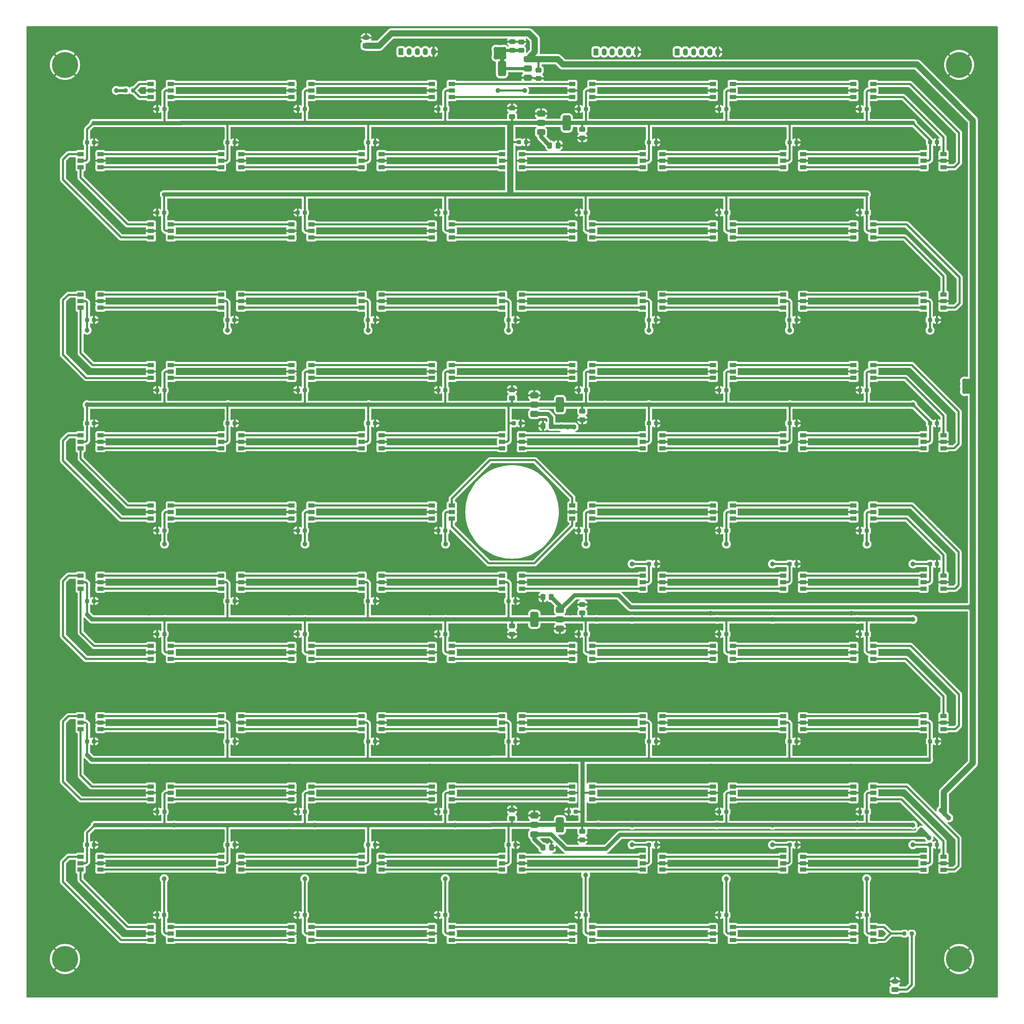
<source format=gtl>
G04 #@! TF.GenerationSoftware,KiCad,Pcbnew,8.0.5*
G04 #@! TF.CreationDate,2024-10-14T18:30:02-05:00*
G04 #@! TF.ProjectId,morg_grad_cap,6d6f7267-5f67-4726-9164-5f6361702e6b,rev?*
G04 #@! TF.SameCoordinates,Original*
G04 #@! TF.FileFunction,Copper,L1,Top*
G04 #@! TF.FilePolarity,Positive*
%FSLAX46Y46*%
G04 Gerber Fmt 4.6, Leading zero omitted, Abs format (unit mm)*
G04 Created by KiCad (PCBNEW 8.0.5) date 2024-10-14 18:30:02*
%MOMM*%
%LPD*%
G01*
G04 APERTURE LIST*
G04 Aperture macros list*
%AMRoundRect*
0 Rectangle with rounded corners*
0 $1 Rounding radius*
0 $2 $3 $4 $5 $6 $7 $8 $9 X,Y pos of 4 corners*
0 Add a 4 corners polygon primitive as box body*
4,1,4,$2,$3,$4,$5,$6,$7,$8,$9,$2,$3,0*
0 Add four circle primitives for the rounded corners*
1,1,$1+$1,$2,$3*
1,1,$1+$1,$4,$5*
1,1,$1+$1,$6,$7*
1,1,$1+$1,$8,$9*
0 Add four rect primitives between the rounded corners*
20,1,$1+$1,$2,$3,$4,$5,0*
20,1,$1+$1,$4,$5,$6,$7,0*
20,1,$1+$1,$6,$7,$8,$9,0*
20,1,$1+$1,$8,$9,$2,$3,0*%
G04 Aperture macros list end*
G04 #@! TA.AperFunction,ComponentPad*
%ADD10O,1.750000X1.200000*%
G04 #@! TD*
G04 #@! TA.AperFunction,ComponentPad*
%ADD11RoundRect,0.250000X0.625000X-0.350000X0.625000X0.350000X-0.625000X0.350000X-0.625000X-0.350000X0*%
G04 #@! TD*
G04 #@! TA.AperFunction,ComponentPad*
%ADD12C,6.400000*%
G04 #@! TD*
G04 #@! TA.AperFunction,SMDPad,CuDef*
%ADD13RoundRect,0.375000X0.625000X0.375000X-0.625000X0.375000X-0.625000X-0.375000X0.625000X-0.375000X0*%
G04 #@! TD*
G04 #@! TA.AperFunction,SMDPad,CuDef*
%ADD14RoundRect,0.500000X0.500000X1.400000X-0.500000X1.400000X-0.500000X-1.400000X0.500000X-1.400000X0*%
G04 #@! TD*
G04 #@! TA.AperFunction,ComponentPad*
%ADD15O,1.200000X1.750000*%
G04 #@! TD*
G04 #@! TA.AperFunction,ComponentPad*
%ADD16RoundRect,0.250000X-0.350000X-0.625000X0.350000X-0.625000X0.350000X0.625000X-0.350000X0.625000X0*%
G04 #@! TD*
G04 #@! TA.AperFunction,SMDPad,CuDef*
%ADD17RoundRect,0.250000X0.475000X-0.337500X0.475000X0.337500X-0.475000X0.337500X-0.475000X-0.337500X0*%
G04 #@! TD*
G04 #@! TA.AperFunction,SMDPad,CuDef*
%ADD18RoundRect,0.250000X-0.475000X0.337500X-0.475000X-0.337500X0.475000X-0.337500X0.475000X0.337500X0*%
G04 #@! TD*
G04 #@! TA.AperFunction,SMDPad,CuDef*
%ADD19RoundRect,0.250000X-0.337500X-0.475000X0.337500X-0.475000X0.337500X0.475000X-0.337500X0.475000X0*%
G04 #@! TD*
G04 #@! TA.AperFunction,SMDPad,CuDef*
%ADD20RoundRect,0.250000X0.337500X0.475000X-0.337500X0.475000X-0.337500X-0.475000X0.337500X-0.475000X0*%
G04 #@! TD*
G04 #@! TA.AperFunction,SMDPad,CuDef*
%ADD21RoundRect,0.237500X-0.300000X-0.237500X0.300000X-0.237500X0.300000X0.237500X-0.300000X0.237500X0*%
G04 #@! TD*
G04 #@! TA.AperFunction,SMDPad,CuDef*
%ADD22R,1.500000X1.000000*%
G04 #@! TD*
G04 #@! TA.AperFunction,SMDPad,CuDef*
%ADD23RoundRect,0.237500X0.300000X0.237500X-0.300000X0.237500X-0.300000X-0.237500X0.300000X-0.237500X0*%
G04 #@! TD*
G04 #@! TA.AperFunction,SMDPad,CuDef*
%ADD24RoundRect,0.375000X-0.625000X-0.375000X0.625000X-0.375000X0.625000X0.375000X-0.625000X0.375000X0*%
G04 #@! TD*
G04 #@! TA.AperFunction,SMDPad,CuDef*
%ADD25RoundRect,0.500000X-0.500000X-1.400000X0.500000X-1.400000X0.500000X1.400000X-0.500000X1.400000X0*%
G04 #@! TD*
G04 #@! TA.AperFunction,SMDPad,CuDef*
%ADD26RoundRect,0.237500X-0.250000X-0.237500X0.250000X-0.237500X0.250000X0.237500X-0.250000X0.237500X0*%
G04 #@! TD*
G04 #@! TA.AperFunction,ViaPad*
%ADD27C,1.200000*%
G04 #@! TD*
G04 #@! TA.AperFunction,Conductor*
%ADD28C,1.000000*%
G04 #@! TD*
G04 #@! TA.AperFunction,Conductor*
%ADD29C,1.500000*%
G04 #@! TD*
G04 #@! TA.AperFunction,Conductor*
%ADD30C,0.500000*%
G04 #@! TD*
G04 #@! TA.AperFunction,Conductor*
%ADD31C,0.800000*%
G04 #@! TD*
G04 APERTURE END LIST*
D10*
X214210001Y-235520000D03*
D11*
X214210001Y-237520000D03*
D12*
X230000000Y-10000000D03*
X230000000Y-230000000D03*
X10000000Y-10000000D03*
X10000000Y-230000000D03*
D13*
X123839998Y-13199999D03*
X123840003Y-10900000D03*
D14*
X117540003Y-10900000D03*
D13*
X123840005Y-8600004D03*
D15*
X150650000Y-6790000D03*
X148650003Y-6789999D03*
X146650002Y-6790000D03*
X144650001Y-6789999D03*
X142650001Y-6789999D03*
D16*
X140650001Y-6789999D03*
X160649999Y-6789999D03*
D15*
X162649999Y-6789999D03*
X164649999Y-6789999D03*
X166650000Y-6790000D03*
X168650001Y-6789999D03*
X170649998Y-6790000D03*
D17*
X122230000Y-6397499D03*
X122230000Y-4322499D03*
X120049999Y-6390002D03*
X120049999Y-4315002D03*
D18*
X126520000Y-11272500D03*
X126520000Y-13347500D03*
X137284831Y-198622500D03*
X137284831Y-200697500D03*
D17*
X137284823Y-144857500D03*
X137284823Y-142782500D03*
D18*
X137280000Y-95222500D03*
X137280000Y-97297500D03*
D17*
X120000035Y-22707500D03*
X120000035Y-20632500D03*
X119999995Y-195427500D03*
X119999995Y-193352500D03*
D19*
X127604913Y-202605131D03*
X129679913Y-202605131D03*
D18*
X119999991Y-148012500D03*
X119999991Y-150087500D03*
D20*
X129667500Y-140951868D03*
X127592500Y-140951868D03*
D17*
X120000014Y-91997500D03*
X120000014Y-89922500D03*
D20*
X129667500Y-98820000D03*
X127592500Y-98820000D03*
D18*
X137284747Y-27947500D03*
X137284747Y-25872500D03*
D19*
X131327500Y-29815392D03*
X129252500Y-29815392D03*
D21*
X153707164Y-201920000D03*
X155432164Y-201920000D03*
D22*
X221259658Y-204830013D03*
X221259658Y-206430012D03*
X221259658Y-208030013D03*
X226159658Y-208030013D03*
X226159658Y-206430014D03*
X226159658Y-204830013D03*
D23*
X136416849Y-46340000D03*
X138141849Y-46340000D03*
X67277500Y-46340000D03*
X69002500Y-46340000D03*
X34405000Y-219180000D03*
X32680000Y-219180000D03*
X67283000Y-193730000D03*
X69008000Y-193730000D03*
D21*
X153707080Y-29070000D03*
X155432080Y-29070000D03*
D23*
X69008003Y-20850000D03*
X67283003Y-20850000D03*
D21*
X119136493Y-176450000D03*
X120861493Y-176450000D03*
D22*
X82980327Y-101115174D03*
X82980327Y-102715173D03*
X82980327Y-104315174D03*
X87880327Y-104315174D03*
X87880327Y-102715175D03*
X87880327Y-101115174D03*
X221258993Y-66545501D03*
X221258993Y-68145500D03*
X221258993Y-69745501D03*
X226158993Y-69745501D03*
X226158993Y-68145502D03*
X226158993Y-66545501D03*
D21*
X123432500Y-29040000D03*
X121707500Y-29040000D03*
D22*
X70595497Y-87030340D03*
X70595496Y-85430340D03*
X70595496Y-83830339D03*
X65695493Y-83830342D03*
X65695494Y-85430342D03*
X65695494Y-87030343D03*
X186689245Y-66545450D03*
X186689245Y-68145449D03*
X186689245Y-69745450D03*
X191589245Y-69745450D03*
X191589245Y-68145451D03*
X191589245Y-66545450D03*
X70595501Y-156169658D03*
X70595500Y-154569658D03*
X70595500Y-152969657D03*
X65695497Y-152969660D03*
X65695498Y-154569660D03*
X65695498Y-156169661D03*
D23*
X172689499Y-219180001D03*
X170964499Y-219180001D03*
D22*
X152119663Y-101115167D03*
X152119663Y-102715166D03*
X152119663Y-104315167D03*
X157019663Y-104315167D03*
X157019663Y-102715168D03*
X157019663Y-101115167D03*
X208879674Y-225310007D03*
X208879673Y-223710007D03*
X208879673Y-222110006D03*
X203979670Y-222110009D03*
X203979671Y-223710009D03*
X203979671Y-225310010D03*
X82980334Y-31975838D03*
X82980334Y-33575837D03*
X82980334Y-35175838D03*
X87880334Y-35175838D03*
X87880334Y-33575839D03*
X87880334Y-31975838D03*
D21*
X84567827Y-98200000D03*
X86292827Y-98200000D03*
D22*
X105165164Y-190739322D03*
X105165163Y-189139322D03*
X105165163Y-187539321D03*
X100265160Y-187539324D03*
X100265161Y-189139324D03*
X100265161Y-190739325D03*
D24*
X125492422Y-91300000D03*
X125492422Y-93600000D03*
D25*
X131792422Y-93600000D03*
D24*
X125492422Y-95900000D03*
D22*
X117550014Y-101115162D03*
X117550014Y-102715161D03*
X117550014Y-104315162D03*
X122450014Y-104315162D03*
X122450014Y-102715163D03*
X122450014Y-101115162D03*
D23*
X69007995Y-90020000D03*
X67282995Y-90020000D03*
D21*
X119111007Y-72740001D03*
X120836007Y-72740001D03*
D22*
X48410686Y-31975834D03*
X48410686Y-33575833D03*
X48410686Y-35175834D03*
X53310686Y-35175834D03*
X53310686Y-33575835D03*
X53310686Y-31975834D03*
X152119678Y-135684827D03*
X152119678Y-137284826D03*
X152119678Y-138884827D03*
X157019678Y-138884827D03*
X157019678Y-137284828D03*
X157019678Y-135684827D03*
D21*
X49998186Y-29070000D03*
X51723186Y-29070000D03*
X15422668Y-201920000D03*
X17147668Y-201920000D03*
D23*
X170986394Y-46340000D03*
X172711394Y-46340000D03*
X34432500Y-150040000D03*
X32707500Y-150040000D03*
X172716995Y-124580000D03*
X170991995Y-124580000D03*
D22*
X174304533Y-87030412D03*
X174304532Y-85430412D03*
X174304532Y-83830411D03*
X169404529Y-83830414D03*
X169404530Y-85430414D03*
X169404530Y-87030415D03*
X152119664Y-204824157D03*
X152119664Y-206424156D03*
X152119664Y-208024157D03*
X157019664Y-208024157D03*
X157019664Y-206424158D03*
X157019664Y-204824157D03*
D23*
X101852662Y-193730000D03*
X103577662Y-193730000D03*
D22*
X105165170Y-156169661D03*
X105165169Y-154569661D03*
X105165169Y-152969660D03*
X100265166Y-152969663D03*
X100265167Y-154569663D03*
X100265167Y-156169664D03*
X105165205Y-17891083D03*
X105165204Y-16291084D03*
X105165204Y-14691082D03*
X100265201Y-14691085D03*
X100265202Y-16291084D03*
X100265202Y-17891086D03*
D21*
X188250252Y-72740003D03*
X189975252Y-72740003D03*
D23*
X34438334Y-124580000D03*
X32713334Y-124580000D03*
D22*
X174304414Y-52460616D03*
X174304413Y-50860616D03*
X174304413Y-49260615D03*
X169404410Y-49260618D03*
X169404411Y-50860618D03*
X169404411Y-52460619D03*
D21*
X222846408Y-98200000D03*
X224571408Y-98200000D03*
D26*
X218362500Y-223750000D03*
X216537500Y-223750000D03*
D22*
X105165166Y-225309000D03*
X105165165Y-223709000D03*
X105165165Y-222108999D03*
X100265162Y-222109002D03*
X100265163Y-223709002D03*
X100265163Y-225309003D03*
X208874163Y-52460667D03*
X208874162Y-50860667D03*
X208874162Y-49260666D03*
X203974159Y-49260669D03*
X203974160Y-50860669D03*
X203974160Y-52460670D03*
X139734869Y-52460746D03*
X139734868Y-50860746D03*
X139734868Y-49260745D03*
X134834865Y-49260748D03*
X134834866Y-50860748D03*
X134834866Y-52460749D03*
X82980332Y-204824169D03*
X82980332Y-206424168D03*
X82980332Y-208024169D03*
X87880332Y-208024169D03*
X87880332Y-206424170D03*
X87880332Y-204824169D03*
D23*
X172716996Y-20850000D03*
X170991996Y-20850000D03*
D22*
X13840336Y-31969993D03*
X13840335Y-33569993D03*
X13840335Y-35169995D03*
X18740336Y-35169993D03*
X18740337Y-33569993D03*
X18740337Y-31969991D03*
X36020003Y-225309654D03*
X36020002Y-223709655D03*
X36020002Y-222109653D03*
X31119999Y-222109656D03*
X31120000Y-223709655D03*
X31120000Y-225309657D03*
D21*
X49997163Y-176450000D03*
X51722163Y-176450000D03*
D22*
X105165168Y-52460669D03*
X105165167Y-50860670D03*
X105165167Y-49260668D03*
X100265164Y-49260671D03*
X100265165Y-50860670D03*
X100265165Y-52460672D03*
D21*
X153707163Y-98200000D03*
X155432163Y-98200000D03*
X188276864Y-98200000D03*
X190001864Y-98200000D03*
X222847158Y-201920000D03*
X224572158Y-201920000D03*
D22*
X117549998Y-170254495D03*
X117549998Y-171854494D03*
X117549998Y-173454495D03*
X122449998Y-173454495D03*
X122449998Y-171854496D03*
X122449998Y-170254495D03*
X70595504Y-121599997D03*
X70595503Y-119999997D03*
X70595503Y-118399996D03*
X65695500Y-118399999D03*
X65695501Y-119999999D03*
X65695501Y-121600000D03*
D23*
X138147331Y-90020000D03*
X136422331Y-90020000D03*
D22*
X117550035Y-31975916D03*
X117550035Y-33575915D03*
X117550035Y-35175916D03*
X122450035Y-35175916D03*
X122450035Y-33575917D03*
X122450035Y-31975916D03*
D23*
X103577660Y-124580000D03*
X101852660Y-124580000D03*
D22*
X221259664Y-31980007D03*
X221259664Y-33580006D03*
X221259664Y-35180007D03*
X226159664Y-35180007D03*
X226159664Y-33580008D03*
X226159664Y-31980007D03*
X139734749Y-17890953D03*
X139734748Y-16290953D03*
X139734748Y-14690952D03*
X134834745Y-14690955D03*
X134834746Y-16290955D03*
X134834746Y-17890956D03*
X186689327Y-135684831D03*
X186689327Y-137284830D03*
X186689327Y-138884831D03*
X191589327Y-138884831D03*
X191589327Y-137284832D03*
X191589327Y-135684831D03*
X208874179Y-190739324D03*
X208874178Y-189139324D03*
X208874178Y-187539323D03*
X203974175Y-187539326D03*
X203974176Y-189139326D03*
X203974176Y-190739327D03*
X152119656Y-170254502D03*
X152119656Y-171854501D03*
X152119656Y-173454502D03*
X157019656Y-173454502D03*
X157019656Y-171854503D03*
X157019656Y-170254502D03*
X221259027Y-135684908D03*
X221259027Y-137284907D03*
X221259027Y-138884908D03*
X226159027Y-138884908D03*
X226159027Y-137284909D03*
X226159027Y-135684908D03*
X174304513Y-156169657D03*
X174304512Y-154569657D03*
X174304512Y-152969656D03*
X169404509Y-152969659D03*
X169404510Y-154569659D03*
X169404510Y-156169660D03*
D21*
X120832500Y-141910000D03*
X119107500Y-141910000D03*
D22*
X122449991Y-135684838D03*
X122449991Y-137284839D03*
X122449991Y-138884838D03*
X117549991Y-138884838D03*
X117549991Y-137284837D03*
X117549991Y-135684838D03*
D21*
X119137495Y-201920000D03*
X120862495Y-201920000D03*
X15427836Y-29070000D03*
X17152836Y-29070000D03*
X49971670Y-72740000D03*
X51696670Y-72740000D03*
D22*
X36025170Y-17885167D03*
X36025169Y-16285167D03*
X36025169Y-14685166D03*
X31125166Y-14685169D03*
X31125167Y-16285169D03*
X31125167Y-17885170D03*
D21*
X84566826Y-176450001D03*
X86291826Y-176450001D03*
D23*
X207280823Y-150039998D03*
X205555823Y-150039998D03*
D21*
X120392526Y-98189999D03*
X122117526Y-98189999D03*
D26*
X24937500Y-16285168D03*
X26762500Y-16285168D03*
D21*
X188276827Y-132790000D03*
X190001827Y-132790000D03*
D23*
X103577703Y-20850000D03*
X101852703Y-20850000D03*
D22*
X139734825Y-156169669D03*
X139734824Y-154569669D03*
X139734824Y-152969668D03*
X134834821Y-152969671D03*
X134834822Y-154569671D03*
X134834822Y-156169672D03*
D23*
X172711173Y-150040000D03*
X170986173Y-150040000D03*
D21*
X86266357Y-72740000D03*
X84541357Y-72740000D03*
D22*
X186689328Y-31975837D03*
X186689328Y-33575836D03*
X186689328Y-35175837D03*
X191589328Y-35175837D03*
X191589328Y-33575838D03*
X191589328Y-31975837D03*
D21*
X222846527Y-132790000D03*
X224571527Y-132790000D03*
D23*
X101847148Y-46340000D03*
X103572148Y-46340000D03*
D22*
X48410663Y-66545509D03*
X48410663Y-68145508D03*
X48410663Y-69745509D03*
X53310663Y-69745509D03*
X53310663Y-68145510D03*
X53310663Y-66545509D03*
X152119699Y-66545579D03*
X152119699Y-68145578D03*
X152119699Y-69745579D03*
X157019699Y-69745579D03*
X157019699Y-68145580D03*
X157019699Y-66545579D03*
D21*
X222847164Y-29040000D03*
X224572164Y-29040000D03*
D22*
X82980350Y-66545498D03*
X82980350Y-68145497D03*
X82980350Y-69745498D03*
X87880350Y-69745498D03*
X87880350Y-68145499D03*
X87880350Y-66545498D03*
X208874197Y-121600074D03*
X208874196Y-120000074D03*
X208874196Y-118400073D03*
X203974193Y-118400076D03*
X203974194Y-120000076D03*
X203974194Y-121600077D03*
D21*
X84567834Y-29070000D03*
X86292834Y-29070000D03*
D22*
X48410669Y-204824160D03*
X48410668Y-206424160D03*
X48410668Y-208024162D03*
X53310669Y-208024160D03*
X53310670Y-206424160D03*
X53310670Y-204824158D03*
D24*
X127140000Y-26580000D03*
D25*
X133440000Y-24280000D03*
D24*
X127140000Y-24280000D03*
X127140000Y-21980000D03*
D22*
X36025841Y-87030332D03*
X36025840Y-85430333D03*
X36025840Y-83830331D03*
X31125837Y-83830334D03*
X31125838Y-85430333D03*
X31125838Y-87030335D03*
D23*
X69008002Y-124580000D03*
X67283002Y-124580000D03*
X32717500Y-20850000D03*
X34442500Y-20850000D03*
D22*
X174304500Y-225308993D03*
X174304499Y-223708993D03*
X174304499Y-222108992D03*
X169404496Y-222108995D03*
X169404497Y-223708995D03*
X169404497Y-225308996D03*
D21*
X49998171Y-98200000D03*
X51723171Y-98200000D03*
D23*
X69002163Y-150040000D03*
X67277163Y-150040000D03*
D21*
X15425000Y-72740001D03*
X17150000Y-72740001D03*
D22*
X186689322Y-204824170D03*
X186689322Y-206424169D03*
X186689322Y-208024170D03*
X191589322Y-208024170D03*
X191589322Y-206424171D03*
X191589322Y-204824170D03*
X48410665Y-135684827D03*
X48410665Y-137284826D03*
X48410665Y-138884827D03*
X53310665Y-138884827D03*
X53310665Y-137284828D03*
X53310665Y-135684827D03*
X139734833Y-87030334D03*
X139734832Y-85430334D03*
X139734832Y-83830333D03*
X134834829Y-83830336D03*
X134834830Y-85430336D03*
X134834830Y-87030337D03*
D23*
X68980499Y-219180000D03*
X67255499Y-219180000D03*
D22*
X70595520Y-52460665D03*
X70595519Y-50860665D03*
X70595519Y-49260664D03*
X65695516Y-49260667D03*
X65695517Y-50860667D03*
X65695517Y-52460668D03*
X174304497Y-121599997D03*
X174304496Y-119999997D03*
X174304496Y-118399996D03*
X169404493Y-118399999D03*
X169404494Y-119999999D03*
X169404494Y-121600000D03*
D21*
X155432178Y-132790000D03*
X153707178Y-132790000D03*
D22*
X48410668Y-170254505D03*
X48410668Y-171854504D03*
X48410668Y-173454505D03*
X53310668Y-173454505D03*
X53310668Y-171854506D03*
X53310668Y-170254505D03*
X208874162Y-156169662D03*
X208874161Y-154569662D03*
X208874161Y-152969661D03*
X203974158Y-152969664D03*
X203974159Y-154569664D03*
X203974159Y-156169665D03*
X36025836Y-121599994D03*
X36025835Y-119999994D03*
X36025835Y-118399993D03*
X31125832Y-118399996D03*
X31125833Y-119999996D03*
X31125833Y-121599997D03*
X186689364Y-101115243D03*
X186689364Y-102715242D03*
X186689364Y-104315243D03*
X191589364Y-104315243D03*
X191589364Y-102715244D03*
X191589364Y-101115243D03*
X174304498Y-17891003D03*
X174304497Y-16291003D03*
X174304497Y-14691002D03*
X169404494Y-14691005D03*
X169404495Y-16291005D03*
X169404495Y-17891006D03*
X117549999Y-66545501D03*
X117549999Y-68145500D03*
X117549999Y-69745501D03*
X122449999Y-69745501D03*
X122449999Y-68145502D03*
X122449999Y-66545501D03*
D21*
X188276822Y-201920000D03*
X190001822Y-201920000D03*
D22*
X82980335Y-135684830D03*
X82980335Y-137284829D03*
X82980335Y-138884830D03*
X87880335Y-138884830D03*
X87880335Y-137284831D03*
X87880335Y-135684830D03*
X70595502Y-190739336D03*
X70595501Y-189139336D03*
X70595501Y-187539335D03*
X65695498Y-187539338D03*
X65695499Y-189139338D03*
X65695499Y-190739339D03*
X186689343Y-170254491D03*
X186689343Y-171854490D03*
X186689343Y-173454491D03*
X191589343Y-173454491D03*
X191589343Y-171854492D03*
X191589343Y-170254491D03*
X13841002Y-101115163D03*
X13841002Y-102715162D03*
X13841002Y-104315163D03*
X18741002Y-104315163D03*
X18741002Y-102715164D03*
X18741002Y-101115163D03*
D21*
X153680706Y-72740000D03*
X155405706Y-72740000D03*
D23*
X207264670Y-219180002D03*
X205539670Y-219180002D03*
D22*
X221258908Y-101115113D03*
X221258908Y-102715112D03*
X221258908Y-104315113D03*
X226158908Y-104315113D03*
X226158908Y-102715114D03*
X226158908Y-101115113D03*
D23*
X138147247Y-20850000D03*
X136422247Y-20850000D03*
D22*
X70595505Y-17891005D03*
X70595504Y-16291005D03*
X70595504Y-14691004D03*
X65695501Y-14691007D03*
X65695502Y-16291007D03*
X65695502Y-17891008D03*
D21*
X222845490Y-176449999D03*
X224570490Y-176449999D03*
D22*
X13841004Y-135684840D03*
X13841004Y-137284839D03*
X13841004Y-138884840D03*
X18741004Y-138884840D03*
X18741004Y-137284841D03*
X18741004Y-135684840D03*
D23*
X133927500Y-193730000D03*
X135652500Y-193730000D03*
D21*
X153706151Y-176450000D03*
X155431151Y-176450000D03*
D22*
X139734833Y-190739325D03*
X139734832Y-189139325D03*
X139734832Y-187539324D03*
X134834829Y-187539327D03*
X134834830Y-189139327D03*
X134834830Y-190739328D03*
X221258994Y-170254497D03*
X221258994Y-171854496D03*
X221258994Y-173454497D03*
X226158994Y-173454497D03*
X226158994Y-171854498D03*
X226158994Y-170254497D03*
X82980330Y-170254491D03*
X82980330Y-171854490D03*
X82980330Y-173454491D03*
X87880330Y-173454491D03*
X87880330Y-171854492D03*
X87880330Y-170254491D03*
D23*
X138119824Y-219179999D03*
X136394824Y-219179999D03*
D22*
X48410671Y-101115165D03*
X48410671Y-102715164D03*
X48410671Y-104315165D03*
X53310671Y-104315165D03*
X53310671Y-102715166D03*
X53310671Y-101115165D03*
D21*
X188275838Y-176450000D03*
X190000838Y-176450000D03*
D24*
X125492413Y-194710000D03*
X125492413Y-197010000D03*
D25*
X131792413Y-197010000D03*
D24*
X125492413Y-199310000D03*
D22*
X152119580Y-31975785D03*
X152119580Y-33575784D03*
X152119580Y-35175785D03*
X157019580Y-35175785D03*
X157019580Y-33575786D03*
X157019580Y-31975785D03*
D21*
X15428502Y-98200000D03*
X17153502Y-98200000D03*
D23*
X207286695Y-124580000D03*
X205561695Y-124580000D03*
X103571833Y-150040000D03*
X101846833Y-150040000D03*
D21*
X49987500Y-141910000D03*
X51712500Y-141910000D03*
D23*
X172717031Y-90020000D03*
X170992031Y-90020000D03*
X138147346Y-124580000D03*
X136422346Y-124580000D03*
D22*
X117549995Y-204824154D03*
X117549995Y-206424153D03*
X117549995Y-208024154D03*
X122449995Y-208024154D03*
X122449995Y-206424155D03*
X122449995Y-204824154D03*
X13835168Y-204824825D03*
X13835167Y-206424825D03*
X13835167Y-208024827D03*
X18735168Y-208024825D03*
X18735169Y-206424825D03*
X18735169Y-204824823D03*
X208874079Y-87030280D03*
X208874078Y-85430280D03*
X208874078Y-83830279D03*
X203974075Y-83830282D03*
X203974076Y-85430282D03*
X203974076Y-87030283D03*
X105165183Y-87030330D03*
X105165182Y-85430330D03*
X105165182Y-83830329D03*
X100265179Y-83830332D03*
X100265180Y-85430332D03*
X100265180Y-87030333D03*
D21*
X15427500Y-141910000D03*
X17152500Y-141910000D03*
D23*
X32713336Y-193730000D03*
X34438336Y-193730000D03*
X138141487Y-150040001D03*
X136416487Y-150040001D03*
X207287332Y-20850000D03*
X205562332Y-20850000D03*
X207286577Y-90020000D03*
X205561577Y-90020000D03*
X170991988Y-193730000D03*
X172716988Y-193730000D03*
D22*
X105165162Y-121600004D03*
X105165161Y-120000004D03*
X105165161Y-118400003D03*
X100265158Y-118400006D03*
X100265159Y-120000006D03*
X100265159Y-121600007D03*
X139734848Y-121599993D03*
X139734847Y-119999993D03*
X139734847Y-118399992D03*
X134834844Y-118399995D03*
X134834845Y-119999995D03*
X134834845Y-121599996D03*
D21*
X188276828Y-29070000D03*
X190001828Y-29070000D03*
X84567832Y-201920000D03*
X86292832Y-201920000D03*
X222820000Y-72740000D03*
X224545000Y-72740000D03*
X49998169Y-201920000D03*
X51723169Y-201920000D03*
D22*
X36025838Y-156169670D03*
X36025837Y-154569671D03*
X36025837Y-152969669D03*
X31125834Y-152969672D03*
X31125835Y-154569671D03*
X31125835Y-156169673D03*
D23*
X103577681Y-90020000D03*
X101852681Y-90020000D03*
D22*
X13841006Y-66545502D03*
X13841006Y-68145501D03*
X13841006Y-69745502D03*
X18741006Y-69745502D03*
X18741006Y-68145503D03*
X18741006Y-66545502D03*
X36025832Y-52460678D03*
X36025831Y-50860678D03*
X36025831Y-49260677D03*
X31125828Y-49260680D03*
X31125829Y-50860680D03*
X31125829Y-52460681D03*
D23*
X205556143Y-46340000D03*
X207281143Y-46340000D03*
X207286677Y-193730000D03*
X205561677Y-193730000D03*
D22*
X36025838Y-190739329D03*
X36025837Y-189139329D03*
X36025837Y-187539328D03*
X31125834Y-187539331D03*
X31125835Y-189139331D03*
X31125835Y-190739332D03*
X13841005Y-170254496D03*
X13841004Y-171854496D03*
X13841004Y-173454498D03*
X18741005Y-173454496D03*
X18741006Y-171854496D03*
X18741006Y-170254494D03*
D23*
X103550163Y-219180001D03*
X101825163Y-219180001D03*
D21*
X84525000Y-141910000D03*
X86250000Y-141910000D03*
D22*
X208874834Y-17895174D03*
X208874833Y-16295174D03*
X208874833Y-14695173D03*
X203974830Y-14695176D03*
X203974831Y-16295176D03*
X203974831Y-17895177D03*
D23*
X34435000Y-90020000D03*
X32710000Y-90020000D03*
D22*
X70595503Y-225308992D03*
X70595502Y-223708992D03*
X70595502Y-222108991D03*
X65695499Y-222108994D03*
X65695500Y-223708994D03*
X65695500Y-225308995D03*
X139734828Y-225308985D03*
X139734827Y-223708985D03*
X139734827Y-222108984D03*
X134834824Y-222108987D03*
X134834825Y-223708987D03*
X134834825Y-225308988D03*
X174304490Y-190739334D03*
X174304489Y-189139334D03*
X174304489Y-187539333D03*
X169404486Y-187539336D03*
X169404487Y-189139336D03*
X169404487Y-190739337D03*
D23*
X34412500Y-46340000D03*
X32687500Y-46340000D03*
D21*
X17152500Y-176450000D03*
X15427500Y-176450000D03*
D13*
X131779998Y-148700000D03*
X131780000Y-146400000D03*
D14*
X125480000Y-146400000D03*
D13*
X131780002Y-144100002D03*
D11*
X84100000Y-5300000D03*
D10*
X84100000Y-3300000D03*
D16*
X92660000Y-6750000D03*
D15*
X94660000Y-6750000D03*
X96660000Y-6750000D03*
X98660001Y-6750001D03*
X100660002Y-6750000D03*
D27*
X149532842Y-201920000D03*
X149532842Y-197074124D03*
X184102842Y-201920000D03*
X184102842Y-197074124D03*
X218640000Y-201890000D03*
X137284842Y-4800001D03*
X171859338Y-4800000D03*
X33575168Y-4800000D03*
X102720012Y-4800001D03*
X68150338Y-4800000D03*
X206434837Y-4800001D03*
X235190001Y-102720338D03*
X235190000Y-68145843D03*
X235190000Y-206430013D03*
X235190000Y-137285168D03*
X235190000Y-171854843D03*
X235190000Y-33570343D03*
X4870001Y-102715150D03*
X4870000Y-68140655D03*
X4870000Y-206424825D03*
X4870000Y-137279980D03*
X4870000Y-171849655D03*
X4870000Y-33565155D03*
X137279675Y-231480001D03*
X171854171Y-231480000D03*
X33570001Y-231480000D03*
X102714845Y-231480001D03*
X68145171Y-231480000D03*
X206429670Y-231480001D03*
X134289674Y-198600001D03*
X168694501Y-201049999D03*
X30580000Y-198600000D03*
X99724844Y-198600001D03*
X65155170Y-198600000D03*
X203270000Y-201050000D03*
X134289674Y-182530001D03*
X168864170Y-182530000D03*
X30580000Y-182530000D03*
X99724844Y-182530001D03*
X65155170Y-182530000D03*
X203439669Y-182530001D03*
X134279674Y-144920001D03*
X30570000Y-144920000D03*
X203429669Y-144920001D03*
X65145170Y-144920000D03*
X168854170Y-144920000D03*
X99714844Y-144920001D03*
X134279674Y-95230001D03*
X30570000Y-95230000D03*
X203429669Y-95230001D03*
X65145170Y-95230000D03*
X168854170Y-95230000D03*
X99714844Y-95230001D03*
X134589674Y-40260001D03*
X100024844Y-40260001D03*
X65455170Y-40260000D03*
X169164170Y-40260000D03*
X30880000Y-40260000D03*
X203739669Y-40260001D03*
X65445170Y-25850000D03*
X100014844Y-25850001D03*
X203729669Y-25850001D03*
X30870000Y-25850000D03*
X169154170Y-25850000D03*
X65445170Y-20850000D03*
X100014844Y-20850001D03*
X203729669Y-20850001D03*
X30870000Y-20850000D03*
X134580000Y-19860000D03*
X169154170Y-20850000D03*
X223020000Y-22180000D03*
X53447677Y-29060003D03*
X88017351Y-29060004D03*
X191732176Y-29060004D03*
X18872507Y-29060003D03*
X125220000Y-29040000D03*
X157156677Y-29060003D03*
X65365170Y-46340000D03*
X99934844Y-46340001D03*
X203649669Y-46340001D03*
X30790000Y-46340000D03*
X134504506Y-46339999D03*
X169074170Y-46340000D03*
X226298992Y-72730004D03*
X53444841Y-72730004D03*
X88014515Y-72730005D03*
X191729340Y-72730005D03*
X18869671Y-72730004D03*
X122584177Y-72730003D03*
X157153841Y-72730004D03*
X65135170Y-90020000D03*
X99704844Y-90020001D03*
X203419667Y-90020001D03*
X30560000Y-90020000D03*
X134274506Y-90020000D03*
X168844170Y-90020000D03*
X139725255Y-97306912D03*
X223356932Y-96077641D03*
X155441575Y-95754745D03*
X190011276Y-95754745D03*
X88737487Y-98205317D03*
X124910000Y-98200000D03*
X54167791Y-98205244D03*
X19597454Y-98199405D03*
X30268078Y-124570588D03*
X99408167Y-124574811D03*
X64838414Y-124574759D03*
X168547406Y-124574756D03*
X203117741Y-124580595D03*
X224577329Y-130890000D03*
X190007677Y-130890001D03*
X155432178Y-130890000D03*
X226301492Y-141860000D03*
X53447341Y-141900003D03*
X88017015Y-141900004D03*
X191731840Y-141860001D03*
X18872171Y-141900003D03*
X122586677Y-141900002D03*
X157156341Y-141860000D03*
X169260982Y-150049995D03*
X134691308Y-150049994D03*
X30976483Y-150049994D03*
X203836152Y-150049995D03*
X100121646Y-150049996D03*
X65551982Y-150049995D03*
X226301492Y-176440003D03*
X191731840Y-176440004D03*
X18872171Y-176440003D03*
X53447341Y-176440003D03*
X157156341Y-176440003D03*
X122586677Y-176440002D03*
X88017015Y-176440004D03*
X30982337Y-193739996D03*
X203842007Y-193739998D03*
X169266836Y-193739997D03*
X65557836Y-193739996D03*
X100127500Y-193739997D03*
X131870000Y-193730000D03*
X191727008Y-201910004D03*
X18867339Y-201910003D03*
X53442509Y-201910003D03*
X157151509Y-201910003D03*
X122581845Y-201910002D03*
X88012183Y-201910004D03*
X30960330Y-219189998D03*
X65535829Y-219189998D03*
X100105493Y-219189999D03*
X134675154Y-219189997D03*
X169244829Y-219189999D03*
X203820000Y-219190000D03*
X218540000Y-195370000D03*
X145020000Y-198660000D03*
X139640000Y-199800000D03*
X134300000Y-200790000D03*
X176779328Y-223713823D03*
X73070336Y-223713826D03*
X142209630Y-223713748D03*
X38500000Y-223709655D03*
X211349663Y-223719662D03*
X107640089Y-223713878D03*
X147192807Y-206423156D03*
X45990336Y-206428996D03*
X115129630Y-206428918D03*
X11420000Y-206424825D03*
X181763142Y-206428995D03*
X80560089Y-206429048D03*
X216560000Y-206420000D03*
X218836185Y-171846841D03*
X216740000Y-137290000D03*
X218856185Y-68166841D03*
X218847033Y-33579528D03*
X38350000Y-16285168D03*
X142059630Y-16289261D03*
X72920336Y-16289339D03*
X211199663Y-16295175D03*
X176629328Y-16289336D03*
X80570089Y-33564223D03*
X11430000Y-33560000D03*
X115139630Y-33564093D03*
X46000336Y-33564171D03*
X184279663Y-33570007D03*
X149709328Y-33564168D03*
X107550089Y-50864902D03*
X38410000Y-50860679D03*
X142119630Y-50864772D03*
X72980336Y-50864850D03*
X211259663Y-50870686D03*
X176689328Y-50864847D03*
X80560089Y-68144223D03*
X11420000Y-68140000D03*
X115129630Y-68144093D03*
X45990336Y-68144171D03*
X184269663Y-68150007D03*
X149699328Y-68144168D03*
X107690089Y-85434223D03*
X38550000Y-85430000D03*
X142259630Y-85434093D03*
X73120336Y-85434171D03*
X211399663Y-85440007D03*
X176829328Y-85434168D03*
X80499753Y-102730052D03*
X11359664Y-102725829D03*
X115069294Y-102729922D03*
X45930000Y-102730000D03*
X184209327Y-102735836D03*
X149638992Y-102729997D03*
X38560000Y-120000000D03*
X142269630Y-120004093D03*
X73130336Y-120004171D03*
X211409663Y-120010007D03*
X176839328Y-120004168D03*
X80629753Y-137290052D03*
X11489664Y-137285829D03*
X115199294Y-137289922D03*
X46060000Y-137290000D03*
X182560000Y-137295836D03*
X147990000Y-137289997D03*
X107630089Y-154554223D03*
X38490000Y-154550000D03*
X142199630Y-154554093D03*
X73060336Y-154554171D03*
X211339663Y-154560007D03*
X176769328Y-154554168D03*
X80329753Y-171850052D03*
X11189664Y-171845829D03*
X114899294Y-171849922D03*
X45760000Y-171850000D03*
X184039327Y-171855836D03*
X149468992Y-171849997D03*
X107820089Y-189114223D03*
X38680000Y-189110000D03*
X142389630Y-189114093D03*
X73250336Y-189114171D03*
X211529663Y-189120007D03*
X176959328Y-189114168D03*
X204900000Y-197010000D03*
X170320000Y-197010000D03*
X36864837Y-197039999D03*
X34410000Y-210250000D03*
X71444837Y-197039999D03*
X106010000Y-197040000D03*
X149520651Y-132790000D03*
X184090300Y-132790000D03*
X184080300Y-146447954D03*
X218660000Y-132790000D03*
X205010000Y-146447954D03*
X34550000Y-146447954D03*
X69070000Y-146440000D03*
X103640000Y-146447954D03*
X140760000Y-146447954D03*
X170480000Y-146447954D03*
X207328359Y-127900745D03*
X172758659Y-127900668D03*
X138189010Y-127900664D03*
X103619324Y-127900675D03*
X69049666Y-127900668D03*
X34479998Y-127900665D03*
X207269670Y-210250002D03*
X172694499Y-210250001D03*
X103555163Y-210250001D03*
X68985499Y-210250000D03*
X141230000Y-197010000D03*
X138124824Y-209379999D03*
X218650000Y-93640000D03*
X188410000Y-93632315D03*
X153640000Y-93632315D03*
X119137514Y-93652486D03*
X84710000Y-93632315D03*
X50080000Y-93632315D03*
X15420000Y-93632315D03*
X15445000Y-75290001D03*
X49991670Y-75290000D03*
X84561357Y-75290000D03*
X119131007Y-75290001D03*
X153700706Y-75290000D03*
X188270252Y-75290003D03*
X222840000Y-75290000D03*
X135260000Y-99090000D03*
X133665000Y-99090000D03*
X132070000Y-99040000D03*
X231340000Y-90390000D03*
X231340000Y-89085000D03*
X231340000Y-87780000D03*
X117050000Y-4310000D03*
X123830000Y-5400000D03*
X128650000Y-200910000D03*
X225560000Y-193390000D03*
X226510000Y-194335000D03*
X227460000Y-195280000D03*
X222590000Y-200180000D03*
X221640000Y-199235000D03*
X220690000Y-198290000D03*
X123120000Y-16300000D03*
X116510000Y-16310000D03*
X22630000Y-16280000D03*
X132390329Y-223709994D03*
X97820667Y-223710009D03*
X116040000Y-6110002D03*
X118040000Y-6110000D03*
X118040001Y-8109999D03*
X116040000Y-8109999D03*
X218640000Y-197044124D03*
X149510000Y-146447954D03*
X218650000Y-146447954D03*
X28675500Y-223711006D03*
X63245838Y-223715178D03*
X201525166Y-223721014D03*
X166954829Y-223715177D03*
X132385467Y-189134423D03*
X97815926Y-189134553D03*
X28675837Y-189130330D03*
X21174500Y-206428996D03*
X63246173Y-189134501D03*
X124884128Y-206433086D03*
X194023478Y-206433166D03*
X228593825Y-206439010D03*
X90314585Y-206433217D03*
X201525500Y-189140337D03*
X166955165Y-189134498D03*
X159453830Y-206433163D03*
X55744836Y-206433164D03*
X132390172Y-154564345D03*
X97820631Y-154564475D03*
X28680542Y-154560252D03*
X21185171Y-171843476D03*
X63250878Y-154564423D03*
X124894805Y-171847566D03*
X194034149Y-171847646D03*
X228604500Y-171853491D03*
X90325257Y-171847696D03*
X201530205Y-154570259D03*
X166959870Y-154564420D03*
X159464503Y-171847641D03*
X55755509Y-171847643D03*
X28685500Y-120001006D03*
X21185811Y-137285036D03*
X124895439Y-137289126D03*
X194034789Y-137289206D03*
X228605136Y-137295050D03*
X90325896Y-137289257D03*
X201535166Y-120011014D03*
X166964829Y-120005177D03*
X159465141Y-137289203D03*
X55756147Y-137289204D03*
X132395130Y-85435099D03*
X97825587Y-85435228D03*
X28685500Y-85431006D03*
X21184500Y-102718996D03*
X63255837Y-85435178D03*
X124894128Y-102723086D03*
X194033478Y-102723166D03*
X228603825Y-102729010D03*
X90324585Y-102723217D03*
X201535166Y-85441014D03*
X166964829Y-85435177D03*
X159463830Y-102723163D03*
X55754836Y-102723164D03*
X132395130Y-50865099D03*
X97825587Y-50865228D03*
X28685500Y-50861006D03*
X21184500Y-68148996D03*
X63255838Y-50865178D03*
X124894128Y-68153086D03*
X194033478Y-68153166D03*
X228603826Y-68159010D03*
X90324585Y-68153217D03*
X201535166Y-50871014D03*
X166964829Y-50865177D03*
X159463830Y-68153163D03*
X55754836Y-68153164D03*
X228603826Y-33579010D03*
X194033478Y-33573166D03*
X159463830Y-33573163D03*
X124894128Y-33573086D03*
X90324585Y-33573217D03*
X55754836Y-33573164D03*
X21184500Y-33568996D03*
X28980000Y-16300000D03*
X63255838Y-16305178D03*
X97825587Y-16305228D03*
X136760000Y-17080000D03*
X201535166Y-16311014D03*
X166964829Y-16305177D03*
X63255838Y-120005178D03*
X97825587Y-120005228D03*
X205539670Y-219180002D03*
X136422346Y-126490000D03*
X135500000Y-25849999D03*
D28*
X143000000Y-24300000D02*
X133460000Y-24300000D01*
X133460000Y-24300000D02*
X133440000Y-24280000D01*
D29*
X119540000Y-41600000D02*
X119540000Y-24570000D01*
D28*
X119560000Y-24570000D02*
X119290000Y-24300000D01*
X119560000Y-41860000D02*
X120060000Y-41860000D01*
X103930000Y-41860000D02*
X119560000Y-41860000D01*
X119810000Y-24490000D02*
X120000000Y-24300000D01*
X119810000Y-24580000D02*
X119810000Y-24490000D01*
X135290000Y-99040000D02*
X135300000Y-99050000D01*
X132070000Y-99040000D02*
X135290000Y-99040000D01*
D30*
X149532842Y-201920000D02*
X153710000Y-201920000D01*
X184102842Y-201920000D02*
X188280000Y-201920000D01*
X222817158Y-201890000D02*
X222847158Y-201920000D01*
X218640000Y-201890000D02*
X222817158Y-201890000D01*
D28*
X233380000Y-144350000D02*
X232500000Y-143470000D01*
X233380000Y-146360000D02*
X233380000Y-144350000D01*
D29*
X233380000Y-146360000D02*
X233380000Y-144570000D01*
X233380000Y-147430000D02*
X233380000Y-146360000D01*
D28*
X232500000Y-143470000D02*
X233380000Y-142590000D01*
D29*
X233380000Y-142590000D02*
X233380000Y-140380000D01*
X233380000Y-144570000D02*
X233380000Y-142590000D01*
D30*
X139730000Y-189140000D02*
X137370000Y-189140000D01*
D28*
X137340000Y-193690000D02*
X137340000Y-189170000D01*
X137340000Y-189170000D02*
X137340000Y-181067626D01*
D30*
X137370000Y-189140000D02*
X137340000Y-189170000D01*
X217160000Y-237520000D02*
X214210001Y-237520000D01*
X218362500Y-236317500D02*
X217160000Y-237520000D01*
X218362500Y-223750000D02*
X218362500Y-236317500D01*
X211530006Y-222110006D02*
X213170000Y-223750000D01*
X208879673Y-222110006D02*
X211530006Y-222110006D01*
X213170000Y-223750000D02*
X216537500Y-223750000D01*
X211609993Y-225310007D02*
X213170000Y-223750000D01*
X208879674Y-225310007D02*
X211609993Y-225310007D01*
X137300000Y-193730000D02*
X137340000Y-193690000D01*
D28*
X137340000Y-197010000D02*
X137340000Y-193690000D01*
D30*
X135652500Y-193730000D02*
X137300000Y-193730000D01*
D28*
X137340000Y-181067626D02*
X137390000Y-181017626D01*
X137390000Y-181017626D02*
X118989321Y-181017626D01*
X138389321Y-181017626D02*
X137390000Y-181017626D01*
X204900000Y-197010000D02*
X218605876Y-197010000D01*
X170320000Y-197010000D02*
X204900000Y-197010000D01*
X141230000Y-197010000D02*
X170320000Y-197010000D01*
X106010000Y-197040000D02*
X104460000Y-197040000D01*
X107790000Y-197040000D02*
X106010000Y-197040000D01*
X36950000Y-197040000D02*
X34480000Y-197040000D01*
X50030000Y-197040000D02*
X36950000Y-197040000D01*
D30*
X49998169Y-201920000D02*
X49998169Y-197071831D01*
X49998169Y-197071831D02*
X50030000Y-197040000D01*
D28*
X68880000Y-197040000D02*
X50030000Y-197040000D01*
D30*
X84567832Y-201920000D02*
X84567832Y-197107832D01*
D28*
X84500000Y-197040000D02*
X68880000Y-197040000D01*
D30*
X84567832Y-197107832D02*
X84500000Y-197040000D01*
D28*
X103440000Y-197040000D02*
X84500000Y-197040000D01*
D30*
X119137495Y-201920000D02*
X119137495Y-197107495D01*
X119137495Y-197107495D02*
X119040000Y-197010000D01*
D28*
X120010000Y-197010000D02*
X119040000Y-197010000D01*
X119040000Y-197010000D02*
X114960000Y-197010000D01*
D30*
X186689327Y-137284830D02*
X187959669Y-137284830D01*
X187959669Y-137284830D02*
X188276827Y-136967672D01*
X188276827Y-136967672D02*
X188276827Y-132744824D01*
X149520651Y-132790000D02*
X153707178Y-132790000D01*
X184090300Y-132790000D02*
X188276827Y-132790000D01*
X218660000Y-132790000D02*
X222846527Y-132790000D01*
D29*
X233380000Y-181810000D02*
X233380000Y-147430000D01*
D30*
X207280824Y-154226661D02*
X207280824Y-146519434D01*
X208874161Y-154569662D02*
X207623825Y-154569662D01*
X207623825Y-154569662D02*
X207280824Y-154226661D01*
X174304512Y-154569657D02*
X173054176Y-154569657D01*
X173054176Y-154569657D02*
X172711175Y-154226656D01*
X172711175Y-154226656D02*
X172711175Y-146519429D01*
X138141487Y-146449441D02*
X138140000Y-146447954D01*
D28*
X138140000Y-146447954D02*
X137290000Y-146447954D01*
D30*
X138141487Y-150040001D02*
X138141487Y-146449441D01*
D28*
X140760000Y-146447954D02*
X138140000Y-146447954D01*
X140760000Y-146447954D02*
X149510000Y-146447954D01*
X170480000Y-146447954D02*
X180570000Y-146447954D01*
X149510000Y-146447954D02*
X170480000Y-146447954D01*
X205010000Y-146447954D02*
X180570000Y-146447954D01*
X205010000Y-146447954D02*
X218650000Y-146447954D01*
D30*
X207286695Y-124590745D02*
X207286695Y-127859081D01*
X208874196Y-120000074D02*
X207623860Y-120000074D01*
X207291527Y-120332407D02*
X207291527Y-124564907D01*
X207623860Y-120000074D02*
X207291527Y-120332407D01*
X172716995Y-124590668D02*
X172716995Y-127859004D01*
X174304496Y-119999997D02*
X173054160Y-119999997D01*
X172721827Y-120332330D02*
X172721827Y-124564830D01*
X173054160Y-119999997D02*
X172721827Y-120332330D01*
X138147346Y-124590664D02*
X138147346Y-127859000D01*
X139734847Y-119999993D02*
X138484511Y-119999993D01*
X138152178Y-120332326D02*
X138152178Y-124564826D01*
X138484511Y-119999993D02*
X138152178Y-120332326D01*
X103577660Y-124590675D02*
X103577660Y-127859011D01*
X105165161Y-120000004D02*
X103914825Y-120000004D01*
X103582492Y-120332337D02*
X103582492Y-124564837D01*
X103914825Y-120000004D02*
X103582492Y-120332337D01*
X69008002Y-124590668D02*
X69008002Y-127859004D01*
X70595503Y-119999997D02*
X69345167Y-119999997D01*
X69012834Y-120332330D02*
X69012834Y-124564830D01*
X69345167Y-119999997D02*
X69012834Y-120332330D01*
X34438334Y-124590665D02*
X34438334Y-127859001D01*
X36025835Y-119999994D02*
X34775499Y-119999994D01*
X34443166Y-120332327D02*
X34443166Y-124564827D01*
X34775499Y-119999994D02*
X34443166Y-120332327D01*
X207286677Y-193730000D02*
X207286677Y-196987009D01*
X172716988Y-193730000D02*
X172716988Y-196992490D01*
D28*
X218658659Y-181017621D02*
X215028659Y-181017621D01*
D30*
X222803659Y-176479667D02*
X222803659Y-180802621D01*
D28*
X207528659Y-181017621D02*
X188128659Y-181017621D01*
D30*
X221258994Y-171854496D02*
X222529336Y-171854496D01*
D28*
X211488659Y-181017621D02*
X207528659Y-181017621D01*
X222588659Y-181017621D02*
X218658659Y-181017621D01*
D30*
X222803659Y-172128819D02*
X222803659Y-176479667D01*
D28*
X215028659Y-181017621D02*
X211488659Y-181017621D01*
D30*
X222529336Y-171854496D02*
X222803659Y-172128819D01*
D28*
X184089008Y-181017615D02*
X180459008Y-181017615D01*
D30*
X188234008Y-176479661D02*
X188234008Y-180802615D01*
D28*
X172959008Y-181017615D02*
X153559008Y-181017615D01*
D30*
X186689343Y-171854490D02*
X187959685Y-171854490D01*
D28*
X176919008Y-181017615D02*
X172959008Y-181017615D01*
X188019008Y-181017615D02*
X184089008Y-181017615D01*
D30*
X188234008Y-172128813D02*
X188234008Y-176479661D01*
D28*
X180459008Y-181017615D02*
X176919008Y-181017615D01*
D30*
X187959685Y-171854490D02*
X188234008Y-172128813D01*
D28*
X149519321Y-181017626D02*
X145889321Y-181017626D01*
D30*
X153664321Y-176479672D02*
X153664321Y-180802626D01*
X152119656Y-171854501D02*
X153389998Y-171854501D01*
D28*
X142349321Y-181017626D02*
X138389321Y-181017626D01*
X153449321Y-181017626D02*
X149519321Y-181017626D01*
D30*
X153664321Y-172128824D02*
X153664321Y-176479672D01*
D28*
X145889321Y-181017626D02*
X142349321Y-181017626D01*
D30*
X153389998Y-171854501D02*
X153664321Y-172128824D01*
D28*
X16647954Y-181017611D02*
X15440000Y-179809657D01*
D30*
X15440000Y-179809657D02*
X15440000Y-176492157D01*
D28*
X24967954Y-181017611D02*
X16647954Y-181017611D01*
X73210000Y-181017611D02*
X69250000Y-181017611D01*
X69250000Y-181017611D02*
X49850000Y-181017611D01*
X38640000Y-181017611D02*
X34550000Y-181017611D01*
X34550000Y-181017611D02*
X24967954Y-181017611D01*
D30*
X49987500Y-176479657D02*
X49987500Y-180880111D01*
X49987500Y-180880111D02*
X49850000Y-181017611D01*
D28*
X49850000Y-181017611D02*
X45800000Y-181017611D01*
X119030000Y-180989657D02*
X114967954Y-180989657D01*
D30*
X119137491Y-175991054D02*
X119137491Y-180882166D01*
X119137491Y-180882166D02*
X119030000Y-180989657D01*
D28*
X114967954Y-180989657D02*
X114940000Y-181017611D01*
X103640000Y-181017611D02*
X84310000Y-181017611D01*
X107780000Y-181017611D02*
X103640000Y-181017611D01*
D30*
X48410665Y-171854483D02*
X49681007Y-171854483D01*
X82980335Y-171854486D02*
X84250677Y-171854486D01*
X49987500Y-172160976D02*
X49987500Y-176479657D01*
X49681007Y-171854483D02*
X49987500Y-172160976D01*
X84525000Y-180802611D02*
X84310000Y-181017611D01*
D28*
X84310000Y-181017611D02*
X80380000Y-181017611D01*
D30*
X84525000Y-176479657D02*
X84525000Y-180802611D01*
X118804837Y-171854494D02*
X119137491Y-172187148D01*
X119137491Y-172187148D02*
X119137491Y-175991054D01*
X117549991Y-171854494D02*
X118804837Y-171854494D01*
D28*
X114940000Y-181017611D02*
X111312046Y-181017611D01*
X111307954Y-181017611D02*
X107780000Y-181017611D01*
D30*
X84250677Y-171854486D02*
X84525000Y-172128809D01*
X84525000Y-172128809D02*
X84525000Y-176479657D01*
X15427500Y-172170650D02*
X15427500Y-176479657D01*
D28*
X42190000Y-181017611D02*
X38640000Y-181017611D01*
X45800000Y-181017611D02*
X42190000Y-181017611D01*
X76750000Y-181017611D02*
X73210000Y-181017611D01*
X80380000Y-181017611D02*
X76750000Y-181017611D01*
D30*
X16587766Y-187547766D02*
X31129554Y-187547766D01*
X13844061Y-184804061D02*
X16587766Y-187547766D01*
X13844061Y-173457081D02*
X13844061Y-184804061D01*
X9513726Y-186393726D02*
X13867767Y-190747767D01*
X9513726Y-171607086D02*
X9513726Y-186393726D01*
X13867767Y-190747767D02*
X31129555Y-190747767D01*
X10863733Y-170257079D02*
X9513726Y-171607086D01*
X13844062Y-170257079D02*
X10863733Y-170257079D01*
X207264670Y-210760002D02*
X207264670Y-219180002D01*
X172689499Y-210760001D02*
X172689499Y-219180001D01*
X103550163Y-210760001D02*
X103550163Y-219180001D01*
X68980499Y-210760000D02*
X68980499Y-219180000D01*
X34410000Y-210755000D02*
X34410000Y-210250000D01*
X34405000Y-210760000D02*
X34410000Y-210755000D01*
X34405000Y-210760000D02*
X34405000Y-219180000D01*
D28*
X138090000Y-197010000D02*
X141230000Y-197010000D01*
D30*
X138119824Y-219179999D02*
X138119824Y-209384999D01*
X207264670Y-223345340D02*
X207264670Y-219180002D01*
X207629337Y-223710007D02*
X207264670Y-223345340D01*
X172689499Y-223344329D02*
X172689499Y-219180001D01*
X173054163Y-223708993D02*
X172689499Y-223344329D01*
X138119824Y-223344318D02*
X138119824Y-219179999D01*
X138484491Y-223708985D02*
X138119824Y-223344318D01*
X103550163Y-223344334D02*
X103550163Y-219180001D01*
X103914829Y-223709000D02*
X103550163Y-223344334D01*
X34769666Y-223709655D02*
X34404999Y-223344988D01*
X34404999Y-223344988D02*
X34404999Y-219180663D01*
X36020002Y-223709655D02*
X34769666Y-223709655D01*
X68980499Y-223344325D02*
X68980499Y-219180000D01*
X69345166Y-223708992D02*
X68980499Y-223344325D01*
X15422668Y-198967332D02*
X17350000Y-197040000D01*
X15422668Y-201920000D02*
X15422668Y-198967332D01*
D28*
X137340000Y-197010000D02*
X138090000Y-197010000D01*
D30*
X103577662Y-193730000D02*
X103577662Y-196902338D01*
X103577662Y-196902338D02*
X103440000Y-197040000D01*
D28*
X104460000Y-197040000D02*
X103440000Y-197040000D01*
D30*
X69008000Y-193730000D02*
X69008000Y-196912000D01*
X69008000Y-196912000D02*
X68880000Y-197040000D01*
X34438336Y-196998336D02*
X34480000Y-197040000D01*
X34438336Y-193730000D02*
X34438336Y-196998336D01*
D28*
X34480000Y-197040000D02*
X20620000Y-197040000D01*
D30*
X34432500Y-146565454D02*
X34550000Y-146447954D01*
X34432500Y-150040000D02*
X34432500Y-146565454D01*
D28*
X34550000Y-146447954D02*
X24967954Y-146447954D01*
X38640000Y-146447954D02*
X34550000Y-146447954D01*
D30*
X103571833Y-146516121D02*
X103640000Y-146447954D01*
X103571833Y-150040000D02*
X103571833Y-146516121D01*
D28*
X103640000Y-146447954D02*
X84310000Y-146447954D01*
X107780000Y-146447954D02*
X103640000Y-146447954D01*
D30*
X69002163Y-146695791D02*
X69250000Y-146447954D01*
X69002163Y-150040000D02*
X69002163Y-146695791D01*
D28*
X73210000Y-146447954D02*
X69250000Y-146447954D01*
X69250000Y-146447954D02*
X49850000Y-146447954D01*
D30*
X138141487Y-154226668D02*
X138141487Y-150040001D01*
X138484488Y-154569669D02*
X138141487Y-154226668D01*
X103571833Y-154226661D02*
X103571833Y-150040000D01*
X103914833Y-154569661D02*
X103571833Y-154226661D01*
X69002163Y-154226657D02*
X69002163Y-150040000D01*
X69345164Y-154569658D02*
X69002163Y-154226657D01*
X34432500Y-154226670D02*
X34432500Y-150040000D01*
X34775501Y-154569671D02*
X34432500Y-154226670D01*
X15425000Y-72740001D02*
X15425000Y-75270001D01*
X49971670Y-72740000D02*
X49971670Y-75270000D01*
X84541357Y-72740000D02*
X84541357Y-75270000D01*
X119111007Y-72740001D02*
X119111007Y-75270001D01*
X153680706Y-72740000D02*
X153680706Y-75270000D01*
X188250252Y-72740003D02*
X188250252Y-75270003D01*
X222820000Y-75270000D02*
X222840000Y-75290000D01*
X222820000Y-72740000D02*
X222820000Y-75270000D01*
D28*
X128790000Y-95900000D02*
X125492422Y-95900000D01*
X129667500Y-96777500D02*
X128790000Y-95900000D01*
X129667500Y-99030000D02*
X129667500Y-96777500D01*
X129677500Y-99040000D02*
X129667500Y-99030000D01*
X132070000Y-99040000D02*
X129677500Y-99040000D01*
X232790000Y-89740000D02*
X233380000Y-90330000D01*
X231340000Y-89740000D02*
X232790000Y-89740000D01*
X231340000Y-89740000D02*
X231340000Y-90390000D01*
X231340000Y-89085000D02*
X231340000Y-89740000D01*
X232790000Y-88450000D02*
X233380000Y-87860000D01*
X231340000Y-88450000D02*
X232790000Y-88450000D01*
X231340000Y-88450000D02*
X231340000Y-89040000D01*
X231340000Y-87780000D02*
X231340000Y-88450000D01*
X233300000Y-87780000D02*
X233380000Y-87860000D01*
X231340000Y-87780000D02*
X233300000Y-87780000D01*
D29*
X233380000Y-87860000D02*
X233380000Y-89070000D01*
X233380000Y-23640000D02*
X233380000Y-87860000D01*
D28*
X231340000Y-90390000D02*
X233320000Y-90390000D01*
D29*
X233380000Y-90330000D02*
X233380000Y-140380000D01*
X233380000Y-89070000D02*
X233380000Y-90330000D01*
D28*
X233320000Y-90390000D02*
X233380000Y-90330000D01*
X233365000Y-89085000D02*
X233380000Y-89070000D01*
X231340000Y-89085000D02*
X233365000Y-89085000D01*
X231340000Y-89040000D02*
X231350000Y-89050000D01*
D30*
X119127514Y-98190000D02*
X119137514Y-98200000D01*
X120392526Y-98190001D02*
X119127514Y-98190000D01*
X207286577Y-93428892D02*
X207490000Y-93632315D01*
X207286577Y-90020000D02*
X207286577Y-93428892D01*
D28*
X207490000Y-93632315D02*
X211490000Y-93632315D01*
X188410000Y-93632315D02*
X207490000Y-93632315D01*
D29*
X90340000Y-2240000D02*
X99559998Y-2240000D01*
X87280000Y-5300000D02*
X90340000Y-2240000D01*
X84100000Y-5300000D02*
X87280000Y-5300000D01*
D30*
X126520000Y-8790004D02*
X126710000Y-8600004D01*
X126520000Y-11272500D02*
X126520000Y-8790004D01*
D29*
X126710000Y-8600004D02*
X131207504Y-8600004D01*
X123840005Y-8600004D02*
X126710000Y-8600004D01*
X124170000Y-2240000D02*
X99559998Y-2240000D01*
X125609998Y-3679998D02*
X124170000Y-2240000D01*
X125609998Y-6829999D02*
X125609998Y-3679998D01*
X123840000Y-8600001D02*
X125609998Y-6829999D01*
X132500000Y-9892500D02*
X219632500Y-9892500D01*
X131207504Y-8600004D02*
X132500000Y-9892500D01*
D28*
X123840005Y-8600004D02*
X125237504Y-8600004D01*
D30*
X119137491Y-146312509D02*
X119030000Y-146420000D01*
X119137491Y-141421397D02*
X119137491Y-146312509D01*
D28*
X119030000Y-146420000D02*
X114967954Y-146420000D01*
X120020000Y-146420000D02*
X119030000Y-146420000D01*
X84310000Y-146447954D02*
X80380000Y-146447954D01*
D30*
X84525000Y-141910000D02*
X84525000Y-146232954D01*
X84525000Y-146232954D02*
X84310000Y-146447954D01*
X49987500Y-146310454D02*
X49850000Y-146447954D01*
X49987500Y-141910000D02*
X49987500Y-146310454D01*
D28*
X49850000Y-146447954D02*
X45800000Y-146447954D01*
D30*
X15440000Y-141922500D02*
X15427500Y-141910000D01*
X15440000Y-145240000D02*
X15440000Y-141922500D01*
D28*
X16647954Y-146447954D02*
X15440000Y-145240000D01*
X24967954Y-146447954D02*
X16647954Y-146447954D01*
D30*
X15427500Y-137600993D02*
X15427500Y-141910000D01*
X15111346Y-137284839D02*
X15427500Y-137600993D01*
X17134914Y-152984914D02*
X31135390Y-152984914D01*
X13849897Y-149699897D02*
X17134914Y-152984914D01*
X13849897Y-138894229D02*
X13849897Y-149699897D01*
X15164915Y-156184915D02*
X31135391Y-156184915D01*
X9519562Y-150539562D02*
X15164915Y-156184915D01*
X9519562Y-137044234D02*
X9519562Y-150539562D01*
X10869569Y-135694227D02*
X9519562Y-137044234D01*
X13849898Y-135694227D02*
X10869569Y-135694227D01*
X49987500Y-137591319D02*
X49987500Y-141910000D01*
X49681007Y-137284826D02*
X49987500Y-137591319D01*
X84525000Y-137559152D02*
X84525000Y-141910000D01*
X84250677Y-137284829D02*
X84525000Y-137559152D01*
X172717031Y-93555284D02*
X172640000Y-93632315D01*
D28*
X172640000Y-93632315D02*
X176930000Y-93632315D01*
D30*
X172717031Y-90020000D02*
X172717031Y-93555284D01*
D28*
X153640000Y-93632315D02*
X172640000Y-93632315D01*
D30*
X138147331Y-93579646D02*
X138200000Y-93632315D01*
D28*
X138200000Y-93632315D02*
X137390000Y-93632315D01*
X142350000Y-93632315D02*
X138200000Y-93632315D01*
D30*
X138147331Y-90020000D02*
X138147331Y-93579646D01*
X15428502Y-93640817D02*
X15420000Y-93632315D01*
D28*
X34570000Y-93632315D02*
X15420000Y-93632315D01*
D30*
X15428502Y-98200000D02*
X15428502Y-93640817D01*
X103577681Y-93494634D02*
X103440000Y-93632315D01*
X103577681Y-90020000D02*
X103577681Y-93494634D01*
D28*
X103440000Y-93632315D02*
X84710000Y-93632315D01*
X107790000Y-93632315D02*
X103440000Y-93632315D01*
D30*
X84567827Y-93774488D02*
X84710000Y-93632315D01*
X84567827Y-98200000D02*
X84567827Y-93774488D01*
D28*
X84710000Y-93632315D02*
X80370000Y-93632315D01*
D30*
X69007995Y-90020000D02*
X69007995Y-93470310D01*
D28*
X69170000Y-93632315D02*
X50080000Y-93632315D01*
X73210000Y-93632315D02*
X69170000Y-93632315D01*
D30*
X69007995Y-93470310D02*
X69170000Y-93632315D01*
X49998171Y-93714144D02*
X50080000Y-93632315D01*
X49998171Y-98200000D02*
X49998171Y-93714144D01*
D28*
X50080000Y-93632315D02*
X45800000Y-93632315D01*
D30*
X34435000Y-93497315D02*
X34570000Y-93632315D01*
X34435000Y-90020000D02*
X34435000Y-93497315D01*
D28*
X38640000Y-93632315D02*
X34570000Y-93632315D01*
X131760107Y-93632315D02*
X131792422Y-93600000D01*
X107790000Y-93632315D02*
X131760107Y-93632315D01*
D30*
X119137514Y-98200000D02*
X119137514Y-93652486D01*
X119137514Y-93652486D02*
X119190000Y-93600000D01*
X153707163Y-98200000D02*
X153707163Y-93699478D01*
X153707163Y-93699478D02*
X153640000Y-93632315D01*
D28*
X149500000Y-93632315D02*
X153640000Y-93632315D01*
D30*
X188276864Y-93765451D02*
X188410000Y-93632315D01*
X188276864Y-98200000D02*
X188276864Y-93765451D01*
D28*
X184080000Y-93632315D02*
X188410000Y-93632315D01*
D30*
X222846408Y-97836408D02*
X218650000Y-93640000D01*
X222846408Y-98200000D02*
X222846408Y-97836408D01*
X16782024Y-83842024D02*
X31133833Y-83842024D01*
X13848340Y-80908340D02*
X16782024Y-83842024D01*
X13848340Y-69751339D02*
X13848340Y-80908340D01*
X9518005Y-81358005D02*
X15202025Y-87042025D01*
X9518005Y-67901344D02*
X9518005Y-81358005D01*
X15202025Y-87042025D02*
X31133834Y-87042025D01*
X10868012Y-66551337D02*
X9518005Y-67901344D01*
X13848341Y-66551337D02*
X10868012Y-66551337D01*
X49971670Y-68436173D02*
X49971670Y-72740000D01*
X49681005Y-68145508D02*
X49971670Y-68436173D01*
X84250692Y-68145497D02*
X84541357Y-68436162D01*
X84541357Y-68436162D02*
X84541357Y-72740000D01*
X119111007Y-68436166D02*
X119111007Y-72740001D01*
X118820341Y-68145500D02*
X119111007Y-68436166D01*
X153680706Y-68436243D02*
X153680706Y-72740000D01*
X153390041Y-68145578D02*
X153680706Y-68436243D01*
X188250252Y-68436114D02*
X188250252Y-72740003D01*
X187959587Y-68145449D02*
X188250252Y-68436114D01*
X222529335Y-68145500D02*
X222820000Y-68436165D01*
X222820000Y-68436165D02*
X222820000Y-72740000D01*
D28*
X233380000Y-144540000D02*
X233380000Y-144570000D01*
X226510000Y-192430000D02*
X226270000Y-192190000D01*
D29*
X226270000Y-192190000D02*
X226270000Y-188920000D01*
D28*
X226510000Y-194335000D02*
X226510000Y-192430000D01*
D29*
X226270000Y-193340000D02*
X226270000Y-192190000D01*
D28*
X226510000Y-194335000D02*
X226510000Y-193580000D01*
X226510000Y-193580000D02*
X226270000Y-193340000D01*
X225610000Y-193340000D02*
X225560000Y-193390000D01*
X226270000Y-193340000D02*
X225610000Y-193340000D01*
D29*
X226270000Y-188920000D02*
X233380000Y-181810000D01*
X219632500Y-9892500D02*
X233380000Y-23640000D01*
D30*
X117550035Y-33575915D02*
X119975915Y-33575915D01*
X119975915Y-33575915D02*
X120000000Y-33600000D01*
X119960000Y-29050000D02*
X120000000Y-29010000D01*
X121707500Y-29040001D02*
X119950000Y-29040000D01*
X34412500Y-41932500D02*
X34340000Y-41860000D01*
X34412500Y-46340000D02*
X34412500Y-41932500D01*
D28*
X34340000Y-41860000D02*
X69000000Y-41860000D01*
D30*
X69002500Y-41862500D02*
X69000000Y-41860000D01*
X69002500Y-46340000D02*
X69002500Y-41862500D01*
D28*
X69000000Y-41860000D02*
X103930000Y-41860000D01*
D30*
X103572148Y-42217852D02*
X103930000Y-41860000D01*
X103572148Y-46340000D02*
X103572148Y-42217852D01*
D28*
X138180000Y-41860000D02*
X172930000Y-41860000D01*
D30*
X138141849Y-41898151D02*
X138180000Y-41860000D01*
D28*
X120060000Y-41860000D02*
X138180000Y-41860000D01*
D30*
X138141849Y-46340000D02*
X138141849Y-41898151D01*
X172711394Y-42078606D02*
X172930000Y-41860000D01*
X172711394Y-46340000D02*
X172711394Y-42078606D01*
D28*
X172930000Y-41860000D02*
X207280000Y-41860000D01*
D30*
X207281143Y-41861143D02*
X207280000Y-41860000D01*
X207281143Y-46340000D02*
X207281143Y-41861143D01*
X207281143Y-50517984D02*
X207281143Y-46340000D01*
X207623826Y-50860667D02*
X207281143Y-50517984D01*
X172711394Y-50517933D02*
X172711394Y-46340000D01*
X173054077Y-50860616D02*
X172711394Y-50517933D01*
X138141849Y-50518063D02*
X138141849Y-46340000D01*
X138484532Y-50860746D02*
X138141849Y-50518063D01*
X103914831Y-50860670D02*
X103572148Y-50517987D01*
X103572148Y-50517987D02*
X103572148Y-46340000D01*
X69002500Y-50517982D02*
X69002500Y-46340000D01*
X69345183Y-50860665D02*
X69002500Y-50517982D01*
X34412500Y-50497683D02*
X34775495Y-50860678D01*
X34412500Y-46340000D02*
X34412500Y-50497683D01*
X222847164Y-28507164D02*
X218640000Y-24300000D01*
X222847164Y-29040000D02*
X222847164Y-28507164D01*
X188276828Y-29070000D02*
X188276828Y-24386828D01*
D28*
X188190000Y-24300000D02*
X207200000Y-24300000D01*
X184080000Y-24300000D02*
X188190000Y-24300000D01*
D30*
X188276828Y-24386828D02*
X188190000Y-24300000D01*
X153707080Y-24442920D02*
X153850000Y-24300000D01*
X153707080Y-29070000D02*
X153707080Y-24442920D01*
D28*
X153850000Y-24300000D02*
X172720000Y-24300000D01*
X149510000Y-24300000D02*
X153850000Y-24300000D01*
X119290000Y-24300000D02*
X120000000Y-24300000D01*
X114940000Y-24300000D02*
X119290000Y-24300000D01*
D30*
X84567834Y-24382166D02*
X84650000Y-24300000D01*
D28*
X84650000Y-24300000D02*
X80370000Y-24300000D01*
D30*
X84567834Y-29070000D02*
X84567834Y-24382166D01*
D28*
X103550000Y-24300000D02*
X84650000Y-24300000D01*
D30*
X49998186Y-24471814D02*
X50170000Y-24300000D01*
X49998186Y-29070000D02*
X49998186Y-24471814D01*
D28*
X50170000Y-24300000D02*
X45800000Y-24300000D01*
X69100000Y-24300000D02*
X50170000Y-24300000D01*
D30*
X15427836Y-25882164D02*
X17000000Y-24310000D01*
X15427836Y-29070000D02*
X15427836Y-25882164D01*
D28*
X34420000Y-24310000D02*
X17000000Y-24310000D01*
X146590000Y-199430000D02*
X217030000Y-199430000D01*
X143110000Y-202910000D02*
X146590000Y-199430000D01*
X133240000Y-202910000D02*
X143110000Y-202910000D01*
X129640000Y-199310000D02*
X133240000Y-202910000D01*
X125492413Y-199310000D02*
X129640000Y-199310000D01*
X220700000Y-198290000D02*
X222590000Y-200180000D01*
X220690000Y-198290000D02*
X220700000Y-198290000D01*
X227450000Y-195280000D02*
X225560000Y-193390000D01*
X227460000Y-195280000D02*
X227450000Y-195280000D01*
X221840000Y-199430000D02*
X222590000Y-200180000D01*
X218770000Y-199430000D02*
X221840000Y-199430000D01*
X218770000Y-199430000D02*
X219280000Y-199430000D01*
X217030000Y-199430000D02*
X218770000Y-199430000D01*
X219550000Y-199430000D02*
X217030000Y-199430000D01*
X220690000Y-198290000D02*
X219550000Y-199430000D01*
X219280000Y-199430000D02*
X220480000Y-199430000D01*
X127140000Y-27702892D02*
X129252500Y-29815392D01*
X127140000Y-26580000D02*
X127140000Y-27702892D01*
X131780002Y-143064370D02*
X129667500Y-140951868D01*
X131780002Y-144100002D02*
X131780002Y-143064370D01*
X125492413Y-200492631D02*
X127604913Y-202605131D01*
X125492413Y-199310000D02*
X125492413Y-200492631D01*
X125492413Y-197010000D02*
X131792413Y-197010000D01*
X125480000Y-146400000D02*
X131780000Y-146400000D01*
X125492422Y-93600000D02*
X131792422Y-93600000D01*
X127140000Y-24280000D02*
X133440000Y-24280000D01*
D30*
X116520000Y-16300000D02*
X116510000Y-16310000D01*
X123120000Y-16300000D02*
X116520000Y-16300000D01*
D31*
X22630000Y-16280000D02*
X24932332Y-16280000D01*
X24932332Y-16280000D02*
X24937500Y-16285168D01*
D30*
X136760000Y-16570000D02*
X136760000Y-17080000D01*
X136480955Y-16290955D02*
X136760000Y-16570000D01*
X134834746Y-16290955D02*
X136480955Y-16290955D01*
X69008003Y-24208003D02*
X69100000Y-24300000D01*
X69008003Y-20850000D02*
X69008003Y-24208003D01*
D28*
X73210000Y-24300000D02*
X69100000Y-24300000D01*
D30*
X34442500Y-24287500D02*
X34420000Y-24310000D01*
X34442500Y-20850000D02*
X34442500Y-24287500D01*
D28*
X38630000Y-24310000D02*
X34420000Y-24310000D01*
D30*
X207287332Y-24212668D02*
X207200000Y-24300000D01*
X207287332Y-20850000D02*
X207287332Y-24212668D01*
D28*
X207200000Y-24300000D02*
X211440000Y-24300000D01*
D30*
X172716996Y-24296996D02*
X172720000Y-24300000D01*
D28*
X172720000Y-24300000D02*
X176930000Y-24300000D01*
D30*
X172716996Y-20850000D02*
X172716996Y-24296996D01*
X138147247Y-24192753D02*
X138060000Y-24280000D01*
X138147247Y-20850000D02*
X138147247Y-24192753D01*
X103577703Y-24272297D02*
X103550000Y-24300000D01*
X103577703Y-20850000D02*
X103577703Y-24272297D01*
D28*
X107790000Y-24300000D02*
X103550000Y-24300000D01*
D31*
X122229999Y-6397498D02*
X118327500Y-6397501D01*
D28*
X116040000Y-6110002D02*
X116040001Y-7219999D01*
X118040001Y-8109999D02*
X116040000Y-6110002D01*
X118040001Y-8109999D02*
X116040000Y-8109999D01*
X118040001Y-8109999D02*
X118040000Y-6110000D01*
X118040000Y-6110000D02*
X116040000Y-8109999D01*
X116040000Y-6110002D02*
X118040000Y-6110000D01*
X116040000Y-8109999D02*
X116040000Y-6110002D01*
D31*
X123840001Y-10900001D02*
X117539999Y-10900001D01*
D30*
X118804837Y-137284837D02*
X119137491Y-137617491D01*
X117549991Y-137284837D02*
X118804837Y-137284837D01*
X119137491Y-137617491D02*
X119137491Y-141421397D01*
X208879673Y-223710007D02*
X207629337Y-223710007D01*
X174304499Y-223708993D02*
X173054163Y-223708993D01*
X139734827Y-223708985D02*
X138484491Y-223708985D01*
X105165165Y-223709000D02*
X103914829Y-223709000D01*
X70595502Y-223708992D02*
X69345166Y-223708992D01*
X34443168Y-189471662D02*
X34443168Y-193704162D01*
X36025837Y-189139329D02*
X34775501Y-189139329D01*
X34775501Y-189139329D02*
X34443168Y-189471662D01*
X69012832Y-189471669D02*
X69012832Y-193704169D01*
X70595501Y-189139336D02*
X69345165Y-189139336D01*
X69345165Y-189139336D02*
X69012832Y-189471669D01*
X103582494Y-189471655D02*
X103582494Y-193704155D01*
X105165163Y-189139322D02*
X103914827Y-189139322D01*
X103914827Y-189139322D02*
X103582494Y-189471655D01*
X172721820Y-189471667D02*
X172721820Y-193704167D01*
X174304489Y-189139334D02*
X173054153Y-189139334D01*
X173054153Y-189139334D02*
X172721820Y-189471667D01*
X207291509Y-189471657D02*
X207291509Y-193704157D01*
X208874178Y-189139324D02*
X207623842Y-189139324D01*
X207623842Y-189139324D02*
X207291509Y-189471657D01*
X139734824Y-154569669D02*
X138484488Y-154569669D01*
X105165169Y-154569661D02*
X103914833Y-154569661D01*
X70595500Y-154569658D02*
X69345164Y-154569658D01*
X36025837Y-154569671D02*
X34775501Y-154569671D01*
X207291409Y-85762613D02*
X207291409Y-89995113D01*
X208874078Y-85430280D02*
X207623742Y-85430280D01*
X207623742Y-85430280D02*
X207291409Y-85762613D01*
X172721863Y-85762745D02*
X172721863Y-89995245D01*
X174304532Y-85430412D02*
X173054196Y-85430412D01*
X173054196Y-85430412D02*
X172721863Y-85762745D01*
X138152163Y-85762667D02*
X138152163Y-89995167D01*
X139734832Y-85430334D02*
X138484496Y-85430334D01*
X138484496Y-85430334D02*
X138152163Y-85762667D01*
X103582513Y-85762663D02*
X103582513Y-89995163D01*
X105165182Y-85430330D02*
X103914846Y-85430330D01*
X103914846Y-85430330D02*
X103582513Y-85762663D01*
X69012827Y-85762673D02*
X69012827Y-89995173D01*
X70595496Y-85430340D02*
X69345160Y-85430340D01*
X69345160Y-85430340D02*
X69012827Y-85762673D01*
X34443171Y-85762666D02*
X34443171Y-89995166D01*
X36025840Y-85430333D02*
X34775504Y-85430333D01*
X34775504Y-85430333D02*
X34443171Y-85762666D01*
X36025831Y-50860678D02*
X34775495Y-50860678D01*
X70595519Y-50860665D02*
X69345183Y-50860665D01*
X105165167Y-50860670D02*
X103914831Y-50860670D01*
X139734868Y-50860746D02*
X138484532Y-50860746D01*
X174304413Y-50860616D02*
X173054077Y-50860616D01*
X208874162Y-50860667D02*
X207623826Y-50860667D01*
X222530000Y-206430012D02*
X222847158Y-206112854D01*
X221259658Y-206430012D02*
X222530000Y-206430012D01*
X222847158Y-206112854D02*
X222847158Y-201890006D01*
X187959664Y-206424169D02*
X188276822Y-206107011D01*
X186689322Y-206424169D02*
X187959664Y-206424169D01*
X188276822Y-206107011D02*
X188276822Y-201884163D01*
X153390006Y-206424156D02*
X153707164Y-206106998D01*
X152119664Y-206424156D02*
X153390006Y-206424156D01*
X153707164Y-206106998D02*
X153707164Y-201884150D01*
X118820337Y-206424153D02*
X119137495Y-206106995D01*
X117549995Y-206424153D02*
X118820337Y-206424153D01*
X119137495Y-206106995D02*
X119137495Y-201884147D01*
X84250674Y-206424168D02*
X84567832Y-206107010D01*
X82980332Y-206424168D02*
X84250674Y-206424168D01*
X84567832Y-206107010D02*
X84567832Y-201884162D01*
X49681010Y-206424160D02*
X49998168Y-206107002D01*
X48410668Y-206424160D02*
X49681010Y-206424160D01*
X49998168Y-206107002D02*
X49998168Y-201884154D01*
X15105509Y-206424825D02*
X15422667Y-206107667D01*
X13835167Y-206424825D02*
X15105509Y-206424825D01*
X15422667Y-206107667D02*
X15422667Y-201884819D01*
X13841004Y-171854496D02*
X15111346Y-171854496D01*
X48410668Y-171854504D02*
X49681010Y-171854504D01*
X82980330Y-171854490D02*
X84250672Y-171854490D01*
X117549998Y-171854494D02*
X118820340Y-171854494D01*
X186689343Y-171854490D02*
X187959685Y-171854490D01*
X221258994Y-171854496D02*
X222529336Y-171854496D01*
X222529369Y-137284907D02*
X222846527Y-136967749D01*
X221259027Y-137284907D02*
X222529369Y-137284907D01*
X222846527Y-136967749D02*
X222846527Y-132744901D01*
X153390020Y-137284826D02*
X153707178Y-136967668D01*
X152119678Y-137284826D02*
X153390020Y-137284826D01*
X153707178Y-136967668D02*
X153707178Y-132744820D01*
X82980335Y-137284829D02*
X84250677Y-137284829D01*
X48410665Y-137284826D02*
X49681007Y-137284826D01*
X13841004Y-137284839D02*
X15111346Y-137284839D01*
X15111344Y-102715162D02*
X15428502Y-102398004D01*
X13841002Y-102715162D02*
X15111344Y-102715162D01*
X15428502Y-102398004D02*
X15428502Y-98175156D01*
X49681013Y-102715164D02*
X49998171Y-102398006D01*
X48410671Y-102715164D02*
X49681013Y-102715164D01*
X49998171Y-102398006D02*
X49998171Y-98175158D01*
X84250669Y-102715173D02*
X84567827Y-102398015D01*
X82980327Y-102715173D02*
X84250669Y-102715173D01*
X84567827Y-102398015D02*
X84567827Y-98175167D01*
X118820356Y-102715161D02*
X119137514Y-102398003D01*
X117550014Y-102715161D02*
X118820356Y-102715161D01*
X119137514Y-102398003D02*
X119137514Y-98175155D01*
X153390005Y-102715166D02*
X153707163Y-102398008D01*
X152119663Y-102715166D02*
X153390005Y-102715166D01*
X153707163Y-102398008D02*
X153707163Y-98175160D01*
X187959706Y-102715242D02*
X188276864Y-102398084D01*
X186689364Y-102715242D02*
X187959706Y-102715242D01*
X188276864Y-102398084D02*
X188276864Y-98175236D01*
X222529250Y-102715112D02*
X222846408Y-102397954D01*
X221258908Y-102715112D02*
X222529250Y-102715112D01*
X222846408Y-102397954D02*
X222846408Y-98175106D01*
X221258993Y-68145500D02*
X222529335Y-68145500D01*
X186689245Y-68145449D02*
X187959587Y-68145449D01*
X152119699Y-68145578D02*
X153390041Y-68145578D01*
X117549999Y-68145500D02*
X118820341Y-68145500D01*
X82980350Y-68145497D02*
X84250692Y-68145497D01*
X48410663Y-68145508D02*
X49681005Y-68145508D01*
X13841006Y-68145501D02*
X15111348Y-68145501D01*
X15110677Y-33569993D02*
X15427835Y-33252835D01*
X13840335Y-33569993D02*
X15110677Y-33569993D01*
X15427835Y-33252835D02*
X15427835Y-29029987D01*
X49681028Y-33575833D02*
X49998186Y-33258675D01*
X48410686Y-33575833D02*
X49681028Y-33575833D01*
X49998186Y-33258675D02*
X49998186Y-29035827D01*
X84250676Y-33575837D02*
X84567834Y-33258679D01*
X82980334Y-33575837D02*
X84250676Y-33575837D01*
X84567834Y-33258679D02*
X84567834Y-29035831D01*
X153389922Y-33575784D02*
X153707080Y-33258626D01*
X152119580Y-33575784D02*
X153389922Y-33575784D01*
X153707080Y-33258626D02*
X153707080Y-29035778D01*
X187959670Y-33575836D02*
X188276828Y-33258678D01*
X186689328Y-33575836D02*
X187959670Y-33575836D01*
X188276828Y-33258678D02*
X188276828Y-29035830D01*
X222847164Y-33262848D02*
X222847164Y-29040000D01*
X222530006Y-33580006D02*
X222847164Y-33262848D01*
X221259664Y-33580006D02*
X222530006Y-33580006D01*
X207292164Y-16627507D02*
X207292164Y-20860007D01*
X208874833Y-16295174D02*
X207624497Y-16295174D01*
X207624497Y-16295174D02*
X207292164Y-16627507D01*
X172721828Y-16623336D02*
X172721828Y-20855836D01*
X174304497Y-16291003D02*
X173054161Y-16291003D01*
X173054161Y-16291003D02*
X172721828Y-16623336D01*
X138152079Y-16623286D02*
X138152079Y-20855786D01*
X139734748Y-16290953D02*
X138484412Y-16290953D01*
X138484412Y-16290953D02*
X138152079Y-16623286D01*
X103582535Y-16623417D02*
X103582535Y-20855917D01*
X105165204Y-16291084D02*
X103914868Y-16291084D01*
X103914868Y-16291084D02*
X103582535Y-16623417D01*
X69012835Y-16623338D02*
X69012835Y-20855838D01*
X70595504Y-16291005D02*
X69345168Y-16291005D01*
X69345168Y-16291005D02*
X69012835Y-16623338D01*
X34442500Y-16617500D02*
X34442500Y-20850000D01*
X34774833Y-16285167D02*
X34442500Y-16617500D01*
X36025169Y-16285167D02*
X34774833Y-16285167D01*
X137284831Y-198622500D02*
X137284831Y-197065169D01*
X137284831Y-197065169D02*
X137340000Y-197010000D01*
D28*
X131792413Y-197010000D02*
X137340000Y-197010000D01*
D30*
X119999995Y-195427500D02*
X119999995Y-196999995D01*
X119999995Y-196999995D02*
X120010000Y-197010000D01*
D28*
X125492413Y-197010000D02*
X120010000Y-197010000D01*
X218605876Y-197010000D02*
X218640000Y-197044124D01*
X114960000Y-197010000D02*
X114930000Y-197040000D01*
D30*
X119999991Y-148012500D02*
X119999991Y-146440009D01*
X119999991Y-146440009D02*
X120020000Y-146420000D01*
D28*
X125492407Y-146420000D02*
X120020000Y-146420000D01*
D30*
X137284823Y-146442777D02*
X137290000Y-146447954D01*
D28*
X137290000Y-146447954D02*
X131820361Y-146447954D01*
D30*
X137284823Y-144857500D02*
X137284823Y-146442777D01*
D28*
X114967954Y-146420000D02*
X114940000Y-146447954D01*
X131820361Y-146447954D02*
X131792407Y-146420000D01*
D30*
X120000014Y-91997500D02*
X120000014Y-93589986D01*
X137280000Y-93742315D02*
X137390000Y-93632315D01*
D28*
X137390000Y-93632315D02*
X131824737Y-93632315D01*
D30*
X137280000Y-95222500D02*
X137280000Y-93742315D01*
D28*
X131824737Y-93632315D02*
X131792422Y-93600000D01*
X142917685Y-93600000D02*
X142950000Y-93632315D01*
X142950000Y-93632315D02*
X149500000Y-93632315D01*
X142350000Y-93632315D02*
X142950000Y-93632315D01*
D30*
X137284747Y-25872500D02*
X137284747Y-24405253D01*
X120000035Y-22707500D02*
X120000035Y-24299965D01*
X120000035Y-24299965D02*
X120000000Y-24300000D01*
X229950000Y-164850000D02*
X229950000Y-172570000D01*
X229062784Y-173457216D02*
X226158694Y-173457216D01*
X218072382Y-152972382D02*
X229950000Y-164850000D01*
X208873863Y-152972382D02*
X218072382Y-152972382D01*
X229950000Y-172570000D02*
X229062784Y-173457216D01*
X226158694Y-165388694D02*
X226158694Y-170257216D01*
X216942383Y-156172383D02*
X226158694Y-165388694D01*
X208873864Y-156172383D02*
X216942383Y-156172383D01*
X228994933Y-138885067D02*
X226158832Y-138885067D01*
X229860000Y-129860000D02*
X229860000Y-138020000D01*
X218400233Y-118400233D02*
X229860000Y-129860000D01*
X208874001Y-118400233D02*
X218400233Y-118400233D01*
X229860000Y-138020000D02*
X228994933Y-138885067D01*
X226158832Y-130628832D02*
X226158832Y-135685067D01*
X217130234Y-121600234D02*
X226158832Y-130628832D01*
X208874002Y-121600234D02*
X217130234Y-121600234D01*
X228773511Y-104316489D02*
X226159589Y-104316489D01*
X218381655Y-83831655D02*
X229880000Y-95330000D01*
X208874758Y-83831655D02*
X218381655Y-83831655D01*
X229880000Y-95330000D02*
X229880000Y-103210000D01*
X229880000Y-103210000D02*
X228773511Y-104316489D01*
X216841656Y-87031656D02*
X226159589Y-96349589D01*
X226159589Y-96349589D02*
X226159589Y-101116489D01*
X208874759Y-87031656D02*
X216841656Y-87031656D01*
X226159235Y-62049235D02*
X226159235Y-66547133D01*
X216572300Y-52462300D02*
X226159235Y-62049235D01*
X208874405Y-52462300D02*
X216572300Y-52462300D01*
X228859993Y-35180007D02*
X226159664Y-35180007D01*
X229980000Y-26690000D02*
X229980000Y-34060000D01*
X217985173Y-14695173D02*
X229980000Y-26690000D01*
X229980000Y-34060000D02*
X228859993Y-35180007D01*
X208874833Y-14695173D02*
X217985173Y-14695173D01*
X226159664Y-27789664D02*
X226159664Y-31980007D01*
X208874834Y-17895174D02*
X216265174Y-17895174D01*
X216265174Y-17895174D02*
X226159664Y-27789664D01*
X229002867Y-69747133D02*
X226159235Y-69747133D01*
X230140000Y-68610000D02*
X229002867Y-69747133D01*
X230140000Y-62307555D02*
X230140000Y-68610000D01*
X217094744Y-49262299D02*
X230140000Y-62307555D01*
X208874404Y-49262299D02*
X217094744Y-49262299D01*
X228846697Y-208023303D02*
X226158624Y-208023303D01*
X229840000Y-200284336D02*
X229840000Y-207030000D01*
X217094133Y-187538469D02*
X229840000Y-200284336D01*
X229840000Y-207030000D02*
X228846697Y-208023303D01*
X208873793Y-187538469D02*
X217094133Y-187538469D01*
X28362502Y-17885170D02*
X31125167Y-17885170D01*
X26762500Y-16285168D02*
X28362502Y-17885170D01*
X28362499Y-14685169D02*
X31125166Y-14685169D01*
X26762500Y-16285168D02*
X28362499Y-14685169D01*
D28*
X20620000Y-197040000D02*
X17350000Y-197040000D01*
D30*
X208873794Y-190738470D02*
X215818470Y-190738470D01*
X215818470Y-190738470D02*
X226158624Y-201078624D01*
X226158624Y-201078624D02*
X226158624Y-204823303D01*
D28*
X111170000Y-197040000D02*
X107790000Y-197040000D01*
X114930000Y-197040000D02*
X111170000Y-197040000D01*
X42190000Y-146447954D02*
X38640000Y-146447954D01*
X45800000Y-146447954D02*
X42190000Y-146447954D01*
X76750000Y-146447954D02*
X73210000Y-146447954D01*
X80380000Y-146447954D02*
X76750000Y-146447954D01*
X111307954Y-146447954D02*
X107780000Y-146447954D01*
X111310000Y-146450000D02*
X111307954Y-146447954D01*
X111312046Y-146447954D02*
X111310000Y-146450000D01*
X114940000Y-146447954D02*
X111312046Y-146447954D01*
X214910000Y-93632315D02*
X218642315Y-93632315D01*
X211490000Y-93632315D02*
X214910000Y-93632315D01*
X218642315Y-93632315D02*
X218650000Y-93640000D01*
X176930000Y-93632315D02*
X184080000Y-93632315D01*
X80370000Y-93632315D02*
X73210000Y-93632315D01*
X45800000Y-93632315D02*
X38640000Y-93632315D01*
X45800000Y-24300000D02*
X41770000Y-24300000D01*
X80370000Y-24300000D02*
X73210000Y-24300000D01*
X107790000Y-24300000D02*
X114940000Y-24300000D01*
X143000000Y-24300000D02*
X149510000Y-24300000D01*
X176930000Y-24300000D02*
X184080000Y-24300000D01*
X211440000Y-24300000D02*
X218640000Y-24300000D01*
X41770000Y-24300000D02*
X38640000Y-24300000D01*
X127120000Y-24300000D02*
X127140000Y-24280000D01*
X38640000Y-24300000D02*
X38630000Y-24310000D01*
D30*
X105169181Y-119995984D02*
X105165161Y-120000004D01*
X48412037Y-208025311D02*
X18747528Y-208025311D01*
X87881685Y-208025315D02*
X117551308Y-208025315D01*
X122451386Y-208025393D02*
X152120800Y-208025393D01*
X191590679Y-208025314D02*
X221256845Y-208025314D01*
X53312037Y-208025311D02*
X82981681Y-208025311D01*
X48412037Y-204825311D02*
X18747531Y-204825311D01*
X82981685Y-204825315D02*
X53312041Y-204825315D01*
X186690679Y-204825314D02*
X157020983Y-204825314D01*
X221261015Y-204829484D02*
X191594849Y-204829484D01*
X117551386Y-204825393D02*
X87881763Y-204825393D01*
X152120931Y-204825262D02*
X122451517Y-204825262D01*
X157018190Y-173451060D02*
X186687886Y-173451060D01*
X48409296Y-173451109D02*
X18744787Y-173451109D01*
X87878944Y-173451113D02*
X117548567Y-173451113D01*
X122448645Y-173451191D02*
X152118059Y-173451191D01*
X191587938Y-173451112D02*
X221254104Y-173451112D01*
X53309296Y-173451109D02*
X82978940Y-173451109D01*
X48409296Y-170251109D02*
X18744790Y-170251109D01*
X82978944Y-170251113D02*
X53309300Y-170251113D01*
X186687938Y-170251112D02*
X157018242Y-170251112D01*
X221258274Y-170255282D02*
X191592108Y-170255282D01*
X117548645Y-170251191D02*
X87879022Y-170251191D01*
X152118190Y-170251060D02*
X122448776Y-170251060D01*
X157019302Y-138878606D02*
X186688998Y-138878606D01*
X48410408Y-138878655D02*
X18745899Y-138878655D01*
X87880056Y-138878659D02*
X117549679Y-138878659D01*
X122449757Y-138878737D02*
X152119171Y-138878737D01*
X191589050Y-138878658D02*
X221255216Y-138878658D01*
X53310408Y-138878655D02*
X82980052Y-138878655D01*
X48410408Y-135678655D02*
X18745902Y-135678655D01*
X82980056Y-135678659D02*
X53310412Y-135678659D01*
X186689050Y-135678658D02*
X157019354Y-135678658D01*
X221259386Y-135682828D02*
X191593220Y-135682828D01*
X117549757Y-135678737D02*
X87880134Y-135678737D01*
X152119302Y-135678606D02*
X122449888Y-135678606D01*
X157024139Y-104310471D02*
X186693835Y-104310471D01*
X48415245Y-104310520D02*
X18750736Y-104310520D01*
X87884893Y-104310524D02*
X117554516Y-104310524D01*
X122454594Y-104310602D02*
X152124008Y-104310602D01*
X191593887Y-104310523D02*
X221260053Y-104310523D01*
X53315245Y-104310520D02*
X82984889Y-104310520D01*
X48415245Y-101110520D02*
X18750739Y-101110520D01*
X82984893Y-101110524D02*
X53315249Y-101110524D01*
X186693887Y-101110523D02*
X157024191Y-101110523D01*
X221264223Y-101114693D02*
X191598057Y-101114693D01*
X117554594Y-101110602D02*
X87884971Y-101110602D01*
X152124139Y-101110471D02*
X122454725Y-101110471D01*
X157011972Y-69737153D02*
X186681668Y-69737153D01*
X48403078Y-69737202D02*
X18738569Y-69737202D01*
X87872726Y-69737206D02*
X117542349Y-69737206D01*
X122442427Y-69737284D02*
X152111841Y-69737284D01*
X191581720Y-69737205D02*
X221247886Y-69737205D01*
X53303078Y-69737202D02*
X82972722Y-69737202D01*
X48403078Y-66537202D02*
X18738572Y-66537202D01*
X82972726Y-66537206D02*
X53303082Y-66537206D01*
X186681720Y-66537205D02*
X157012024Y-66537205D01*
X221252056Y-66541375D02*
X191585890Y-66541375D01*
X117542427Y-66537284D02*
X87872804Y-66537284D01*
X152111972Y-66537153D02*
X122442558Y-66537153D01*
X105164949Y-225318697D02*
X134834363Y-225318697D01*
X36024914Y-225312781D02*
X65689405Y-225312781D01*
X100264946Y-225318700D02*
X70595330Y-225318700D01*
X203974575Y-225322791D02*
X174308416Y-225322791D01*
X169404239Y-225318620D02*
X139734546Y-225318620D01*
X139734492Y-222118566D02*
X169404185Y-222118566D01*
X36024913Y-222112780D02*
X65689404Y-222112780D01*
X70595248Y-222118618D02*
X100264864Y-222118618D01*
X174304241Y-222118616D02*
X203970400Y-222118616D01*
X105164948Y-222118696D02*
X134834362Y-222118696D01*
X105146305Y-190751139D02*
X134815719Y-190751139D01*
X36006270Y-190745223D02*
X65670761Y-190745223D01*
X100246302Y-190751142D02*
X70576686Y-190751142D01*
X203955931Y-190755233D02*
X174289772Y-190755233D01*
X169385595Y-190751062D02*
X139715902Y-190751062D01*
X139715848Y-187551008D02*
X169385541Y-187551008D01*
X36006269Y-187545222D02*
X65670760Y-187545222D01*
X70576604Y-187551060D02*
X100246220Y-187551060D01*
X174285597Y-187551058D02*
X203951756Y-187551058D01*
X105146304Y-187551138D02*
X134815718Y-187551138D01*
X105166229Y-156176070D02*
X134835643Y-156176070D01*
X36026194Y-156170154D02*
X65690685Y-156170154D01*
X100266226Y-156176073D02*
X70596610Y-156176073D01*
X203975855Y-156180164D02*
X174309696Y-156180164D01*
X169405519Y-156175993D02*
X139735826Y-156175993D01*
X139735772Y-152975939D02*
X169405465Y-152975939D01*
X36026193Y-152970153D02*
X65690684Y-152970153D01*
X70596528Y-152975991D02*
X100266144Y-152975991D01*
X174305521Y-152975989D02*
X203971680Y-152975989D01*
X105166228Y-152976069D02*
X134835642Y-152976069D01*
X36025945Y-121598619D02*
X65690436Y-121598619D01*
X100265977Y-121604538D02*
X70596361Y-121604538D01*
X203975606Y-121608629D02*
X174309447Y-121608629D01*
X169405270Y-121604458D02*
X139735577Y-121604458D01*
X139735523Y-118404404D02*
X169405216Y-118404404D01*
X36025944Y-118398618D02*
X65690435Y-118398618D01*
X70596279Y-118404456D02*
X100265895Y-118404456D01*
X174305272Y-118404454D02*
X203971431Y-118404454D01*
X105167169Y-87034469D02*
X134836583Y-87034469D01*
X36027134Y-87028553D02*
X65691625Y-87028553D01*
X100267166Y-87034472D02*
X70597550Y-87034472D01*
X203976795Y-87038563D02*
X174310636Y-87038563D01*
X169406459Y-87034392D02*
X139736766Y-87034392D01*
X139736712Y-83834338D02*
X169406405Y-83834338D01*
X36027133Y-83828552D02*
X65691624Y-83828552D01*
X70597468Y-83834390D02*
X100267084Y-83834390D01*
X174306461Y-83834388D02*
X203972620Y-83834388D01*
X105167168Y-83834468D02*
X134836582Y-83834468D01*
X105167236Y-52467518D02*
X134836650Y-52467518D01*
X36027201Y-52461602D02*
X65691692Y-52461602D01*
X100267233Y-52467521D02*
X70597617Y-52467521D01*
X203976862Y-52471612D02*
X174310703Y-52471612D01*
X169406526Y-52467441D02*
X139736833Y-52467441D01*
X139736779Y-49267387D02*
X169406472Y-49267387D01*
X36027200Y-49261601D02*
X65691691Y-49261601D01*
X70597535Y-49267439D02*
X100267151Y-49267439D01*
X174306528Y-49267437D02*
X203972687Y-49267437D01*
X105167235Y-49267517D02*
X134836649Y-49267517D01*
X13833440Y-208026320D02*
X13833440Y-210566660D01*
X9503105Y-211056325D02*
X23763786Y-225317006D01*
X13833441Y-204826318D02*
X10853112Y-204826318D01*
X13833440Y-210566660D02*
X25383785Y-222117005D01*
X23763786Y-225317006D02*
X31118934Y-225317006D01*
X9503105Y-206176325D02*
X9503105Y-211056325D01*
X25383785Y-222117005D02*
X31118933Y-222117005D01*
X10853112Y-204826318D02*
X9503105Y-206176325D01*
X13846317Y-104338110D02*
X13846317Y-106878450D01*
X9515982Y-107368115D02*
X23776663Y-121628796D01*
X13846318Y-101138108D02*
X10865989Y-101138108D01*
X13846317Y-106878450D02*
X25396662Y-118428795D01*
X23776663Y-121628796D02*
X31131811Y-121628796D01*
X9515982Y-102488115D02*
X9515982Y-107368115D01*
X25396662Y-118428795D02*
X31131810Y-118428795D01*
X10865989Y-101138108D02*
X9515982Y-102488115D01*
X36025170Y-17885167D02*
X65689661Y-17885167D01*
X65689661Y-17885167D02*
X65695502Y-17891008D01*
X70595586Y-17891086D02*
X70595505Y-17891005D01*
X100265202Y-17891086D02*
X70595586Y-17891086D01*
X105165205Y-17891083D02*
X134834619Y-17891083D01*
X134834619Y-17891083D02*
X134834746Y-17890956D01*
X169404495Y-17891006D02*
X139734802Y-17891006D01*
X139734802Y-17891006D02*
X139734749Y-17890953D01*
X203974831Y-17895177D02*
X174308672Y-17895177D01*
X174308672Y-17895177D02*
X174304498Y-17891003D01*
X122450166Y-31975785D02*
X122450035Y-31975916D01*
X152119580Y-31975785D02*
X122450166Y-31975785D01*
X87880412Y-31975916D02*
X87880334Y-31975838D01*
X117550035Y-31975916D02*
X87880412Y-31975916D01*
X191593498Y-31980007D02*
X191589328Y-31975837D01*
X221259664Y-31980007D02*
X191593498Y-31980007D01*
X157019632Y-31975837D02*
X157019580Y-31975785D01*
X186689328Y-31975837D02*
X157019632Y-31975837D01*
X82980334Y-31975838D02*
X53310690Y-31975838D01*
X53310690Y-31975838D02*
X53310686Y-31975834D01*
X48410686Y-31975834D02*
X18746180Y-31975834D01*
X18746180Y-31975834D02*
X18740337Y-31969991D01*
X10860007Y-31969993D02*
X9510000Y-33320000D01*
X23770681Y-52460681D02*
X31125829Y-52460681D01*
X9510000Y-33320000D02*
X9510000Y-38200000D01*
X9510000Y-38200000D02*
X23770681Y-52460681D01*
X13840336Y-31969993D02*
X10860007Y-31969993D01*
X36025169Y-14685166D02*
X65689660Y-14685166D01*
X65689660Y-14685166D02*
X65695501Y-14691007D01*
X100265120Y-14691004D02*
X100265201Y-14691085D01*
X70595504Y-14691004D02*
X100265120Y-14691004D01*
X105165204Y-14691082D02*
X134834618Y-14691082D01*
X134834618Y-14691082D02*
X134834745Y-14690955D01*
X139734748Y-14690952D02*
X169404441Y-14690952D01*
X169404441Y-14690952D02*
X169404494Y-14691005D01*
X203970656Y-14691002D02*
X203974830Y-14695176D01*
X174304497Y-14691002D02*
X203970656Y-14691002D01*
X221255494Y-35175837D02*
X221259664Y-35180007D01*
X191589328Y-35175837D02*
X221255494Y-35175837D01*
X157019580Y-35175785D02*
X186689276Y-35175785D01*
X186689276Y-35175785D02*
X186689328Y-35175837D01*
X122450035Y-35175916D02*
X152119449Y-35175916D01*
X152119449Y-35175916D02*
X152119580Y-35175785D01*
X117549957Y-35175838D02*
X117550035Y-35175916D01*
X87880334Y-35175838D02*
X117549957Y-35175838D01*
X82980330Y-35175834D02*
X82980334Y-35175838D01*
X53310686Y-35175834D02*
X82980330Y-35175834D01*
X18746177Y-35175834D02*
X18740336Y-35169993D01*
X48410686Y-35175834D02*
X18746177Y-35175834D01*
X25390680Y-49260680D02*
X31125828Y-49260680D01*
X13840335Y-37710335D02*
X25390680Y-49260680D01*
X13840335Y-35169995D02*
X13840335Y-37710335D01*
X114260007Y-132670000D02*
X105165163Y-123575156D01*
X105165163Y-123575156D02*
X105165162Y-121600004D01*
X125480005Y-132670000D02*
X114260007Y-132670000D01*
X134834845Y-121599996D02*
X134834845Y-123315160D01*
X134834845Y-123315160D02*
X125480005Y-132670000D01*
X134834844Y-116424844D02*
X134834844Y-118399995D01*
X114580000Y-107270000D02*
X125680000Y-107270000D01*
X125680000Y-107270000D02*
X134834844Y-116424844D01*
X105165161Y-118400003D02*
X105165161Y-116684839D01*
X105165161Y-116684839D02*
X114580000Y-107270000D01*
D28*
X117540000Y-6115000D02*
X117539999Y-10405001D01*
X120000000Y-24300000D02*
X127120000Y-24300000D01*
D30*
X15111348Y-68145501D02*
X15425000Y-68459153D01*
X15425000Y-68459153D02*
X15425000Y-72740001D01*
X157020931Y-208025262D02*
X186690627Y-208025262D01*
D28*
X131780002Y-144100002D02*
X135380004Y-140500000D01*
X146210000Y-140500000D02*
X149180000Y-143470000D01*
X135380004Y-140500000D02*
X146210000Y-140500000D01*
X149180000Y-143470000D02*
X232500000Y-143470000D01*
G04 #@! TA.AperFunction,Conductor*
G36*
X211234815Y-222880191D02*
G01*
X211255457Y-222896825D01*
X212020951Y-223662319D01*
X212054436Y-223723642D01*
X212049452Y-223793334D01*
X212020951Y-223837681D01*
X211335444Y-224523188D01*
X211274121Y-224556673D01*
X211247763Y-224559507D01*
X210212091Y-224559507D01*
X210145052Y-224539822D01*
X210099297Y-224487018D01*
X210089353Y-224417860D01*
X210095909Y-224392174D01*
X210117998Y-224332949D01*
X210123764Y-224317490D01*
X210130173Y-224257880D01*
X210130172Y-223162135D01*
X210123764Y-223102524D01*
X210112428Y-223072130D01*
X210095909Y-223027838D01*
X210090925Y-222958147D01*
X210124411Y-222896824D01*
X210185734Y-222863340D01*
X210212091Y-222860506D01*
X211167776Y-222860506D01*
X211234815Y-222880191D01*
G37*
G04 #@! TD.AperFunction*
G04 #@! TA.AperFunction,Conductor*
G36*
X129241257Y-200330185D02*
G01*
X129261899Y-200346819D01*
X130083530Y-201168450D01*
X130117015Y-201229773D01*
X130112031Y-201299465D01*
X130070159Y-201355398D01*
X130004695Y-201379815D01*
X129995849Y-201380131D01*
X129929913Y-201380131D01*
X129929913Y-202355131D01*
X130767412Y-202355131D01*
X130767412Y-202151694D01*
X130787097Y-202084655D01*
X130839901Y-202038900D01*
X130909059Y-202028956D01*
X130972615Y-202057981D01*
X130979093Y-202064013D01*
X132459735Y-203544655D01*
X132459764Y-203544686D01*
X132602214Y-203687136D01*
X132602218Y-203687139D01*
X132766079Y-203796628D01*
X132766088Y-203796633D01*
X132861614Y-203836201D01*
X132916017Y-203880042D01*
X132938082Y-203946336D01*
X132920803Y-204014035D01*
X132869666Y-204061646D01*
X132814161Y-204074762D01*
X130106679Y-204074762D01*
X130039640Y-204055077D01*
X129993885Y-204002273D01*
X129983941Y-203933115D01*
X130012966Y-203869559D01*
X130071744Y-203831785D01*
X130094077Y-203827404D01*
X130170110Y-203819636D01*
X130336532Y-203764489D01*
X130336537Y-203764487D01*
X130485758Y-203672446D01*
X130609728Y-203548476D01*
X130701769Y-203399255D01*
X130701771Y-203399250D01*
X130756918Y-203232828D01*
X130756919Y-203232821D01*
X130767412Y-203130117D01*
X130767413Y-203130104D01*
X130767413Y-202855131D01*
X129553913Y-202855131D01*
X129486874Y-202835446D01*
X129441119Y-202782642D01*
X129429913Y-202731131D01*
X129429913Y-201380131D01*
X129292440Y-201380131D01*
X129292425Y-201380132D01*
X129189715Y-201390625D01*
X129023293Y-201445772D01*
X129023288Y-201445774D01*
X128874067Y-201537815D01*
X128750096Y-201661786D01*
X128750092Y-201661791D01*
X128748239Y-201664796D01*
X128746431Y-201666421D01*
X128745615Y-201667454D01*
X128745438Y-201667314D01*
X128696287Y-201711516D01*
X128627324Y-201722732D01*
X128563244Y-201694883D01*
X128537166Y-201664784D01*
X128537150Y-201664759D01*
X128535125Y-201661475D01*
X128411069Y-201537419D01*
X128261747Y-201445317D01*
X128095210Y-201390132D01*
X128095208Y-201390131D01*
X127992429Y-201379631D01*
X127992422Y-201379631D01*
X127845695Y-201379631D01*
X127778656Y-201359946D01*
X127758014Y-201343312D01*
X126936883Y-200522181D01*
X126903398Y-200460858D01*
X126908382Y-200391166D01*
X126950254Y-200335233D01*
X127015718Y-200310816D01*
X127024564Y-200310500D01*
X129174218Y-200310500D01*
X129241257Y-200330185D01*
G37*
G04 #@! TD.AperFunction*
G04 #@! TA.AperFunction,Conductor*
G36*
X219405614Y-197949709D02*
G01*
X219450476Y-198003274D01*
X219459256Y-198072590D01*
X219429168Y-198135649D01*
X219424514Y-198140565D01*
X219358677Y-198206403D01*
X219171897Y-198393182D01*
X219110577Y-198426666D01*
X219084218Y-198429500D01*
X146491455Y-198429500D01*
X146394812Y-198448724D01*
X146298170Y-198467946D01*
X146298165Y-198467948D01*
X146247546Y-198488916D01*
X146116082Y-198543369D01*
X145952219Y-198652859D01*
X145882540Y-198722538D01*
X145812861Y-198792218D01*
X145812858Y-198792221D01*
X144258261Y-200346819D01*
X142731899Y-201873181D01*
X142670576Y-201906666D01*
X142644218Y-201909500D01*
X138207922Y-201909500D01*
X138140883Y-201889815D01*
X138095128Y-201837011D01*
X138085184Y-201767853D01*
X138114209Y-201704297D01*
X138142825Y-201679961D01*
X138228176Y-201627315D01*
X138352146Y-201503345D01*
X138444187Y-201354124D01*
X138444189Y-201354119D01*
X138499336Y-201187697D01*
X138499337Y-201187690D01*
X138509830Y-201084986D01*
X138509831Y-201084973D01*
X138509831Y-200947500D01*
X136059832Y-200947500D01*
X136059832Y-201084986D01*
X136070325Y-201187697D01*
X136125472Y-201354119D01*
X136125474Y-201354124D01*
X136217515Y-201503345D01*
X136341485Y-201627315D01*
X136426837Y-201679961D01*
X136473561Y-201731909D01*
X136484784Y-201800872D01*
X136456940Y-201864954D01*
X136398871Y-201903810D01*
X136361740Y-201909500D01*
X133705782Y-201909500D01*
X133638743Y-201889815D01*
X133618101Y-201873181D01*
X131367100Y-199622180D01*
X131333615Y-199560857D01*
X131338599Y-199491165D01*
X131380471Y-199435232D01*
X131445935Y-199410815D01*
X131454758Y-199410499D01*
X132350449Y-199410499D01*
X132469831Y-199399886D01*
X132665462Y-199343909D01*
X132845820Y-199249698D01*
X133003522Y-199121109D01*
X133132111Y-198963407D01*
X133226322Y-198783049D01*
X133282299Y-198587418D01*
X133292913Y-198468037D01*
X133292913Y-198134500D01*
X133312598Y-198067461D01*
X133365402Y-198021706D01*
X133416913Y-198010500D01*
X135944952Y-198010500D01*
X136011991Y-198030185D01*
X136057746Y-198082989D01*
X136068310Y-198147103D01*
X136059331Y-198234983D01*
X136059331Y-199010001D01*
X136059332Y-199010019D01*
X136069831Y-199112796D01*
X136069832Y-199112799D01*
X136119446Y-199262523D01*
X136125017Y-199279334D01*
X136217119Y-199428656D01*
X136341175Y-199552712D01*
X136344459Y-199554737D01*
X136344484Y-199554753D01*
X136346276Y-199556746D01*
X136346842Y-199557193D01*
X136346765Y-199557289D01*
X136391210Y-199606699D01*
X136402434Y-199675661D01*
X136374592Y-199739744D01*
X136344496Y-199765826D01*
X136341491Y-199767679D01*
X136341486Y-199767683D01*
X136217515Y-199891654D01*
X136125474Y-200040875D01*
X136125472Y-200040880D01*
X136070325Y-200207302D01*
X136070324Y-200207309D01*
X136059831Y-200310013D01*
X136059831Y-200447500D01*
X138509830Y-200447500D01*
X138509830Y-200310028D01*
X138509829Y-200310013D01*
X138499336Y-200207302D01*
X138444189Y-200040880D01*
X138444187Y-200040875D01*
X138352146Y-199891654D01*
X138228175Y-199767683D01*
X138228172Y-199767681D01*
X138225170Y-199765829D01*
X138223544Y-199764021D01*
X138222508Y-199763202D01*
X138222648Y-199763024D01*
X138178448Y-199713880D01*
X138167228Y-199644917D01*
X138195074Y-199580836D01*
X138225175Y-199554754D01*
X138228487Y-199552712D01*
X138352543Y-199428656D01*
X138444645Y-199279334D01*
X138499830Y-199112797D01*
X138510331Y-199010009D01*
X138510330Y-198234992D01*
X138506037Y-198192970D01*
X138501352Y-198147101D01*
X138514122Y-198078408D01*
X138562003Y-198027524D01*
X138624710Y-198010500D01*
X140742969Y-198010500D01*
X140787763Y-198018873D01*
X140795076Y-198021706D01*
X140927544Y-198073024D01*
X141128024Y-198110500D01*
X141128026Y-198110500D01*
X141331974Y-198110500D01*
X141331976Y-198110500D01*
X141532456Y-198073024D01*
X141664924Y-198021706D01*
X141672237Y-198018873D01*
X141717031Y-198010500D01*
X148919371Y-198010500D01*
X148984648Y-198029073D01*
X148991753Y-198033472D01*
X149040205Y-198063472D01*
X149230386Y-198137148D01*
X149430866Y-198174624D01*
X149430868Y-198174624D01*
X149634816Y-198174624D01*
X149634818Y-198174624D01*
X149835298Y-198137148D01*
X150025479Y-198063472D01*
X150073931Y-198033472D01*
X150081036Y-198029073D01*
X150146313Y-198010500D01*
X169832969Y-198010500D01*
X169877763Y-198018873D01*
X169885076Y-198021706D01*
X170017544Y-198073024D01*
X170218024Y-198110500D01*
X170218026Y-198110500D01*
X170421974Y-198110500D01*
X170421976Y-198110500D01*
X170622456Y-198073024D01*
X170754924Y-198021706D01*
X170762237Y-198018873D01*
X170807031Y-198010500D01*
X183489371Y-198010500D01*
X183554648Y-198029073D01*
X183561753Y-198033472D01*
X183610205Y-198063472D01*
X183800386Y-198137148D01*
X184000866Y-198174624D01*
X184000868Y-198174624D01*
X184204816Y-198174624D01*
X184204818Y-198174624D01*
X184405298Y-198137148D01*
X184595479Y-198063472D01*
X184643931Y-198033472D01*
X184651036Y-198029073D01*
X184716313Y-198010500D01*
X204412969Y-198010500D01*
X204457763Y-198018873D01*
X204465076Y-198021706D01*
X204597544Y-198073024D01*
X204798024Y-198110500D01*
X204798026Y-198110500D01*
X205001974Y-198110500D01*
X205001976Y-198110500D01*
X205202456Y-198073024D01*
X205334924Y-198021706D01*
X205342237Y-198018873D01*
X205387031Y-198010500D01*
X218074981Y-198010500D01*
X218140258Y-198029073D01*
X218147359Y-198033470D01*
X218147360Y-198033470D01*
X218147363Y-198033472D01*
X218337544Y-198107148D01*
X218538024Y-198144624D01*
X218538026Y-198144624D01*
X218741974Y-198144624D01*
X218741976Y-198144624D01*
X218942456Y-198107148D01*
X219132637Y-198033472D01*
X219271558Y-197947455D01*
X219338915Y-197928901D01*
X219405614Y-197949709D01*
G37*
G04 #@! TD.AperFunction*
G04 #@! TA.AperFunction,Conductor*
G36*
X215523279Y-191508655D02*
G01*
X215543921Y-191525289D01*
X221020661Y-197002029D01*
X221054146Y-197063352D01*
X221049162Y-197133044D01*
X221007290Y-197188977D01*
X220941826Y-197213394D01*
X220910196Y-197211599D01*
X220791976Y-197189500D01*
X220588024Y-197189500D01*
X220387544Y-197226976D01*
X220387541Y-197226976D01*
X220387541Y-197226977D01*
X220197364Y-197300651D01*
X220197357Y-197300655D01*
X220023962Y-197408016D01*
X219882475Y-197536998D01*
X219819670Y-197567614D01*
X219750283Y-197559416D01*
X219696344Y-197515006D01*
X219674976Y-197448484D01*
X219679669Y-197411433D01*
X219726397Y-197247207D01*
X219745215Y-197044124D01*
X219726397Y-196841041D01*
X219670582Y-196644874D01*
X219631353Y-196566092D01*
X219608126Y-196519445D01*
X219579673Y-196462303D01*
X219456764Y-196299545D01*
X219456762Y-196299542D01*
X219306041Y-196162143D01*
X219306039Y-196162141D01*
X219132642Y-196054779D01*
X219132635Y-196054775D01*
X218964952Y-195989815D01*
X218942456Y-195981100D01*
X218741976Y-195943624D01*
X218538024Y-195943624D01*
X218337544Y-195981100D01*
X218337541Y-195981100D01*
X218337541Y-195981101D01*
X218285848Y-196001127D01*
X218241054Y-196009500D01*
X208161177Y-196009500D01*
X208094138Y-195989815D01*
X208048383Y-195937011D01*
X208037177Y-195885500D01*
X208037177Y-194612052D01*
X208056862Y-194545013D01*
X208073496Y-194524371D01*
X208105156Y-194492711D01*
X208169517Y-194428350D01*
X208260085Y-194281516D01*
X208314351Y-194117753D01*
X208324677Y-194016677D01*
X208324676Y-193443324D01*
X208314351Y-193342247D01*
X208260085Y-193178484D01*
X208169517Y-193031650D01*
X208078327Y-192940460D01*
X208044843Y-192879136D01*
X208042009Y-192852779D01*
X208042009Y-191863823D01*
X208061694Y-191796784D01*
X208114498Y-191751029D01*
X208166004Y-191739823D01*
X209672051Y-191739823D01*
X209731662Y-191733415D01*
X209866510Y-191683120D01*
X209981725Y-191596870D01*
X210025302Y-191538657D01*
X210081235Y-191496788D01*
X210124568Y-191488970D01*
X215456240Y-191488970D01*
X215523279Y-191508655D01*
G37*
G04 #@! TD.AperFunction*
G04 #@! TA.AperFunction,Conductor*
G36*
X130234962Y-94652500D02*
G01*
X130280717Y-94705304D01*
X130291923Y-94756815D01*
X130291923Y-95058034D01*
X130302535Y-95177415D01*
X130358511Y-95373045D01*
X130358512Y-95373048D01*
X130358513Y-95373049D01*
X130452724Y-95553407D01*
X130452726Y-95553409D01*
X130581312Y-95711109D01*
X130649414Y-95766638D01*
X130739015Y-95839698D01*
X130919373Y-95933909D01*
X131115004Y-95989886D01*
X131234385Y-96000500D01*
X132350458Y-96000499D01*
X132469840Y-95989886D01*
X132665471Y-95933909D01*
X132845829Y-95839698D01*
X133003531Y-95711109D01*
X133132120Y-95553407D01*
X133226331Y-95373049D01*
X133282308Y-95177418D01*
X133292922Y-95058037D01*
X133292922Y-94756815D01*
X133312607Y-94689776D01*
X133365411Y-94644021D01*
X133416922Y-94632815D01*
X135937841Y-94632815D01*
X136004880Y-94652500D01*
X136050635Y-94705304D01*
X136061199Y-94769418D01*
X136054500Y-94834983D01*
X136054500Y-95610001D01*
X136054501Y-95610019D01*
X136065000Y-95712796D01*
X136065001Y-95712799D01*
X136107051Y-95839695D01*
X136120186Y-95879334D01*
X136212288Y-96028656D01*
X136336344Y-96152712D01*
X136339628Y-96154737D01*
X136339653Y-96154753D01*
X136341445Y-96156746D01*
X136342011Y-96157193D01*
X136341934Y-96157289D01*
X136386379Y-96206699D01*
X136397603Y-96275661D01*
X136369761Y-96339744D01*
X136339665Y-96365826D01*
X136336660Y-96367679D01*
X136336655Y-96367683D01*
X136212684Y-96491654D01*
X136120643Y-96640875D01*
X136120641Y-96640880D01*
X136065494Y-96807302D01*
X136065493Y-96807309D01*
X136055000Y-96910013D01*
X136055000Y-97047500D01*
X138504999Y-97047500D01*
X138504999Y-96910028D01*
X138504998Y-96910013D01*
X138494505Y-96807302D01*
X138439358Y-96640880D01*
X138439356Y-96640875D01*
X138347315Y-96491654D01*
X138223344Y-96367683D01*
X138223341Y-96367681D01*
X138220339Y-96365829D01*
X138218713Y-96364021D01*
X138217677Y-96363202D01*
X138217817Y-96363024D01*
X138173617Y-96313880D01*
X138162397Y-96244917D01*
X138190243Y-96180836D01*
X138220344Y-96154754D01*
X138223656Y-96152712D01*
X138347712Y-96028656D01*
X138439814Y-95879334D01*
X138494999Y-95712797D01*
X138505500Y-95610009D01*
X138505499Y-94834992D01*
X138498800Y-94769415D01*
X138511569Y-94700724D01*
X138559450Y-94649840D01*
X138622158Y-94632815D01*
X142251459Y-94632815D01*
X142851459Y-94632815D01*
X142851460Y-94632815D01*
X143048540Y-94632815D01*
X149401459Y-94632815D01*
X152832663Y-94632815D01*
X152899702Y-94652500D01*
X152945457Y-94705304D01*
X152956663Y-94756815D01*
X152956663Y-97317948D01*
X152936978Y-97384987D01*
X152920344Y-97405629D01*
X152824324Y-97501648D01*
X152733756Y-97648481D01*
X152733754Y-97648486D01*
X152721659Y-97684986D01*
X152679489Y-97812247D01*
X152679489Y-97812248D01*
X152679488Y-97812248D01*
X152669163Y-97913315D01*
X152669163Y-98486669D01*
X152669164Y-98486687D01*
X152679488Y-98587752D01*
X152713615Y-98690739D01*
X152733755Y-98751516D01*
X152818154Y-98888349D01*
X152824324Y-98898351D01*
X152920344Y-98994371D01*
X152953829Y-99055694D01*
X152956663Y-99082052D01*
X152956663Y-99990667D01*
X152936978Y-100057706D01*
X152884174Y-100103461D01*
X152832663Y-100114667D01*
X151321792Y-100114667D01*
X151321786Y-100114668D01*
X151262179Y-100121075D01*
X151127334Y-100171369D01*
X151127327Y-100171373D01*
X151012118Y-100257619D01*
X150972694Y-100310283D01*
X150916760Y-100352153D01*
X150873428Y-100359971D01*
X135691607Y-100359971D01*
X135624568Y-100340286D01*
X135578813Y-100287482D01*
X135568869Y-100218324D01*
X135597894Y-100154768D01*
X135646813Y-100120344D01*
X135752637Y-100079348D01*
X135926041Y-99971981D01*
X136076764Y-99834579D01*
X136199673Y-99671821D01*
X136290582Y-99489250D01*
X136346397Y-99293083D01*
X136365215Y-99090000D01*
X136358723Y-99019944D01*
X136346397Y-98886917D01*
X136307872Y-98751518D01*
X136290582Y-98690750D01*
X136199673Y-98508179D01*
X136076764Y-98345421D01*
X136076762Y-98345418D01*
X135926041Y-98208019D01*
X135926039Y-98208017D01*
X135752642Y-98100655D01*
X135752635Y-98100651D01*
X135573168Y-98031126D01*
X135562456Y-98026976D01*
X135361976Y-97989500D01*
X135158024Y-97989500D01*
X134957544Y-98026976D01*
X134957542Y-98026976D01*
X134957540Y-98026977D01*
X134952010Y-98029119D01*
X134946830Y-98031126D01*
X134902038Y-98039500D01*
X134022962Y-98039500D01*
X133978169Y-98031126D01*
X133967456Y-98026976D01*
X133766976Y-97989500D01*
X133563024Y-97989500D01*
X133362544Y-98026976D01*
X133362542Y-98026976D01*
X133362540Y-98026977D01*
X133357010Y-98029119D01*
X133351830Y-98031126D01*
X133307038Y-98039500D01*
X132557031Y-98039500D01*
X132512237Y-98031127D01*
X132461438Y-98011447D01*
X132372456Y-97976976D01*
X132171976Y-97939500D01*
X131968024Y-97939500D01*
X131767544Y-97976976D01*
X131767541Y-97976976D01*
X131767541Y-97976977D01*
X131627763Y-98031127D01*
X131582969Y-98039500D01*
X130792000Y-98039500D01*
X130724961Y-98019815D01*
X130679206Y-97967011D01*
X130668000Y-97915500D01*
X130668000Y-97684986D01*
X136055001Y-97684986D01*
X136065494Y-97787697D01*
X136120641Y-97954119D01*
X136120643Y-97954124D01*
X136212684Y-98103345D01*
X136336654Y-98227315D01*
X136485875Y-98319356D01*
X136485880Y-98319358D01*
X136652302Y-98374505D01*
X136652309Y-98374506D01*
X136755019Y-98384999D01*
X137029999Y-98384999D01*
X137530000Y-98384999D01*
X137804972Y-98384999D01*
X137804986Y-98384998D01*
X137907697Y-98374505D01*
X138074119Y-98319358D01*
X138074124Y-98319356D01*
X138223345Y-98227315D01*
X138347315Y-98103345D01*
X138439356Y-97954124D01*
X138439358Y-97954119D01*
X138494505Y-97787697D01*
X138494506Y-97787690D01*
X138504999Y-97684986D01*
X138505000Y-97684973D01*
X138505000Y-97547500D01*
X137530000Y-97547500D01*
X137530000Y-98384999D01*
X137029999Y-98384999D01*
X137030000Y-98384998D01*
X137030000Y-97547500D01*
X136055001Y-97547500D01*
X136055001Y-97684986D01*
X130668000Y-97684986D01*
X130668000Y-96678956D01*
X130629552Y-96485670D01*
X130629551Y-96485669D01*
X130629551Y-96485665D01*
X130629549Y-96485660D01*
X130554135Y-96303592D01*
X130554128Y-96303579D01*
X130444640Y-96139719D01*
X130435592Y-96130671D01*
X130305282Y-96000361D01*
X130305281Y-96000360D01*
X129574208Y-95269288D01*
X129574206Y-95269285D01*
X129574206Y-95269286D01*
X129567139Y-95262219D01*
X129567139Y-95262218D01*
X129427782Y-95122861D01*
X129427781Y-95122860D01*
X129427780Y-95122859D01*
X129263920Y-95013371D01*
X129263911Y-95013366D01*
X129191315Y-94983296D01*
X129135165Y-94960038D01*
X129081836Y-94937949D01*
X129081832Y-94937948D01*
X129081828Y-94937946D01*
X128985188Y-94918724D01*
X128888544Y-94899500D01*
X128888541Y-94899500D01*
X126780346Y-94899500D01*
X126713307Y-94879815D01*
X126702670Y-94872155D01*
X126679411Y-94853460D01*
X126639495Y-94796119D01*
X126636915Y-94726296D01*
X126672494Y-94666164D01*
X126734935Y-94634812D01*
X126757101Y-94632815D01*
X130167923Y-94632815D01*
X130234962Y-94652500D01*
G37*
G04 #@! TD.AperFunction*
G04 #@! TA.AperFunction,Conductor*
G36*
X131882540Y-25300185D02*
G01*
X131928295Y-25352989D01*
X131939501Y-25404500D01*
X131939501Y-25738034D01*
X131950113Y-25857415D01*
X132006089Y-26053045D01*
X132006090Y-26053048D01*
X132006091Y-26053049D01*
X132100302Y-26233407D01*
X132100304Y-26233409D01*
X132228890Y-26391109D01*
X132322803Y-26467684D01*
X132386593Y-26519698D01*
X132566951Y-26613909D01*
X132762582Y-26669886D01*
X132881963Y-26680500D01*
X133998036Y-26680499D01*
X134117418Y-26669886D01*
X134313049Y-26613909D01*
X134493407Y-26519698D01*
X134651109Y-26391109D01*
X134779698Y-26233407D01*
X134873909Y-26053049D01*
X134929886Y-25857418D01*
X134940500Y-25738037D01*
X134940500Y-25424500D01*
X134960185Y-25357461D01*
X135012989Y-25311706D01*
X135064500Y-25300500D01*
X135940781Y-25300500D01*
X136007820Y-25320185D01*
X136053575Y-25372989D01*
X136064139Y-25437102D01*
X136059247Y-25484981D01*
X136059247Y-26260001D01*
X136059248Y-26260019D01*
X136069747Y-26362796D01*
X136069748Y-26362799D01*
X136105630Y-26471082D01*
X136124933Y-26529334D01*
X136217035Y-26678656D01*
X136341091Y-26802712D01*
X136344375Y-26804737D01*
X136344400Y-26804753D01*
X136346192Y-26806746D01*
X136346758Y-26807193D01*
X136346681Y-26807289D01*
X136391126Y-26856699D01*
X136402350Y-26925661D01*
X136374508Y-26989744D01*
X136344412Y-27015826D01*
X136341407Y-27017679D01*
X136341402Y-27017683D01*
X136217431Y-27141654D01*
X136125390Y-27290875D01*
X136125388Y-27290880D01*
X136070241Y-27457302D01*
X136070240Y-27457309D01*
X136059747Y-27560013D01*
X136059747Y-27697500D01*
X138509746Y-27697500D01*
X138509746Y-27560028D01*
X138509745Y-27560013D01*
X138499252Y-27457302D01*
X138444105Y-27290880D01*
X138444103Y-27290875D01*
X138352062Y-27141654D01*
X138228091Y-27017683D01*
X138228088Y-27017681D01*
X138225086Y-27015829D01*
X138223460Y-27014021D01*
X138222424Y-27013202D01*
X138222564Y-27013024D01*
X138178364Y-26963880D01*
X138167144Y-26894917D01*
X138194990Y-26830836D01*
X138225091Y-26804754D01*
X138228403Y-26802712D01*
X138352459Y-26678656D01*
X138444561Y-26529334D01*
X138499746Y-26362797D01*
X138510247Y-26260009D01*
X138510246Y-25484992D01*
X138507996Y-25462970D01*
X138505354Y-25437101D01*
X138518124Y-25368409D01*
X138566005Y-25317524D01*
X138628712Y-25300500D01*
X142901459Y-25300500D01*
X149411459Y-25300500D01*
X152832580Y-25300500D01*
X152899619Y-25320185D01*
X152945374Y-25372989D01*
X152956580Y-25424500D01*
X152956580Y-28187948D01*
X152936895Y-28254987D01*
X152920261Y-28275629D01*
X152824241Y-28371648D01*
X152733673Y-28518481D01*
X152733671Y-28518486D01*
X152714673Y-28575820D01*
X152679406Y-28682247D01*
X152679406Y-28682248D01*
X152679405Y-28682248D01*
X152669080Y-28783315D01*
X152669080Y-29356669D01*
X152669081Y-29356687D01*
X152679405Y-29457752D01*
X152715074Y-29565392D01*
X152733672Y-29621516D01*
X152805736Y-29738351D01*
X152824241Y-29768351D01*
X152920261Y-29864371D01*
X152953746Y-29925694D01*
X152956580Y-29952052D01*
X152956580Y-30851285D01*
X152936895Y-30918324D01*
X152884091Y-30964079D01*
X152832580Y-30975285D01*
X151321709Y-30975285D01*
X151321703Y-30975286D01*
X151262096Y-30981693D01*
X151127251Y-31031987D01*
X151127244Y-31031991D01*
X151012037Y-31118236D01*
X151012031Y-31118242D01*
X150969095Y-31175597D01*
X150913161Y-31217467D01*
X150869829Y-31225285D01*
X131996481Y-31225285D01*
X131929442Y-31205600D01*
X131883687Y-31152796D01*
X131873743Y-31083638D01*
X131902768Y-31020082D01*
X131957476Y-30983579D01*
X131984121Y-30974749D01*
X131984124Y-30974748D01*
X132133345Y-30882707D01*
X132257315Y-30758737D01*
X132349356Y-30609516D01*
X132349358Y-30609511D01*
X132404505Y-30443089D01*
X132404506Y-30443082D01*
X132414999Y-30340378D01*
X132415000Y-30340365D01*
X132415000Y-30065392D01*
X131201500Y-30065392D01*
X131134461Y-30045707D01*
X131088706Y-29992903D01*
X131077500Y-29941392D01*
X131077500Y-29565392D01*
X131577500Y-29565392D01*
X132414999Y-29565392D01*
X132414999Y-29290420D01*
X132414998Y-29290405D01*
X132404505Y-29187694D01*
X132349358Y-29021272D01*
X132349356Y-29021267D01*
X132257315Y-28872046D01*
X132133345Y-28748076D01*
X131984124Y-28656035D01*
X131984119Y-28656033D01*
X131817697Y-28600886D01*
X131817690Y-28600885D01*
X131714986Y-28590392D01*
X131577500Y-28590392D01*
X131577500Y-29565392D01*
X131077500Y-29565392D01*
X131077500Y-28590392D01*
X130940027Y-28590392D01*
X130940012Y-28590393D01*
X130837302Y-28600886D01*
X130670880Y-28656033D01*
X130670875Y-28656035D01*
X130521654Y-28748076D01*
X130397683Y-28872047D01*
X130397679Y-28872052D01*
X130395826Y-28875057D01*
X130394018Y-28876682D01*
X130393202Y-28877715D01*
X130393025Y-28877575D01*
X130343874Y-28921777D01*
X130274911Y-28932993D01*
X130210831Y-28905144D01*
X130184753Y-28875045D01*
X130184737Y-28875020D01*
X130182712Y-28871736D01*
X130058656Y-28747680D01*
X129909334Y-28655578D01*
X129742797Y-28600393D01*
X129742795Y-28600392D01*
X129640016Y-28589892D01*
X129640009Y-28589892D01*
X129493282Y-28589892D01*
X129426243Y-28570207D01*
X129405601Y-28553573D01*
X129187014Y-28334986D01*
X136059748Y-28334986D01*
X136070241Y-28437697D01*
X136125388Y-28604119D01*
X136125390Y-28604124D01*
X136217431Y-28753345D01*
X136341401Y-28877315D01*
X136490622Y-28969356D01*
X136490627Y-28969358D01*
X136657049Y-29024505D01*
X136657056Y-29024506D01*
X136759766Y-29034999D01*
X137034746Y-29034999D01*
X137534747Y-29034999D01*
X137809719Y-29034999D01*
X137809733Y-29034998D01*
X137912444Y-29024505D01*
X138078866Y-28969358D01*
X138078871Y-28969356D01*
X138228092Y-28877315D01*
X138352062Y-28753345D01*
X138444103Y-28604124D01*
X138444105Y-28604119D01*
X138499252Y-28437697D01*
X138499253Y-28437690D01*
X138509746Y-28334986D01*
X138509747Y-28334973D01*
X138509747Y-28197500D01*
X137534747Y-28197500D01*
X137534747Y-29034999D01*
X137034746Y-29034999D01*
X137034747Y-29034998D01*
X137034747Y-28197500D01*
X136059748Y-28197500D01*
X136059748Y-28334986D01*
X129187014Y-28334986D01*
X128485112Y-27633084D01*
X128451627Y-27571761D01*
X128456611Y-27502069D01*
X128476143Y-27467720D01*
X128507030Y-27429296D01*
X128591641Y-27258693D01*
X128637600Y-27073889D01*
X128640500Y-27031123D01*
X128640499Y-26128878D01*
X128637600Y-26086111D01*
X128591641Y-25901307D01*
X128510667Y-25738037D01*
X128507032Y-25730707D01*
X128507030Y-25730704D01*
X128452806Y-25663246D01*
X128387722Y-25582278D01*
X128318544Y-25526671D01*
X128318513Y-25526646D01*
X128278595Y-25469302D01*
X128276015Y-25399480D01*
X128311594Y-25339347D01*
X128318497Y-25333365D01*
X128350239Y-25307851D01*
X128414822Y-25281194D01*
X128427924Y-25280500D01*
X131815501Y-25280500D01*
X131882540Y-25300185D01*
G37*
G04 #@! TD.AperFunction*
G04 #@! TA.AperFunction,Conductor*
G36*
X239442539Y-520185D02*
G01*
X239488294Y-572989D01*
X239499500Y-624500D01*
X239499500Y-239375500D01*
X239479815Y-239442539D01*
X239427011Y-239488294D01*
X239375500Y-239499500D01*
X624500Y-239499500D01*
X557461Y-239479815D01*
X511706Y-239427011D01*
X500500Y-239375500D01*
X500500Y-229999999D01*
X6294922Y-229999999D01*
X6294922Y-230000000D01*
X6315219Y-230387287D01*
X6375886Y-230770323D01*
X6375887Y-230770330D01*
X6476262Y-231144936D01*
X6615244Y-231506994D01*
X6791310Y-231852543D01*
X7002531Y-232177793D01*
X7211095Y-232435350D01*
X7211096Y-232435350D01*
X8705748Y-230940698D01*
X8779588Y-231042330D01*
X8957670Y-231220412D01*
X9059300Y-231294251D01*
X7564648Y-232788903D01*
X7564649Y-232788904D01*
X7822206Y-232997468D01*
X8147456Y-233208689D01*
X8493005Y-233384755D01*
X8855063Y-233523737D01*
X9229669Y-233624112D01*
X9229676Y-233624113D01*
X9612712Y-233684780D01*
X9999999Y-233705078D01*
X10000001Y-233705078D01*
X10387287Y-233684780D01*
X10770323Y-233624113D01*
X10770330Y-233624112D01*
X11144936Y-233523737D01*
X11506994Y-233384755D01*
X11852543Y-233208689D01*
X12177783Y-232997476D01*
X12177785Y-232997475D01*
X12435349Y-232788902D01*
X10940698Y-231294251D01*
X11042330Y-231220412D01*
X11220412Y-231042330D01*
X11294251Y-230940698D01*
X12788902Y-232435349D01*
X12997475Y-232177785D01*
X12997476Y-232177783D01*
X13208689Y-231852543D01*
X13384755Y-231506994D01*
X13523737Y-231144936D01*
X13624112Y-230770330D01*
X13624113Y-230770323D01*
X13684780Y-230387287D01*
X13705078Y-230000000D01*
X13705078Y-229999999D01*
X13684780Y-229612712D01*
X13624113Y-229229676D01*
X13624112Y-229229669D01*
X13523737Y-228855063D01*
X13384755Y-228493005D01*
X13208689Y-228147456D01*
X12997468Y-227822206D01*
X12788904Y-227564649D01*
X12788903Y-227564648D01*
X11294251Y-229059300D01*
X11220412Y-228957670D01*
X11042330Y-228779588D01*
X10940698Y-228705748D01*
X12435350Y-227211096D01*
X12435350Y-227211095D01*
X12177793Y-227002531D01*
X11852543Y-226791310D01*
X11506994Y-226615244D01*
X11144936Y-226476262D01*
X10770330Y-226375887D01*
X10770323Y-226375886D01*
X10387287Y-226315219D01*
X10000001Y-226294922D01*
X9999999Y-226294922D01*
X9612712Y-226315219D01*
X9229676Y-226375886D01*
X9229669Y-226375887D01*
X8855063Y-226476262D01*
X8493005Y-226615244D01*
X8147456Y-226791310D01*
X7822206Y-227002531D01*
X7564648Y-227211095D01*
X7564648Y-227211096D01*
X9059301Y-228705748D01*
X8957670Y-228779588D01*
X8779588Y-228957670D01*
X8705748Y-229059300D01*
X7211096Y-227564648D01*
X7211095Y-227564648D01*
X7002531Y-227822206D01*
X6791310Y-228147456D01*
X6615244Y-228493005D01*
X6476262Y-228855063D01*
X6375887Y-229229669D01*
X6375886Y-229229676D01*
X6315219Y-229612712D01*
X6294922Y-229999999D01*
X500500Y-229999999D01*
X500500Y-211130245D01*
X8752604Y-211130245D01*
X8781445Y-211275232D01*
X8781448Y-211275242D01*
X8838018Y-211411815D01*
X8838022Y-211411822D01*
X8843539Y-211420078D01*
X8843541Y-211420085D01*
X8843543Y-211420084D01*
X8920156Y-211534745D01*
X8920157Y-211534746D01*
X20042264Y-222656851D01*
X23180834Y-225795421D01*
X23180835Y-225795422D01*
X23242265Y-225856852D01*
X23285371Y-225899958D01*
X23408284Y-225982086D01*
X23408297Y-225982093D01*
X23527971Y-226031663D01*
X23544873Y-226038664D01*
X23544877Y-226038664D01*
X23544878Y-226038665D01*
X23689865Y-226067506D01*
X23689868Y-226067506D01*
X29875751Y-226067506D01*
X29942790Y-226087191D01*
X29975017Y-226117194D01*
X29996804Y-226146297D01*
X30012453Y-226167202D01*
X30012455Y-226167204D01*
X30127664Y-226253450D01*
X30127671Y-226253454D01*
X30262517Y-226303748D01*
X30262516Y-226303748D01*
X30265772Y-226304098D01*
X30322127Y-226310157D01*
X31917872Y-226310156D01*
X31977483Y-226303748D01*
X32112331Y-226253453D01*
X32227546Y-226167203D01*
X32313796Y-226051988D01*
X32364091Y-225917140D01*
X32370500Y-225857530D01*
X32370499Y-224761785D01*
X32364091Y-224702174D01*
X32363845Y-224701514D01*
X32310697Y-224559016D01*
X32312264Y-224558431D01*
X32299616Y-224500278D01*
X32311312Y-224460448D01*
X32310253Y-224460053D01*
X32363597Y-224317031D01*
X32363598Y-224317027D01*
X32369999Y-224257499D01*
X32370000Y-224257482D01*
X32370000Y-223959655D01*
X29870000Y-223959655D01*
X29870000Y-224257499D01*
X29876401Y-224317027D01*
X29876403Y-224317034D01*
X29907039Y-224399173D01*
X29912023Y-224468864D01*
X29878538Y-224530187D01*
X29817215Y-224563672D01*
X29790857Y-224566506D01*
X24126015Y-224566506D01*
X24058976Y-224546821D01*
X24038334Y-224530187D01*
X10289924Y-210781776D01*
X10256439Y-210720453D01*
X10253605Y-210694095D01*
X10253605Y-206538554D01*
X10273290Y-206471515D01*
X10289924Y-206450873D01*
X11127660Y-205613137D01*
X11188983Y-205579652D01*
X11215341Y-205576818D01*
X12502192Y-205576818D01*
X12569231Y-205596503D01*
X12614986Y-205649307D01*
X12624930Y-205718465D01*
X12618374Y-205744151D01*
X12591075Y-205817342D01*
X12584668Y-205876941D01*
X12584667Y-205876960D01*
X12584667Y-206972695D01*
X12584668Y-206972701D01*
X12591075Y-207032308D01*
X12644470Y-207175466D01*
X12642741Y-207176110D01*
X12655263Y-207233672D01*
X12643475Y-207273815D01*
X12644470Y-207274186D01*
X12591075Y-207417344D01*
X12584737Y-207476299D01*
X12584668Y-207476952D01*
X12584667Y-207476962D01*
X12584667Y-208572697D01*
X12584668Y-208572703D01*
X12591075Y-208632310D01*
X12641369Y-208767155D01*
X12641373Y-208767162D01*
X12727619Y-208882371D01*
X12727622Y-208882374D01*
X12842831Y-208968620D01*
X12842838Y-208968624D01*
X12977684Y-209018918D01*
X12985229Y-209020701D01*
X12984577Y-209023457D01*
X13036742Y-209045062D01*
X13076593Y-209102452D01*
X13082940Y-209141617D01*
X13082940Y-210640578D01*
X13082940Y-210640580D01*
X13082939Y-210640580D01*
X13111780Y-210785567D01*
X13111783Y-210785577D01*
X13168354Y-210922152D01*
X13201252Y-210971387D01*
X13201253Y-210971390D01*
X13250486Y-211045074D01*
X13250492Y-211045081D01*
X22083446Y-219878033D01*
X24905370Y-222699957D01*
X24930083Y-222716469D01*
X24946159Y-222727211D01*
X25028283Y-222782085D01*
X25028296Y-222782092D01*
X25084864Y-222805523D01*
X25084865Y-222805523D01*
X25164873Y-222838664D01*
X25281026Y-222861768D01*
X25300253Y-222865592D01*
X25309866Y-222867505D01*
X25309867Y-222867505D01*
X25309868Y-222867505D01*
X25457703Y-222867505D01*
X29785374Y-222867505D01*
X29852413Y-222887190D01*
X29898168Y-222939994D01*
X29908112Y-223009152D01*
X29901556Y-223034839D01*
X29876402Y-223102278D01*
X29876401Y-223102282D01*
X29870000Y-223161810D01*
X29870000Y-223459655D01*
X32370000Y-223459655D01*
X32370000Y-223161827D01*
X32369999Y-223161810D01*
X32363598Y-223102282D01*
X32363597Y-223102278D01*
X32310253Y-222959257D01*
X32312069Y-222958579D01*
X32299614Y-222901345D01*
X32311571Y-222860623D01*
X32310695Y-222860296D01*
X32313793Y-222851989D01*
X32313795Y-222851987D01*
X32364090Y-222717139D01*
X32370499Y-222657529D01*
X32370498Y-221561784D01*
X32364090Y-221502173D01*
X32363843Y-221501512D01*
X32313796Y-221367327D01*
X32313792Y-221367320D01*
X32227546Y-221252111D01*
X32227543Y-221252108D01*
X32112334Y-221165862D01*
X32112327Y-221165858D01*
X31977481Y-221115564D01*
X31977482Y-221115564D01*
X31917882Y-221109157D01*
X31917880Y-221109156D01*
X31917872Y-221109156D01*
X31917863Y-221109156D01*
X30322128Y-221109156D01*
X30322122Y-221109157D01*
X30262515Y-221115564D01*
X30127670Y-221165858D01*
X30127663Y-221165862D01*
X30012454Y-221252108D01*
X29964013Y-221316817D01*
X29908079Y-221358687D01*
X29864747Y-221366505D01*
X25746014Y-221366505D01*
X25678975Y-221346820D01*
X25658333Y-221330186D01*
X23794801Y-219466654D01*
X31642501Y-219466654D01*
X31652819Y-219567652D01*
X31707046Y-219731300D01*
X31707051Y-219731311D01*
X31797552Y-219878034D01*
X31797555Y-219878038D01*
X31919461Y-219999944D01*
X31919465Y-219999947D01*
X32066188Y-220090448D01*
X32066199Y-220090453D01*
X32229847Y-220144680D01*
X32330851Y-220154999D01*
X32430000Y-220154998D01*
X32430000Y-219430000D01*
X31642501Y-219430000D01*
X31642501Y-219466654D01*
X23794801Y-219466654D01*
X23221492Y-218893345D01*
X31642500Y-218893345D01*
X31642500Y-218930000D01*
X32430000Y-218930000D01*
X32430000Y-218205000D01*
X32930000Y-218205000D01*
X32930000Y-220154999D01*
X33029140Y-220154999D01*
X33029154Y-220154998D01*
X33130152Y-220144680D01*
X33293800Y-220090453D01*
X33293811Y-220090448D01*
X33440537Y-219999945D01*
X33442812Y-219997671D01*
X33444760Y-219996606D01*
X33446206Y-219995464D01*
X33446401Y-219995710D01*
X33504133Y-219964182D01*
X33573825Y-219969161D01*
X33629761Y-220011029D01*
X33654182Y-220076492D01*
X33654499Y-220085344D01*
X33654499Y-223418906D01*
X33654499Y-223418908D01*
X33654498Y-223418908D01*
X33683339Y-223563895D01*
X33683342Y-223563905D01*
X33739913Y-223700480D01*
X33739914Y-223700482D01*
X33739915Y-223700483D01*
X33772364Y-223749047D01*
X33772811Y-223749715D01*
X33772812Y-223749718D01*
X33822045Y-223823402D01*
X33822051Y-223823409D01*
X34136394Y-224137751D01*
X34291250Y-224292607D01*
X34316548Y-224309510D01*
X34351627Y-224332949D01*
X34351629Y-224332950D01*
X34351632Y-224332952D01*
X34414171Y-224374739D01*
X34414172Y-224374739D01*
X34414173Y-224374740D01*
X34549150Y-224430649D01*
X34550753Y-224431313D01*
X34550757Y-224431313D01*
X34550758Y-224431314D01*
X34695746Y-224460155D01*
X34699807Y-224460555D01*
X34764595Y-224486713D01*
X34804956Y-224543747D01*
X34808075Y-224613547D01*
X34803840Y-224627290D01*
X34775911Y-224702173D01*
X34769504Y-224761770D01*
X34769503Y-224761789D01*
X34769503Y-225857524D01*
X34769504Y-225857530D01*
X34775911Y-225917137D01*
X34826205Y-226051982D01*
X34826209Y-226051989D01*
X34912455Y-226167198D01*
X34912458Y-226167201D01*
X35027667Y-226253447D01*
X35027674Y-226253451D01*
X35162520Y-226303745D01*
X35162519Y-226303745D01*
X35165803Y-226304098D01*
X35222130Y-226310154D01*
X36817875Y-226310153D01*
X36877486Y-226303745D01*
X37012334Y-226253450D01*
X37127549Y-226167200D01*
X37133891Y-226158728D01*
X37168147Y-226112970D01*
X37224081Y-226071099D01*
X37267413Y-226063281D01*
X64448584Y-226063281D01*
X64515623Y-226082966D01*
X64547850Y-226112970D01*
X64555344Y-226122980D01*
X64587954Y-226166541D01*
X64703169Y-226252791D01*
X64703170Y-226252791D01*
X64703171Y-226252792D01*
X64838017Y-226303086D01*
X64838016Y-226303086D01*
X64844146Y-226303745D01*
X64897627Y-226309495D01*
X66493372Y-226309494D01*
X66552983Y-226303086D01*
X66687831Y-226252791D01*
X66803046Y-226166541D01*
X66889296Y-226051326D01*
X66939591Y-225916478D01*
X66946000Y-225856868D01*
X66945999Y-224761123D01*
X66939700Y-224702523D01*
X66939591Y-224701511D01*
X66886197Y-224558354D01*
X66887766Y-224557768D01*
X66875116Y-224499625D01*
X66886812Y-224459787D01*
X66885753Y-224459392D01*
X66939097Y-224316370D01*
X66939098Y-224316366D01*
X66945499Y-224256838D01*
X66945500Y-224256821D01*
X66945500Y-223958994D01*
X64445500Y-223958994D01*
X64445500Y-224256838D01*
X64451901Y-224316366D01*
X64451902Y-224316370D01*
X64481210Y-224394947D01*
X64486194Y-224464639D01*
X64452709Y-224525962D01*
X64391386Y-224559447D01*
X64365028Y-224562281D01*
X37351254Y-224562281D01*
X37284215Y-224542596D01*
X37238460Y-224489792D01*
X37228516Y-224420634D01*
X37235072Y-224394948D01*
X37263961Y-224317491D01*
X37264093Y-224317138D01*
X37270502Y-224257528D01*
X37270501Y-223161783D01*
X37264093Y-223102172D01*
X37252888Y-223072130D01*
X37237404Y-223030612D01*
X37232420Y-222960921D01*
X37265906Y-222899598D01*
X37327229Y-222866114D01*
X37353586Y-222863280D01*
X64362203Y-222863280D01*
X64429242Y-222882965D01*
X64474997Y-222935769D01*
X64484941Y-223004927D01*
X64478385Y-223030613D01*
X64451903Y-223101614D01*
X64451901Y-223101621D01*
X64445500Y-223161149D01*
X64445500Y-223458994D01*
X66945500Y-223458994D01*
X66945500Y-223161166D01*
X66945499Y-223161149D01*
X66939098Y-223101621D01*
X66939097Y-223101617D01*
X66885753Y-222958596D01*
X66887569Y-222957918D01*
X66875114Y-222900684D01*
X66887072Y-222859962D01*
X66886196Y-222859635D01*
X66939211Y-222717492D01*
X66939590Y-222716477D01*
X66945999Y-222656867D01*
X66945998Y-221561122D01*
X66939590Y-221501511D01*
X66939587Y-221501504D01*
X66889296Y-221366665D01*
X66889292Y-221366658D01*
X66803046Y-221251449D01*
X66803043Y-221251446D01*
X66687834Y-221165200D01*
X66687827Y-221165196D01*
X66552981Y-221114902D01*
X66552982Y-221114902D01*
X66493382Y-221108495D01*
X66493380Y-221108494D01*
X66493372Y-221108494D01*
X66493363Y-221108494D01*
X64897628Y-221108494D01*
X64897622Y-221108495D01*
X64838015Y-221114902D01*
X64703170Y-221165196D01*
X64703163Y-221165200D01*
X64587955Y-221251446D01*
X64587954Y-221251447D01*
X64587953Y-221251448D01*
X64542180Y-221312592D01*
X64486248Y-221354462D01*
X64442915Y-221362280D01*
X37272093Y-221362280D01*
X37205054Y-221342595D01*
X37172827Y-221312592D01*
X37127548Y-221252107D01*
X37126652Y-221251436D01*
X37012337Y-221165859D01*
X37012330Y-221165855D01*
X36877484Y-221115561D01*
X36877485Y-221115561D01*
X36817885Y-221109154D01*
X36817883Y-221109153D01*
X36817875Y-221109153D01*
X36817867Y-221109153D01*
X35279499Y-221109153D01*
X35212460Y-221089468D01*
X35166705Y-221036664D01*
X35155499Y-220985153D01*
X35155499Y-220062053D01*
X35175184Y-219995014D01*
X35191818Y-219974372D01*
X35202010Y-219964180D01*
X35287840Y-219878350D01*
X35378408Y-219731516D01*
X35432674Y-219567753D01*
X35443000Y-219466677D01*
X35443000Y-219466654D01*
X66218000Y-219466654D01*
X66228318Y-219567652D01*
X66282545Y-219731300D01*
X66282550Y-219731311D01*
X66373051Y-219878034D01*
X66373054Y-219878038D01*
X66494960Y-219999944D01*
X66494964Y-219999947D01*
X66641687Y-220090448D01*
X66641698Y-220090453D01*
X66805346Y-220144680D01*
X66906350Y-220154999D01*
X67005499Y-220154998D01*
X67005499Y-219430000D01*
X66218000Y-219430000D01*
X66218000Y-219466654D01*
X35443000Y-219466654D01*
X35442999Y-218893345D01*
X66217999Y-218893345D01*
X66217999Y-218930000D01*
X67005499Y-218930000D01*
X67005499Y-218205000D01*
X67505499Y-218205000D01*
X67505499Y-220154999D01*
X67604639Y-220154999D01*
X67604653Y-220154998D01*
X67705651Y-220144680D01*
X67869299Y-220090453D01*
X67869310Y-220090448D01*
X68016036Y-219999945D01*
X68018312Y-219997670D01*
X68020261Y-219996605D01*
X68021705Y-219995464D01*
X68021899Y-219995710D01*
X68079633Y-219964181D01*
X68149325Y-219969160D01*
X68205261Y-220011028D01*
X68229682Y-220076491D01*
X68229999Y-220085344D01*
X68229999Y-223418243D01*
X68229999Y-223418245D01*
X68229998Y-223418245D01*
X68258839Y-223563232D01*
X68258842Y-223563242D01*
X68315413Y-223699817D01*
X68315414Y-223699819D01*
X68315415Y-223699820D01*
X68348307Y-223749047D01*
X68348311Y-223749052D01*
X68348312Y-223749055D01*
X68397545Y-223822739D01*
X68397551Y-223822746D01*
X68866750Y-224291944D01*
X68866752Y-224291946D01*
X68891299Y-224308346D01*
X68928123Y-224332951D01*
X68989671Y-224374076D01*
X68989673Y-224374077D01*
X68989677Y-224374079D01*
X69126248Y-224430648D01*
X69126253Y-224430650D01*
X69126257Y-224430650D01*
X69126258Y-224430651D01*
X69271247Y-224459492D01*
X69275307Y-224459892D01*
X69340095Y-224486050D01*
X69380457Y-224543083D01*
X69383576Y-224612883D01*
X69379340Y-224626627D01*
X69351412Y-224701506D01*
X69351411Y-224701508D01*
X69345005Y-224761101D01*
X69345004Y-224761117D01*
X69345003Y-224761127D01*
X69345003Y-225856862D01*
X69345004Y-225856868D01*
X69351411Y-225916475D01*
X69401705Y-226051320D01*
X69401709Y-226051327D01*
X69487955Y-226166536D01*
X69487958Y-226166539D01*
X69603167Y-226252785D01*
X69603174Y-226252789D01*
X69738020Y-226303083D01*
X69738019Y-226303083D01*
X69744177Y-226303745D01*
X69797630Y-226309492D01*
X71393375Y-226309491D01*
X71452986Y-226303083D01*
X71587834Y-226252788D01*
X71703049Y-226166538D01*
X71731437Y-226128616D01*
X71738720Y-226118888D01*
X71794654Y-226077018D01*
X71837986Y-226069200D01*
X99022672Y-226069200D01*
X99089711Y-226088885D01*
X99121936Y-226118886D01*
X99157617Y-226166549D01*
X99158958Y-226167553D01*
X99272827Y-226252796D01*
X99272834Y-226252800D01*
X99407680Y-226303094D01*
X99407679Y-226303094D01*
X99413735Y-226303745D01*
X99467290Y-226309503D01*
X101063035Y-226309502D01*
X101122646Y-226303094D01*
X101257494Y-226252799D01*
X101372709Y-226166549D01*
X101458959Y-226051334D01*
X101509254Y-225916486D01*
X101515663Y-225856876D01*
X101515662Y-224761131D01*
X101509254Y-224701520D01*
X101509252Y-224701514D01*
X101455860Y-224558362D01*
X101457429Y-224557776D01*
X101444779Y-224499633D01*
X101456475Y-224459795D01*
X101455416Y-224459400D01*
X101508760Y-224316378D01*
X101508761Y-224316374D01*
X101515162Y-224256846D01*
X101515163Y-224256829D01*
X101515163Y-223959002D01*
X99015163Y-223959002D01*
X99015163Y-224256846D01*
X99021564Y-224316374D01*
X99021566Y-224316381D01*
X99053077Y-224400867D01*
X99058061Y-224470559D01*
X99024576Y-224531882D01*
X98963252Y-224565366D01*
X98936895Y-224568200D01*
X71924299Y-224568200D01*
X71857260Y-224548515D01*
X71811505Y-224495711D01*
X71801561Y-224426553D01*
X71808117Y-224400867D01*
X71833448Y-224332951D01*
X71839593Y-224316475D01*
X71846002Y-224256865D01*
X71846001Y-223161120D01*
X71840452Y-223109501D01*
X71839593Y-223101508D01*
X71815328Y-223036451D01*
X71810344Y-222966760D01*
X71843829Y-222905437D01*
X71905152Y-222871952D01*
X71931510Y-222869118D01*
X98929692Y-222869118D01*
X98996731Y-222888803D01*
X99042486Y-222941607D01*
X99052430Y-223010765D01*
X99045874Y-223036452D01*
X99021565Y-223101625D01*
X99021564Y-223101629D01*
X99015163Y-223161157D01*
X99015163Y-223459002D01*
X101515163Y-223459002D01*
X101515163Y-223161174D01*
X101515162Y-223161157D01*
X101508761Y-223101629D01*
X101508760Y-223101625D01*
X101455416Y-222958604D01*
X101457232Y-222957926D01*
X101444777Y-222900692D01*
X101456735Y-222859970D01*
X101455859Y-222859643D01*
X101508877Y-222717492D01*
X101509253Y-222716485D01*
X101515662Y-222656875D01*
X101515661Y-221561130D01*
X101509253Y-221501519D01*
X101509250Y-221501512D01*
X101458959Y-221366673D01*
X101458955Y-221366666D01*
X101372709Y-221251457D01*
X101372706Y-221251454D01*
X101257497Y-221165208D01*
X101257490Y-221165204D01*
X101122644Y-221114910D01*
X101122645Y-221114910D01*
X101063045Y-221108503D01*
X101063043Y-221108502D01*
X101063035Y-221108502D01*
X101063026Y-221108502D01*
X99467291Y-221108502D01*
X99467285Y-221108503D01*
X99407678Y-221114910D01*
X99272833Y-221165204D01*
X99272826Y-221165208D01*
X99157617Y-221251454D01*
X99107479Y-221318430D01*
X99051545Y-221360300D01*
X99008213Y-221368118D01*
X71852458Y-221368118D01*
X71785419Y-221348433D01*
X71753195Y-221318432D01*
X71703048Y-221251445D01*
X71703046Y-221251443D01*
X71703045Y-221251442D01*
X71587837Y-221165197D01*
X71587830Y-221165193D01*
X71452984Y-221114899D01*
X71452985Y-221114899D01*
X71393385Y-221108492D01*
X71393383Y-221108491D01*
X71393375Y-221108491D01*
X71393367Y-221108491D01*
X69854999Y-221108491D01*
X69787960Y-221088806D01*
X69742205Y-221036002D01*
X69730999Y-220984491D01*
X69730999Y-220062052D01*
X69750684Y-219995013D01*
X69767318Y-219974371D01*
X69777509Y-219964180D01*
X69863339Y-219878350D01*
X69953907Y-219731516D01*
X70008173Y-219567753D01*
X70018499Y-219466677D01*
X70018499Y-219466655D01*
X100787664Y-219466655D01*
X100797982Y-219567653D01*
X100852209Y-219731301D01*
X100852214Y-219731312D01*
X100942715Y-219878035D01*
X100942718Y-219878039D01*
X101064624Y-219999945D01*
X101064628Y-219999948D01*
X101211351Y-220090449D01*
X101211362Y-220090454D01*
X101375010Y-220144681D01*
X101476014Y-220155000D01*
X101575163Y-220154999D01*
X101575163Y-219430001D01*
X100787664Y-219430001D01*
X100787664Y-219466655D01*
X70018499Y-219466655D01*
X70018498Y-218893346D01*
X100787663Y-218893346D01*
X100787663Y-218930001D01*
X101575163Y-218930001D01*
X101575163Y-218205001D01*
X102075163Y-218205001D01*
X102075163Y-220155000D01*
X102174303Y-220155000D01*
X102174317Y-220154999D01*
X102275315Y-220144681D01*
X102438963Y-220090454D01*
X102438974Y-220090449D01*
X102585700Y-219999946D01*
X102587976Y-219997671D01*
X102589925Y-219996606D01*
X102591369Y-219995465D01*
X102591563Y-219995711D01*
X102649297Y-219964182D01*
X102718989Y-219969161D01*
X102774925Y-220011029D01*
X102799346Y-220076492D01*
X102799663Y-220085344D01*
X102799663Y-223418252D01*
X102799663Y-223418254D01*
X102799662Y-223418254D01*
X102828503Y-223563241D01*
X102828506Y-223563251D01*
X102885077Y-223699826D01*
X102885078Y-223699828D01*
X102885079Y-223699829D01*
X102917965Y-223749047D01*
X102917975Y-223749061D01*
X102917976Y-223749064D01*
X102967209Y-223822748D01*
X102967215Y-223822755D01*
X103436408Y-224291947D01*
X103436411Y-224291949D01*
X103436414Y-224291952D01*
X103462165Y-224309158D01*
X103462166Y-224309159D01*
X103559331Y-224374083D01*
X103559335Y-224374085D01*
X103615908Y-224397518D01*
X103615909Y-224397518D01*
X103695917Y-224430659D01*
X103800462Y-224451454D01*
X103840911Y-224459500D01*
X103840912Y-224459500D01*
X103844970Y-224459900D01*
X103909758Y-224486058D01*
X103950120Y-224543091D01*
X103953239Y-224612891D01*
X103949003Y-224626635D01*
X103921075Y-224701514D01*
X103921074Y-224701516D01*
X103914667Y-224761116D01*
X103914667Y-224761125D01*
X103914666Y-224761135D01*
X103914666Y-225856870D01*
X103914667Y-225856876D01*
X103921074Y-225916483D01*
X103971368Y-226051328D01*
X103971372Y-226051335D01*
X104057618Y-226166544D01*
X104057621Y-226166547D01*
X104172830Y-226252793D01*
X104172837Y-226252797D01*
X104307683Y-226303091D01*
X104307682Y-226303091D01*
X104313766Y-226303745D01*
X104367293Y-226309500D01*
X105963038Y-226309499D01*
X106022649Y-226303091D01*
X106157497Y-226252796D01*
X106272712Y-226166546D01*
X106308391Y-226118885D01*
X106364324Y-226077015D01*
X106407657Y-226069197D01*
X133592343Y-226069197D01*
X133659382Y-226088882D01*
X133691608Y-226118884D01*
X133727279Y-226166534D01*
X133728646Y-226167557D01*
X133842489Y-226252781D01*
X133842496Y-226252785D01*
X133977342Y-226303079D01*
X133977341Y-226303079D01*
X133983536Y-226303745D01*
X134036952Y-226309488D01*
X135632697Y-226309487D01*
X135692308Y-226303079D01*
X135827156Y-226252784D01*
X135942371Y-226166534D01*
X136028621Y-226051319D01*
X136078916Y-225916471D01*
X136085325Y-225856861D01*
X136085324Y-224761116D01*
X136079026Y-224702524D01*
X136078916Y-224701504D01*
X136025522Y-224558347D01*
X136027091Y-224557761D01*
X136014441Y-224499618D01*
X136026137Y-224459780D01*
X136025078Y-224459385D01*
X136078422Y-224316363D01*
X136078423Y-224316359D01*
X136084824Y-224256831D01*
X136084825Y-224256814D01*
X136084825Y-223958987D01*
X133584825Y-223958987D01*
X133584825Y-224256831D01*
X133591226Y-224316359D01*
X133591228Y-224316366D01*
X133622744Y-224400864D01*
X133627728Y-224470555D01*
X133594243Y-224531878D01*
X133532920Y-224565363D01*
X133506562Y-224568197D01*
X106493966Y-224568197D01*
X106426927Y-224548512D01*
X106381172Y-224495708D01*
X106371228Y-224426550D01*
X106377784Y-224400864D01*
X106381207Y-224391684D01*
X106409256Y-224316483D01*
X106415665Y-224256873D01*
X106415664Y-223161128D01*
X106409496Y-223103747D01*
X106409256Y-223101516D01*
X106385017Y-223036529D01*
X106380033Y-222966838D01*
X106413518Y-222905515D01*
X106474841Y-222872030D01*
X106501199Y-222869196D01*
X133499319Y-222869196D01*
X133566358Y-222888881D01*
X133612113Y-222941685D01*
X133622057Y-223010843D01*
X133615501Y-223036529D01*
X133591228Y-223101607D01*
X133591226Y-223101614D01*
X133584825Y-223161142D01*
X133584825Y-223458987D01*
X136084825Y-223458987D01*
X136084825Y-223161159D01*
X136084824Y-223161142D01*
X136078423Y-223101614D01*
X136078422Y-223101610D01*
X136025078Y-222958589D01*
X136026894Y-222957911D01*
X136014439Y-222900677D01*
X136026397Y-222859955D01*
X136025521Y-222859628D01*
X136074909Y-222727210D01*
X136078915Y-222716470D01*
X136085324Y-222656860D01*
X136085323Y-221561115D01*
X136078915Y-221501504D01*
X136057811Y-221444922D01*
X136028621Y-221366658D01*
X136028617Y-221366651D01*
X135942371Y-221251442D01*
X135942368Y-221251439D01*
X135827159Y-221165193D01*
X135827152Y-221165189D01*
X135692306Y-221114895D01*
X135692307Y-221114895D01*
X135632707Y-221108488D01*
X135632705Y-221108487D01*
X135632697Y-221108487D01*
X135632688Y-221108487D01*
X134036953Y-221108487D01*
X134036947Y-221108488D01*
X133977340Y-221114895D01*
X133842495Y-221165189D01*
X133842488Y-221165193D01*
X133727280Y-221251439D01*
X133727279Y-221251440D01*
X133727278Y-221251441D01*
X133677071Y-221318508D01*
X133621139Y-221360378D01*
X133577806Y-221368196D01*
X106422174Y-221368196D01*
X106355135Y-221348511D01*
X106322909Y-221318509D01*
X106272711Y-221251453D01*
X106249874Y-221234357D01*
X106157500Y-221165205D01*
X106157493Y-221165201D01*
X106022647Y-221114907D01*
X106022648Y-221114907D01*
X105963048Y-221108500D01*
X105963046Y-221108499D01*
X105963038Y-221108499D01*
X105963030Y-221108499D01*
X104424663Y-221108499D01*
X104357624Y-221088814D01*
X104311869Y-221036010D01*
X104300663Y-220984499D01*
X104300663Y-220062053D01*
X104320348Y-219995014D01*
X104336982Y-219974372D01*
X104347174Y-219964180D01*
X104433003Y-219878351D01*
X104523571Y-219731517D01*
X104577837Y-219567754D01*
X104588163Y-219466678D01*
X104588163Y-219466653D01*
X135357325Y-219466653D01*
X135367643Y-219567651D01*
X135421870Y-219731299D01*
X135421875Y-219731310D01*
X135512376Y-219878033D01*
X135512379Y-219878037D01*
X135634285Y-219999943D01*
X135634289Y-219999946D01*
X135781012Y-220090447D01*
X135781023Y-220090452D01*
X135944671Y-220144679D01*
X136045675Y-220154998D01*
X136144824Y-220154997D01*
X136144824Y-219429999D01*
X135357325Y-219429999D01*
X135357325Y-219466653D01*
X104588163Y-219466653D01*
X104588162Y-218893344D01*
X135357324Y-218893344D01*
X135357324Y-218929999D01*
X136144824Y-218929999D01*
X136144824Y-218204998D01*
X136045684Y-218204999D01*
X136045668Y-218205000D01*
X135944671Y-218215318D01*
X135781023Y-218269545D01*
X135781012Y-218269550D01*
X135634289Y-218360051D01*
X135634285Y-218360054D01*
X135512379Y-218481960D01*
X135512376Y-218481964D01*
X135421875Y-218628687D01*
X135421870Y-218628698D01*
X135367643Y-218792346D01*
X135357324Y-218893344D01*
X104588162Y-218893344D01*
X104588162Y-218893325D01*
X104577837Y-218792248D01*
X104523571Y-218628485D01*
X104433003Y-218481651D01*
X104336981Y-218385629D01*
X104303497Y-218324307D01*
X104300663Y-218297949D01*
X104300663Y-211114297D01*
X104320348Y-211047258D01*
X104341125Y-211022660D01*
X104353829Y-211011077D01*
X104371927Y-210994580D01*
X104494836Y-210831822D01*
X104585745Y-210649251D01*
X104641560Y-210453084D01*
X104660378Y-210250001D01*
X104659004Y-210235178D01*
X104641560Y-210046918D01*
X104617347Y-209961820D01*
X104585745Y-209850751D01*
X104585739Y-209850739D01*
X104494836Y-209668181D01*
X104494836Y-209668180D01*
X104371927Y-209505422D01*
X104371925Y-209505419D01*
X104221204Y-209368020D01*
X104221202Y-209368018D01*
X104047805Y-209260656D01*
X104047802Y-209260654D01*
X104047800Y-209260653D01*
X104047799Y-209260652D01*
X104047798Y-209260652D01*
X103857624Y-209186979D01*
X103857619Y-209186977D01*
X103657139Y-209149501D01*
X103453187Y-209149501D01*
X103252707Y-209186977D01*
X103252704Y-209186977D01*
X103252704Y-209186978D01*
X103062527Y-209260652D01*
X103062520Y-209260656D01*
X102889123Y-209368018D01*
X102889121Y-209368020D01*
X102738400Y-209505419D01*
X102615490Y-209668179D01*
X102524585Y-209850740D01*
X102524580Y-209850753D01*
X102468765Y-210046918D01*
X102449948Y-210250000D01*
X102449948Y-210250001D01*
X102468765Y-210453083D01*
X102468766Y-210453085D01*
X102524581Y-210649251D01*
X102524581Y-210649252D01*
X102524585Y-210649261D01*
X102590570Y-210781776D01*
X102615490Y-210831822D01*
X102738399Y-210994580D01*
X102759199Y-211013542D01*
X102795482Y-211073251D01*
X102799663Y-211105180D01*
X102799663Y-218274656D01*
X102779978Y-218341695D01*
X102727174Y-218387450D01*
X102658016Y-218397394D01*
X102594460Y-218368369D01*
X102587982Y-218362337D01*
X102585701Y-218360056D01*
X102585697Y-218360053D01*
X102438974Y-218269552D01*
X102438963Y-218269547D01*
X102275315Y-218215320D01*
X102174317Y-218205001D01*
X102075163Y-218205001D01*
X101575163Y-218205001D01*
X101575163Y-218205000D01*
X101476023Y-218205001D01*
X101476007Y-218205002D01*
X101375010Y-218215320D01*
X101211362Y-218269547D01*
X101211351Y-218269552D01*
X101064628Y-218360053D01*
X101064624Y-218360056D01*
X100942718Y-218481962D01*
X100942715Y-218481966D01*
X100852214Y-218628689D01*
X100852209Y-218628700D01*
X100797982Y-218792348D01*
X100787663Y-218893346D01*
X70018498Y-218893346D01*
X70018498Y-218893324D01*
X70008173Y-218792247D01*
X69953907Y-218628484D01*
X69863339Y-218481650D01*
X69767317Y-218385628D01*
X69733833Y-218324306D01*
X69730999Y-218297948D01*
X69730999Y-211114296D01*
X69750684Y-211047257D01*
X69771461Y-211022659D01*
X69784165Y-211011076D01*
X69802263Y-210994579D01*
X69925172Y-210831821D01*
X70016081Y-210649250D01*
X70071896Y-210453083D01*
X70090714Y-210250000D01*
X70071896Y-210046917D01*
X70016081Y-209850750D01*
X69980476Y-209779246D01*
X69971771Y-209761764D01*
X69925172Y-209668179D01*
X69802263Y-209505421D01*
X69802261Y-209505418D01*
X69651540Y-209368019D01*
X69651538Y-209368017D01*
X69478141Y-209260655D01*
X69478138Y-209260653D01*
X69478136Y-209260652D01*
X69478135Y-209260651D01*
X69478134Y-209260651D01*
X69383045Y-209223814D01*
X69287955Y-209186976D01*
X69087475Y-209149500D01*
X68883523Y-209149500D01*
X68683043Y-209186976D01*
X68683040Y-209186976D01*
X68683040Y-209186977D01*
X68492863Y-209260651D01*
X68492856Y-209260655D01*
X68319459Y-209368017D01*
X68319457Y-209368019D01*
X68168736Y-209505418D01*
X68045826Y-209668178D01*
X67954921Y-209850739D01*
X67954916Y-209850752D01*
X67899101Y-210046917D01*
X67880284Y-210249999D01*
X67880284Y-210250000D01*
X67899101Y-210453082D01*
X67952450Y-210640580D01*
X67954917Y-210649250D01*
X67954917Y-210649251D01*
X67954921Y-210649260D01*
X68022794Y-210785567D01*
X68045826Y-210831821D01*
X68168735Y-210994579D01*
X68189535Y-211013541D01*
X68225818Y-211073250D01*
X68229999Y-211105179D01*
X68229999Y-218274655D01*
X68210314Y-218341694D01*
X68157510Y-218387449D01*
X68088352Y-218397393D01*
X68024796Y-218368368D01*
X68018318Y-218362336D01*
X68016037Y-218360055D01*
X68016033Y-218360052D01*
X67869310Y-218269551D01*
X67869299Y-218269546D01*
X67705651Y-218215319D01*
X67604653Y-218205000D01*
X67505499Y-218205000D01*
X67005499Y-218205000D01*
X67005499Y-218204999D01*
X66906359Y-218205000D01*
X66906343Y-218205001D01*
X66805346Y-218215319D01*
X66641698Y-218269546D01*
X66641687Y-218269551D01*
X66494964Y-218360052D01*
X66494960Y-218360055D01*
X66373054Y-218481961D01*
X66373051Y-218481965D01*
X66282550Y-218628688D01*
X66282545Y-218628699D01*
X66228318Y-218792347D01*
X66217999Y-218893345D01*
X35442999Y-218893345D01*
X35442999Y-218893324D01*
X35432674Y-218792247D01*
X35378408Y-218628484D01*
X35287840Y-218481650D01*
X35191818Y-218385628D01*
X35158334Y-218324306D01*
X35155500Y-218297948D01*
X35155500Y-211114296D01*
X35175185Y-211047257D01*
X35195962Y-211022659D01*
X35208666Y-211011076D01*
X35226764Y-210994579D01*
X35349673Y-210831821D01*
X35440582Y-210649250D01*
X35496397Y-210453083D01*
X35515215Y-210250000D01*
X35496397Y-210046917D01*
X35440582Y-209850750D01*
X35404977Y-209779246D01*
X35396272Y-209761764D01*
X35349673Y-209668179D01*
X35226764Y-209505421D01*
X35226762Y-209505418D01*
X35076041Y-209368019D01*
X35076039Y-209368017D01*
X34902642Y-209260655D01*
X34902639Y-209260653D01*
X34902637Y-209260652D01*
X34902636Y-209260651D01*
X34902635Y-209260651D01*
X34807546Y-209223814D01*
X34712456Y-209186976D01*
X34511976Y-209149500D01*
X34308024Y-209149500D01*
X34107544Y-209186976D01*
X34107541Y-209186976D01*
X34107541Y-209186977D01*
X33917364Y-209260651D01*
X33917357Y-209260655D01*
X33743960Y-209368017D01*
X33743958Y-209368019D01*
X33593237Y-209505418D01*
X33470327Y-209668178D01*
X33379422Y-209850739D01*
X33379417Y-209850752D01*
X33323602Y-210046917D01*
X33304785Y-210249999D01*
X33304785Y-210250000D01*
X33323602Y-210453082D01*
X33376951Y-210640580D01*
X33379418Y-210649250D01*
X33379418Y-210649251D01*
X33379422Y-210649260D01*
X33447295Y-210785567D01*
X33470327Y-210831821D01*
X33593236Y-210994579D01*
X33614036Y-211013541D01*
X33650319Y-211073250D01*
X33654500Y-211105179D01*
X33654500Y-218274655D01*
X33634815Y-218341694D01*
X33582011Y-218387449D01*
X33512853Y-218397393D01*
X33449297Y-218368368D01*
X33442819Y-218362336D01*
X33440538Y-218360055D01*
X33440534Y-218360052D01*
X33293811Y-218269551D01*
X33293800Y-218269546D01*
X33130152Y-218215319D01*
X33029154Y-218205000D01*
X32930000Y-218205000D01*
X32430000Y-218205000D01*
X32430000Y-218204999D01*
X32330860Y-218205000D01*
X32330844Y-218205001D01*
X32229847Y-218215319D01*
X32066199Y-218269546D01*
X32066188Y-218269551D01*
X31919465Y-218360052D01*
X31919461Y-218360055D01*
X31797555Y-218481961D01*
X31797552Y-218481965D01*
X31707051Y-218628688D01*
X31707046Y-218628699D01*
X31652819Y-218792347D01*
X31642500Y-218893345D01*
X23221492Y-218893345D01*
X14620259Y-210292111D01*
X14586774Y-210230788D01*
X14583940Y-210204430D01*
X14583940Y-209141989D01*
X14603625Y-209074950D01*
X14656429Y-209029195D01*
X14685238Y-209021291D01*
X14685099Y-209020703D01*
X14692646Y-209018919D01*
X14692648Y-209018918D01*
X14692650Y-209018918D01*
X14827498Y-208968623D01*
X14942713Y-208882373D01*
X15028963Y-208767158D01*
X15079258Y-208632310D01*
X15085667Y-208572700D01*
X15085666Y-207476955D01*
X15080466Y-207428584D01*
X15079258Y-207417343D01*
X15051402Y-207342658D01*
X15046418Y-207272967D01*
X15079903Y-207211644D01*
X15141226Y-207178159D01*
X15167584Y-207175325D01*
X15179429Y-207175325D01*
X15276971Y-207155921D01*
X15324422Y-207146483D01*
X15461004Y-207089909D01*
X15510238Y-207057011D01*
X15511216Y-207056358D01*
X15548192Y-207031652D01*
X15583925Y-207007777D01*
X16005618Y-206586083D01*
X16087751Y-206463162D01*
X16088027Y-206462497D01*
X16100569Y-206432214D01*
X16144325Y-206326580D01*
X16172135Y-206186774D01*
X16173167Y-206181587D01*
X16173167Y-202825344D01*
X16192852Y-202758305D01*
X16245656Y-202712550D01*
X16314814Y-202702606D01*
X16378370Y-202731631D01*
X16384848Y-202737663D01*
X16387129Y-202739944D01*
X16387133Y-202739947D01*
X16533856Y-202830448D01*
X16533867Y-202830453D01*
X16697515Y-202884680D01*
X16798519Y-202894999D01*
X17397668Y-202894999D01*
X17496808Y-202894999D01*
X17496822Y-202894998D01*
X17597820Y-202884680D01*
X17761468Y-202830453D01*
X17761479Y-202830448D01*
X17908202Y-202739947D01*
X17908206Y-202739944D01*
X18030112Y-202618038D01*
X18030115Y-202618034D01*
X18120616Y-202471311D01*
X18120621Y-202471300D01*
X18174848Y-202307652D01*
X18185167Y-202206654D01*
X18185168Y-202206641D01*
X18185168Y-202170000D01*
X17397668Y-202170000D01*
X17397668Y-202894999D01*
X16798519Y-202894999D01*
X16897668Y-202894998D01*
X16897668Y-201670000D01*
X17397668Y-201670000D01*
X18185167Y-201670000D01*
X18185167Y-201633360D01*
X18185166Y-201633345D01*
X18174848Y-201532347D01*
X18120621Y-201368699D01*
X18120616Y-201368688D01*
X18030115Y-201221965D01*
X18030112Y-201221961D01*
X17908206Y-201100055D01*
X17908202Y-201100052D01*
X17761479Y-201009551D01*
X17761468Y-201009546D01*
X17597820Y-200955319D01*
X17496822Y-200945000D01*
X17397668Y-200945000D01*
X17397668Y-201670000D01*
X16897668Y-201670000D01*
X16897668Y-200944999D01*
X16798528Y-200945000D01*
X16798512Y-200945001D01*
X16697515Y-200955319D01*
X16533867Y-201009546D01*
X16533856Y-201009551D01*
X16387133Y-201100052D01*
X16387126Y-201100058D01*
X16384843Y-201102341D01*
X16382892Y-201103406D01*
X16381467Y-201104533D01*
X16381274Y-201104289D01*
X16323518Y-201135822D01*
X16253827Y-201130833D01*
X16197896Y-201088958D01*
X16173483Y-201023492D01*
X16173168Y-201014654D01*
X16173168Y-199329562D01*
X16192853Y-199262523D01*
X16209487Y-199241881D01*
X17374549Y-198076819D01*
X17435872Y-198043334D01*
X17462230Y-198040500D01*
X20521459Y-198040500D01*
X34381459Y-198040500D01*
X36377808Y-198040500D01*
X36422601Y-198048873D01*
X36547917Y-198097419D01*
X36562381Y-198103023D01*
X36762861Y-198140499D01*
X36762863Y-198140499D01*
X36966811Y-198140499D01*
X36966813Y-198140499D01*
X37167293Y-198103023D01*
X37244730Y-198073024D01*
X37307073Y-198048873D01*
X37351866Y-198040500D01*
X49123669Y-198040500D01*
X49190708Y-198060185D01*
X49236463Y-198112989D01*
X49247669Y-198164500D01*
X49247669Y-201037948D01*
X49227984Y-201104987D01*
X49211350Y-201125629D01*
X49115330Y-201221648D01*
X49024762Y-201368481D01*
X49024760Y-201368486D01*
X49017424Y-201390625D01*
X48970495Y-201532247D01*
X48970495Y-201532248D01*
X48970494Y-201532248D01*
X48960169Y-201633315D01*
X48960169Y-202206669D01*
X48960170Y-202206687D01*
X48970494Y-202307752D01*
X49006778Y-202417249D01*
X49024689Y-202471300D01*
X49024761Y-202471515D01*
X49024762Y-202471518D01*
X49115330Y-202618351D01*
X49211349Y-202714370D01*
X49244834Y-202775693D01*
X49247668Y-202802051D01*
X49247668Y-203699660D01*
X49227983Y-203766699D01*
X49175179Y-203812454D01*
X49123668Y-203823660D01*
X47612798Y-203823660D01*
X47612792Y-203823661D01*
X47553185Y-203830068D01*
X47418340Y-203880362D01*
X47418333Y-203880366D01*
X47303124Y-203966612D01*
X47259323Y-204025123D01*
X47203389Y-204066993D01*
X47160057Y-204074811D01*
X19985284Y-204074811D01*
X19918245Y-204055126D01*
X19886019Y-204025124D01*
X19842715Y-203967277D01*
X19819878Y-203950181D01*
X19727504Y-203881029D01*
X19727497Y-203881025D01*
X19592651Y-203830731D01*
X19592652Y-203830731D01*
X19533052Y-203824324D01*
X19533050Y-203824323D01*
X19533042Y-203824323D01*
X19533033Y-203824323D01*
X17937298Y-203824323D01*
X17937292Y-203824324D01*
X17877685Y-203830731D01*
X17742840Y-203881025D01*
X17742833Y-203881029D01*
X17627624Y-203967275D01*
X17627621Y-203967278D01*
X17541375Y-204082487D01*
X17541371Y-204082494D01*
X17491077Y-204217340D01*
X17484670Y-204276939D01*
X17484669Y-204276958D01*
X17484669Y-205372693D01*
X17484670Y-205372699D01*
X17491077Y-205432306D01*
X17544472Y-205575464D01*
X17542903Y-205576048D01*
X17555552Y-205634199D01*
X17543857Y-205674031D01*
X17544915Y-205674426D01*
X17491572Y-205817445D01*
X17491570Y-205817452D01*
X17485169Y-205876980D01*
X17485169Y-206174825D01*
X19985169Y-206174825D01*
X19985169Y-205876997D01*
X19985168Y-205876980D01*
X19978767Y-205817452D01*
X19978765Y-205817445D01*
X19951053Y-205743144D01*
X19946069Y-205673453D01*
X19979554Y-205612130D01*
X20040877Y-205578645D01*
X20067235Y-205575811D01*
X47077821Y-205575811D01*
X47144860Y-205595496D01*
X47190615Y-205648300D01*
X47200559Y-205717458D01*
X47194003Y-205743144D01*
X47166576Y-205816677D01*
X47160169Y-205876276D01*
X47160169Y-205876285D01*
X47160168Y-205876295D01*
X47160168Y-206972030D01*
X47160169Y-206972036D01*
X47166576Y-207031643D01*
X47194861Y-207107478D01*
X47199845Y-207177170D01*
X47166359Y-207238493D01*
X47105036Y-207271977D01*
X47078679Y-207274811D01*
X20066872Y-207274811D01*
X19999833Y-207255126D01*
X19954078Y-207202322D01*
X19944134Y-207133164D01*
X19950690Y-207107477D01*
X19978766Y-207032201D01*
X19978767Y-207032197D01*
X19985168Y-206972669D01*
X19985169Y-206972652D01*
X19985169Y-206674825D01*
X17485169Y-206674825D01*
X17485169Y-206972669D01*
X17491570Y-207032197D01*
X17491572Y-207032204D01*
X17544915Y-207175224D01*
X17543099Y-207175901D01*
X17555551Y-207233148D01*
X17543597Y-207273858D01*
X17544471Y-207274184D01*
X17491076Y-207417342D01*
X17484669Y-207476941D01*
X17484669Y-207476950D01*
X17484668Y-207476960D01*
X17484668Y-208572695D01*
X17484669Y-208572701D01*
X17491076Y-208632308D01*
X17541370Y-208767153D01*
X17541374Y-208767160D01*
X17627620Y-208882369D01*
X17627623Y-208882372D01*
X17742832Y-208968618D01*
X17742839Y-208968622D01*
X17877685Y-209018916D01*
X17877684Y-209018916D01*
X17884612Y-209019660D01*
X17937295Y-209025325D01*
X19533040Y-209025324D01*
X19592651Y-209018916D01*
X19727499Y-208968621D01*
X19842714Y-208882371D01*
X19885288Y-208825498D01*
X19941221Y-208783629D01*
X19984554Y-208775811D01*
X47161778Y-208775811D01*
X47228817Y-208795496D01*
X47261043Y-208825498D01*
X47303122Y-208881708D01*
X47304012Y-208882374D01*
X47418332Y-208967955D01*
X47418339Y-208967959D01*
X47553185Y-209018253D01*
X47553184Y-209018253D01*
X47559370Y-209018918D01*
X47612795Y-209024662D01*
X49208540Y-209024661D01*
X49268151Y-209018253D01*
X49402999Y-208967958D01*
X49518214Y-208881708D01*
X49604464Y-208766493D01*
X49654759Y-208631645D01*
X49661168Y-208572035D01*
X49661167Y-207476290D01*
X49655388Y-207422528D01*
X49654759Y-207416678D01*
X49626903Y-207341993D01*
X49621919Y-207272302D01*
X49655404Y-207210979D01*
X49716727Y-207177494D01*
X49743085Y-207174660D01*
X49754930Y-207174660D01*
X49852472Y-207155256D01*
X49899923Y-207145818D01*
X50036505Y-207089244D01*
X50085739Y-207056346D01*
X50085741Y-207056345D01*
X50121716Y-207032308D01*
X50159426Y-207007112D01*
X50581119Y-206585418D01*
X50663252Y-206462497D01*
X50719826Y-206325915D01*
X50747504Y-206186772D01*
X50748668Y-206180922D01*
X50748668Y-202825344D01*
X50768353Y-202758305D01*
X50821157Y-202712550D01*
X50890315Y-202702606D01*
X50953871Y-202731631D01*
X50960349Y-202737663D01*
X50962630Y-202739944D01*
X50962634Y-202739947D01*
X51109357Y-202830448D01*
X51109368Y-202830453D01*
X51273016Y-202884680D01*
X51374020Y-202894999D01*
X51973169Y-202894999D01*
X52072309Y-202894999D01*
X52072323Y-202894998D01*
X52173321Y-202884680D01*
X52336969Y-202830453D01*
X52336980Y-202830448D01*
X52483703Y-202739947D01*
X52483707Y-202739944D01*
X52605613Y-202618038D01*
X52605616Y-202618034D01*
X52696117Y-202471311D01*
X52696122Y-202471300D01*
X52750349Y-202307652D01*
X52760668Y-202206654D01*
X52760669Y-202206641D01*
X52760669Y-202170000D01*
X51973169Y-202170000D01*
X51973169Y-202894999D01*
X51374020Y-202894999D01*
X51473169Y-202894998D01*
X51473169Y-201670000D01*
X51973169Y-201670000D01*
X52760668Y-201670000D01*
X52760668Y-201633360D01*
X52760667Y-201633345D01*
X52750349Y-201532347D01*
X52696122Y-201368699D01*
X52696117Y-201368688D01*
X52605616Y-201221965D01*
X52605613Y-201221961D01*
X52483707Y-201100055D01*
X52483703Y-201100052D01*
X52336980Y-201009551D01*
X52336969Y-201009546D01*
X52173321Y-200955319D01*
X52072323Y-200945000D01*
X51973169Y-200945000D01*
X51973169Y-201670000D01*
X51473169Y-201670000D01*
X51473169Y-200944999D01*
X51374029Y-200945000D01*
X51374013Y-200945001D01*
X51273016Y-200955319D01*
X51109368Y-201009546D01*
X51109357Y-201009551D01*
X50962634Y-201100052D01*
X50962627Y-201100058D01*
X50960344Y-201102341D01*
X50958393Y-201103406D01*
X50956968Y-201104533D01*
X50956775Y-201104289D01*
X50899019Y-201135822D01*
X50829328Y-201130833D01*
X50773397Y-201088958D01*
X50748984Y-201023492D01*
X50748669Y-201014654D01*
X50748669Y-198164500D01*
X50768354Y-198097461D01*
X50821158Y-198051706D01*
X50872669Y-198040500D01*
X68781459Y-198040500D01*
X70957808Y-198040500D01*
X71002601Y-198048873D01*
X71127917Y-198097419D01*
X71142381Y-198103023D01*
X71342861Y-198140499D01*
X71342863Y-198140499D01*
X71546811Y-198140499D01*
X71546813Y-198140499D01*
X71747293Y-198103023D01*
X71824730Y-198073024D01*
X71887073Y-198048873D01*
X71931866Y-198040500D01*
X83693332Y-198040500D01*
X83760371Y-198060185D01*
X83806126Y-198112989D01*
X83817332Y-198164500D01*
X83817332Y-201037948D01*
X83797647Y-201104987D01*
X83781013Y-201125629D01*
X83684993Y-201221648D01*
X83594425Y-201368481D01*
X83594423Y-201368486D01*
X83587087Y-201390625D01*
X83540158Y-201532247D01*
X83540158Y-201532248D01*
X83540157Y-201532248D01*
X83529832Y-201633315D01*
X83529832Y-202206669D01*
X83529833Y-202206687D01*
X83540157Y-202307752D01*
X83576441Y-202417249D01*
X83594352Y-202471300D01*
X83594424Y-202471515D01*
X83594425Y-202471518D01*
X83684993Y-202618351D01*
X83781013Y-202714371D01*
X83814498Y-202775694D01*
X83817332Y-202802052D01*
X83817332Y-203699669D01*
X83797647Y-203766708D01*
X83744843Y-203812463D01*
X83693332Y-203823669D01*
X82182461Y-203823669D01*
X82182455Y-203823670D01*
X82122848Y-203830077D01*
X81988003Y-203880371D01*
X81987996Y-203880375D01*
X81872789Y-203966620D01*
X81872784Y-203966625D01*
X81868411Y-203972467D01*
X81828989Y-204025127D01*
X81773057Y-204066997D01*
X81729724Y-204074815D01*
X54561287Y-204074815D01*
X54494248Y-204055130D01*
X54462021Y-204025126D01*
X54418221Y-203966618D01*
X54418217Y-203966614D01*
X54418216Y-203966612D01*
X54373470Y-203933115D01*
X54303005Y-203880364D01*
X54302998Y-203880360D01*
X54168152Y-203830066D01*
X54168153Y-203830066D01*
X54108553Y-203823659D01*
X54108551Y-203823658D01*
X54108543Y-203823658D01*
X54108534Y-203823658D01*
X52512799Y-203823658D01*
X52512793Y-203823659D01*
X52453186Y-203830066D01*
X52318341Y-203880360D01*
X52318334Y-203880364D01*
X52203125Y-203966610D01*
X52203122Y-203966613D01*
X52116876Y-204081822D01*
X52116872Y-204081829D01*
X52066578Y-204216675D01*
X52060171Y-204276273D01*
X52060171Y-204276281D01*
X52060170Y-204276293D01*
X52060170Y-205372028D01*
X52060171Y-205372034D01*
X52066578Y-205431641D01*
X52119973Y-205574799D01*
X52118404Y-205575383D01*
X52131053Y-205633534D01*
X52119358Y-205673366D01*
X52120416Y-205673761D01*
X52067073Y-205816780D01*
X52067071Y-205816787D01*
X52060670Y-205876315D01*
X52060670Y-206174160D01*
X54560670Y-206174160D01*
X54560670Y-205876332D01*
X54560669Y-205876315D01*
X54554268Y-205816787D01*
X54554267Y-205816783D01*
X54526803Y-205743149D01*
X54521819Y-205673457D01*
X54555303Y-205612134D01*
X54616626Y-205578649D01*
X54642985Y-205575815D01*
X81647486Y-205575815D01*
X81714525Y-205595500D01*
X81760280Y-205648304D01*
X81770224Y-205717462D01*
X81763668Y-205743148D01*
X81736240Y-205816685D01*
X81729833Y-205876283D01*
X81729833Y-205876291D01*
X81729832Y-205876303D01*
X81729832Y-206972038D01*
X81729833Y-206972044D01*
X81736240Y-207031651D01*
X81764522Y-207107478D01*
X81769506Y-207177170D01*
X81736020Y-207238493D01*
X81674697Y-207271977D01*
X81648340Y-207274811D01*
X54642125Y-207274811D01*
X54575086Y-207255126D01*
X54529331Y-207202322D01*
X54519387Y-207133164D01*
X54525943Y-207107477D01*
X54554267Y-207031536D01*
X54554268Y-207031532D01*
X54560669Y-206972004D01*
X54560670Y-206971987D01*
X54560670Y-206674160D01*
X52060670Y-206674160D01*
X52060670Y-206972004D01*
X52067071Y-207031532D01*
X52067073Y-207031539D01*
X52120416Y-207174559D01*
X52118600Y-207175236D01*
X52131052Y-207232483D01*
X52119098Y-207273193D01*
X52119972Y-207273519D01*
X52066577Y-207416677D01*
X52060170Y-207476276D01*
X52060170Y-207476285D01*
X52060169Y-207476295D01*
X52060169Y-208572030D01*
X52060170Y-208572036D01*
X52066577Y-208631643D01*
X52116871Y-208766488D01*
X52116875Y-208766495D01*
X52203121Y-208881704D01*
X52203124Y-208881707D01*
X52318333Y-208967953D01*
X52318340Y-208967957D01*
X52453186Y-209018251D01*
X52453185Y-209018251D01*
X52459371Y-209018916D01*
X52512796Y-209024660D01*
X54108541Y-209024659D01*
X54168152Y-209018251D01*
X54303000Y-208967956D01*
X54418215Y-208881706D01*
X54449378Y-208840076D01*
X54460292Y-208825499D01*
X54516226Y-208783629D01*
X54559558Y-208775811D01*
X81731436Y-208775811D01*
X81798475Y-208795496D01*
X81830702Y-208825500D01*
X81872780Y-208881708D01*
X81872782Y-208881710D01*
X81872786Y-208881715D01*
X81879018Y-208886380D01*
X81987996Y-208967962D01*
X81988003Y-208967966D01*
X82122849Y-209018260D01*
X82122848Y-209018260D01*
X82128950Y-209018916D01*
X82182459Y-209024669D01*
X83778204Y-209024668D01*
X83837815Y-209018260D01*
X83972663Y-208967965D01*
X84087878Y-208881715D01*
X84174128Y-208766500D01*
X84224423Y-208631652D01*
X84230832Y-208572042D01*
X84230831Y-207476297D01*
X84224423Y-207416686D01*
X84212789Y-207385494D01*
X84196568Y-207342000D01*
X84191584Y-207272309D01*
X84225070Y-207210986D01*
X84286393Y-207177502D01*
X84312750Y-207174668D01*
X84324594Y-207174668D01*
X84440218Y-207151668D01*
X84469587Y-207145826D01*
X84606169Y-207089252D01*
X84655403Y-207056354D01*
X84655411Y-207056349D01*
X84691392Y-207032308D01*
X84729090Y-207007120D01*
X85150783Y-206585426D01*
X85232916Y-206462505D01*
X85289490Y-206325923D01*
X85298928Y-206278472D01*
X85318332Y-206180930D01*
X85318332Y-202825345D01*
X85338017Y-202758306D01*
X85390821Y-202712551D01*
X85459979Y-202702607D01*
X85523535Y-202731632D01*
X85530013Y-202737664D01*
X85532293Y-202739944D01*
X85532297Y-202739947D01*
X85679020Y-202830448D01*
X85679031Y-202830453D01*
X85842679Y-202884680D01*
X85943683Y-202894999D01*
X86542832Y-202894999D01*
X86641972Y-202894999D01*
X86641986Y-202894998D01*
X86742984Y-202884680D01*
X86906632Y-202830453D01*
X86906643Y-202830448D01*
X87053366Y-202739947D01*
X87053370Y-202739944D01*
X87175276Y-202618038D01*
X87175279Y-202618034D01*
X87265780Y-202471311D01*
X87265785Y-202471300D01*
X87320012Y-202307652D01*
X87330331Y-202206654D01*
X87330332Y-202206641D01*
X87330332Y-202170000D01*
X86542832Y-202170000D01*
X86542832Y-202894999D01*
X85943683Y-202894999D01*
X86042832Y-202894998D01*
X86042832Y-201670000D01*
X86542832Y-201670000D01*
X87330331Y-201670000D01*
X87330331Y-201633360D01*
X87330330Y-201633345D01*
X87320012Y-201532347D01*
X87265785Y-201368699D01*
X87265780Y-201368688D01*
X87175279Y-201221965D01*
X87175276Y-201221961D01*
X87053370Y-201100055D01*
X87053366Y-201100052D01*
X86906643Y-201009551D01*
X86906632Y-201009546D01*
X86742984Y-200955319D01*
X86641986Y-200945000D01*
X86542832Y-200945000D01*
X86542832Y-201670000D01*
X86042832Y-201670000D01*
X86042832Y-200944999D01*
X85943692Y-200945000D01*
X85943676Y-200945001D01*
X85842679Y-200955319D01*
X85679031Y-201009546D01*
X85679020Y-201009551D01*
X85532297Y-201100052D01*
X85532290Y-201100058D01*
X85530007Y-201102341D01*
X85528056Y-201103406D01*
X85526631Y-201104533D01*
X85526438Y-201104289D01*
X85468682Y-201135822D01*
X85398991Y-201130833D01*
X85343060Y-201088958D01*
X85318647Y-201023492D01*
X85318332Y-201014654D01*
X85318332Y-198164500D01*
X85338017Y-198097461D01*
X85390821Y-198051706D01*
X85442332Y-198040500D01*
X103341459Y-198040500D01*
X104361459Y-198040500D01*
X105522969Y-198040500D01*
X105567763Y-198048873D01*
X105707544Y-198103024D01*
X105908024Y-198140500D01*
X105908026Y-198140500D01*
X106111974Y-198140500D01*
X106111976Y-198140500D01*
X106312456Y-198103024D01*
X106452237Y-198048873D01*
X106497031Y-198040500D01*
X115028542Y-198040500D01*
X115047870Y-198036655D01*
X115125188Y-198021275D01*
X115167384Y-198012881D01*
X115191574Y-198010500D01*
X118262995Y-198010500D01*
X118330034Y-198030185D01*
X118375789Y-198082989D01*
X118386995Y-198134500D01*
X118386995Y-201037948D01*
X118367310Y-201104987D01*
X118350676Y-201125629D01*
X118254656Y-201221648D01*
X118164088Y-201368481D01*
X118164086Y-201368486D01*
X118156750Y-201390625D01*
X118109821Y-201532247D01*
X118109821Y-201532248D01*
X118109820Y-201532248D01*
X118099495Y-201633315D01*
X118099495Y-202206669D01*
X118099496Y-202206687D01*
X118109820Y-202307752D01*
X118146104Y-202417249D01*
X118164015Y-202471300D01*
X118164087Y-202471515D01*
X118164088Y-202471518D01*
X118254656Y-202618351D01*
X118350676Y-202714371D01*
X118384161Y-202775694D01*
X118386995Y-202802052D01*
X118386995Y-203699654D01*
X118367310Y-203766693D01*
X118314506Y-203812448D01*
X118262995Y-203823654D01*
X116752124Y-203823654D01*
X116752118Y-203823655D01*
X116692511Y-203830062D01*
X116557666Y-203880356D01*
X116557659Y-203880360D01*
X116442450Y-203966606D01*
X116398583Y-204025205D01*
X116342649Y-204067075D01*
X116299317Y-204074893D01*
X89130998Y-204074893D01*
X89063959Y-204055208D01*
X89031733Y-204025206D01*
X88987878Y-203966623D01*
X88943117Y-203933115D01*
X88872667Y-203880375D01*
X88872660Y-203880371D01*
X88737814Y-203830077D01*
X88737815Y-203830077D01*
X88678215Y-203823670D01*
X88678213Y-203823669D01*
X88678205Y-203823669D01*
X88678196Y-203823669D01*
X87082461Y-203823669D01*
X87082455Y-203823670D01*
X87022848Y-203830077D01*
X86888003Y-203880371D01*
X86887996Y-203880375D01*
X86772787Y-203966621D01*
X86772784Y-203966624D01*
X86686538Y-204081833D01*
X86686534Y-204081840D01*
X86636240Y-204216686D01*
X86629833Y-204276284D01*
X86629833Y-204276293D01*
X86629832Y-204276304D01*
X86629832Y-205372039D01*
X86629833Y-205372045D01*
X86636240Y-205431652D01*
X86689635Y-205574810D01*
X86688066Y-205575394D01*
X86700715Y-205633545D01*
X86689019Y-205673376D01*
X86690078Y-205673771D01*
X86636735Y-205816790D01*
X86636733Y-205816797D01*
X86630332Y-205876325D01*
X86630332Y-206174170D01*
X89130332Y-206174170D01*
X89130332Y-205876342D01*
X89130331Y-205876325D01*
X89123930Y-205816797D01*
X89123928Y-205816790D01*
X89096491Y-205743226D01*
X89091507Y-205673535D01*
X89124992Y-205612212D01*
X89186315Y-205578727D01*
X89212673Y-205575893D01*
X116217114Y-205575893D01*
X116284153Y-205595578D01*
X116329908Y-205648382D01*
X116339852Y-205717540D01*
X116333296Y-205743225D01*
X116305904Y-205816667D01*
X116305903Y-205816669D01*
X116299496Y-205876269D01*
X116299496Y-205876276D01*
X116299495Y-205876288D01*
X116299495Y-206972023D01*
X116299496Y-206972029D01*
X116305904Y-207031637D01*
X116334192Y-207107483D01*
X116339176Y-207177174D01*
X116305690Y-207238497D01*
X116244367Y-207271981D01*
X116218010Y-207274815D01*
X89211789Y-207274815D01*
X89144750Y-207255130D01*
X89098995Y-207202326D01*
X89089051Y-207133168D01*
X89095607Y-207107481D01*
X89123929Y-207031546D01*
X89123930Y-207031542D01*
X89130331Y-206972014D01*
X89130332Y-206971997D01*
X89130332Y-206674170D01*
X86630332Y-206674170D01*
X86630332Y-206972014D01*
X86636733Y-207031542D01*
X86636735Y-207031549D01*
X86690078Y-207174569D01*
X86688262Y-207175246D01*
X86700715Y-207232486D01*
X86688760Y-207273203D01*
X86689635Y-207273529D01*
X86636240Y-207416686D01*
X86629833Y-207476283D01*
X86629833Y-207476293D01*
X86629832Y-207476304D01*
X86629832Y-208572039D01*
X86629833Y-208572045D01*
X86636240Y-208631652D01*
X86686534Y-208766497D01*
X86686538Y-208766504D01*
X86772784Y-208881713D01*
X86772787Y-208881716D01*
X86887996Y-208967962D01*
X86888003Y-208967966D01*
X87022849Y-209018260D01*
X87022848Y-209018260D01*
X87028950Y-209018916D01*
X87082459Y-209024669D01*
X88678204Y-209024668D01*
X88737815Y-209018260D01*
X88872663Y-208967965D01*
X88987878Y-208881715D01*
X88994413Y-208872984D01*
X89029959Y-208825504D01*
X89085893Y-208783633D01*
X89129225Y-208775815D01*
X116301114Y-208775815D01*
X116368153Y-208795500D01*
X116400377Y-208825500D01*
X116442449Y-208881700D01*
X116471090Y-208903141D01*
X116557659Y-208967947D01*
X116557666Y-208967951D01*
X116692512Y-209018245D01*
X116692511Y-209018245D01*
X116698781Y-209018919D01*
X116752122Y-209024654D01*
X118347867Y-209024653D01*
X118407478Y-209018245D01*
X118542326Y-208967950D01*
X118657541Y-208881700D01*
X118743791Y-208766485D01*
X118794086Y-208631637D01*
X118800495Y-208572027D01*
X118800494Y-207476282D01*
X118794086Y-207416671D01*
X118782458Y-207385494D01*
X118766231Y-207341985D01*
X118761247Y-207272294D01*
X118794733Y-207210971D01*
X118856056Y-207177487D01*
X118882413Y-207174653D01*
X118894257Y-207174653D01*
X118991799Y-207155249D01*
X119039250Y-207145811D01*
X119175832Y-207089237D01*
X119255624Y-207035922D01*
X119298753Y-207007105D01*
X119720446Y-206585411D01*
X119802579Y-206462490D01*
X119859153Y-206325908D01*
X119868591Y-206278457D01*
X119887995Y-206180915D01*
X119887995Y-202825345D01*
X119907680Y-202758306D01*
X119960484Y-202712551D01*
X120029642Y-202702607D01*
X120093198Y-202731632D01*
X120099676Y-202737664D01*
X120101956Y-202739944D01*
X120101960Y-202739947D01*
X120248683Y-202830448D01*
X120248694Y-202830453D01*
X120412342Y-202884680D01*
X120513346Y-202894999D01*
X121112495Y-202894999D01*
X121211635Y-202894999D01*
X121211649Y-202894998D01*
X121312647Y-202884680D01*
X121476295Y-202830453D01*
X121476306Y-202830448D01*
X121623029Y-202739947D01*
X121623033Y-202739944D01*
X121744939Y-202618038D01*
X121744942Y-202618034D01*
X121835443Y-202471311D01*
X121835448Y-202471300D01*
X121889675Y-202307652D01*
X121899994Y-202206654D01*
X121899995Y-202206641D01*
X121899995Y-202170000D01*
X121112495Y-202170000D01*
X121112495Y-202894999D01*
X120513346Y-202894999D01*
X120612495Y-202894998D01*
X120612495Y-201670000D01*
X121112495Y-201670000D01*
X121899994Y-201670000D01*
X121899994Y-201633360D01*
X121899993Y-201633345D01*
X121889675Y-201532347D01*
X121835448Y-201368699D01*
X121835443Y-201368688D01*
X121744942Y-201221965D01*
X121744939Y-201221961D01*
X121623033Y-201100055D01*
X121623029Y-201100052D01*
X121476306Y-201009551D01*
X121476295Y-201009546D01*
X121312647Y-200955319D01*
X121211649Y-200945000D01*
X121112495Y-200945000D01*
X121112495Y-201670000D01*
X120612495Y-201670000D01*
X120612495Y-200944999D01*
X120513355Y-200945000D01*
X120513339Y-200945001D01*
X120412342Y-200955319D01*
X120248694Y-201009546D01*
X120248683Y-201009551D01*
X120101960Y-201100052D01*
X120101953Y-201100058D01*
X120099670Y-201102341D01*
X120097719Y-201103406D01*
X120096294Y-201104533D01*
X120096101Y-201104289D01*
X120038345Y-201135822D01*
X119968654Y-201130833D01*
X119912723Y-201088958D01*
X119888310Y-201023492D01*
X119887995Y-201014654D01*
X119887995Y-198134500D01*
X119907680Y-198067461D01*
X119960484Y-198021706D01*
X120011995Y-198010500D01*
X124204489Y-198010500D01*
X124271528Y-198030185D01*
X124282169Y-198037848D01*
X124313899Y-198063353D01*
X124353818Y-198120694D01*
X124356398Y-198190516D01*
X124320821Y-198250649D01*
X124313900Y-198256646D01*
X124245499Y-198311629D01*
X124244689Y-198312280D01*
X124125382Y-198460704D01*
X124125380Y-198460707D01*
X124040773Y-198631302D01*
X123994813Y-198816107D01*
X123991913Y-198858879D01*
X123991913Y-199761122D01*
X123991914Y-199761125D01*
X123994812Y-199803886D01*
X123994812Y-199803887D01*
X124016639Y-199891654D01*
X124037843Y-199976917D01*
X124040773Y-199988696D01*
X124125380Y-200159292D01*
X124125382Y-200159295D01*
X124244690Y-200307721D01*
X124244691Y-200307722D01*
X124393117Y-200427030D01*
X124423007Y-200441854D01*
X124474320Y-200489275D01*
X124491913Y-200552942D01*
X124491913Y-200591172D01*
X124491913Y-200591174D01*
X124491912Y-200591174D01*
X124507774Y-200670913D01*
X124510032Y-200682262D01*
X124525857Y-200761821D01*
X124525858Y-200761824D01*
X124525857Y-200761824D01*
X124530361Y-200784462D01*
X124530363Y-200784470D01*
X124605777Y-200966538D01*
X124605784Y-200966551D01*
X124715273Y-201130412D01*
X124715276Y-201130416D01*
X124858950Y-201274090D01*
X124858972Y-201274110D01*
X126480594Y-202895732D01*
X126514079Y-202957055D01*
X126516913Y-202983412D01*
X126516913Y-203130131D01*
X126516914Y-203130150D01*
X126527413Y-203232927D01*
X126527414Y-203232930D01*
X126582528Y-203399250D01*
X126582599Y-203399465D01*
X126674701Y-203548787D01*
X126798757Y-203672843D01*
X126948079Y-203764945D01*
X127114616Y-203820130D01*
X127149159Y-203823659D01*
X127185816Y-203827404D01*
X127250507Y-203853800D01*
X127290659Y-203910981D01*
X127293522Y-203980792D01*
X127258188Y-204041069D01*
X127195875Y-204072674D01*
X127173213Y-204074762D01*
X123700575Y-204074762D01*
X123633536Y-204055077D01*
X123601309Y-204025074D01*
X123561929Y-203972470D01*
X123557541Y-203966608D01*
X123557539Y-203966607D01*
X123557539Y-203966606D01*
X123442330Y-203880360D01*
X123442323Y-203880356D01*
X123307477Y-203830062D01*
X123307478Y-203830062D01*
X123247878Y-203823655D01*
X123247876Y-203823654D01*
X123247868Y-203823654D01*
X123247859Y-203823654D01*
X121652124Y-203823654D01*
X121652118Y-203823655D01*
X121592511Y-203830062D01*
X121457666Y-203880356D01*
X121457659Y-203880360D01*
X121342450Y-203966606D01*
X121342447Y-203966609D01*
X121256201Y-204081818D01*
X121256197Y-204081825D01*
X121205903Y-204216671D01*
X121199496Y-204276270D01*
X121199495Y-204276289D01*
X121199495Y-205372024D01*
X121199496Y-205372030D01*
X121205903Y-205431637D01*
X121259298Y-205574795D01*
X121257729Y-205575379D01*
X121270378Y-205633530D01*
X121258682Y-205673361D01*
X121259741Y-205673756D01*
X121206398Y-205816775D01*
X121206396Y-205816782D01*
X121199995Y-205876310D01*
X121199995Y-206174155D01*
X123699995Y-206174155D01*
X123699995Y-205876327D01*
X123699994Y-205876310D01*
X123693593Y-205816782D01*
X123693592Y-205816778D01*
X123666110Y-205743096D01*
X123661126Y-205673405D01*
X123694610Y-205612081D01*
X123755933Y-205578596D01*
X123782292Y-205575762D01*
X150786833Y-205575762D01*
X150853872Y-205595447D01*
X150899627Y-205648251D01*
X150909571Y-205717409D01*
X150903015Y-205743094D01*
X150875573Y-205816670D01*
X150875572Y-205816672D01*
X150869165Y-205876272D01*
X150869165Y-205876280D01*
X150869164Y-205876291D01*
X150869164Y-206972026D01*
X150869165Y-206972032D01*
X150875573Y-207031640D01*
X150903889Y-207107561D01*
X150908873Y-207177252D01*
X150875387Y-207238575D01*
X150814064Y-207272059D01*
X150787707Y-207274893D01*
X123781418Y-207274893D01*
X123714379Y-207255208D01*
X123668624Y-207202404D01*
X123658680Y-207133246D01*
X123665236Y-207107560D01*
X123693591Y-207031534D01*
X123693593Y-207031527D01*
X123699994Y-206971999D01*
X123699995Y-206971982D01*
X123699995Y-206674155D01*
X121199995Y-206674155D01*
X121199995Y-206971999D01*
X121206396Y-207031527D01*
X121206398Y-207031534D01*
X121259741Y-207174554D01*
X121257925Y-207175231D01*
X121270378Y-207232471D01*
X121258423Y-207273188D01*
X121259298Y-207273514D01*
X121205903Y-207416671D01*
X121199496Y-207476270D01*
X121199496Y-207476277D01*
X121199495Y-207476289D01*
X121199495Y-208572024D01*
X121199496Y-208572030D01*
X121205903Y-208631637D01*
X121256197Y-208766482D01*
X121256201Y-208766489D01*
X121342447Y-208881698D01*
X121342450Y-208881701D01*
X121457659Y-208967947D01*
X121457666Y-208967951D01*
X121592512Y-209018245D01*
X121592511Y-209018245D01*
X121598781Y-209018919D01*
X121652122Y-209024654D01*
X123247867Y-209024653D01*
X123307478Y-209018245D01*
X123442326Y-208967950D01*
X123557541Y-208881700D01*
X123599552Y-208825581D01*
X123655486Y-208783711D01*
X123698818Y-208775893D01*
X136995981Y-208775893D01*
X137063020Y-208795578D01*
X137108775Y-208848382D01*
X137118719Y-208917540D01*
X137106981Y-208955165D01*
X137094246Y-208980738D01*
X137094241Y-208980751D01*
X137038426Y-209176916D01*
X137019609Y-209379998D01*
X137019609Y-209379999D01*
X137038426Y-209583081D01*
X137094241Y-209779246D01*
X137094246Y-209779259D01*
X137185151Y-209961820D01*
X137308060Y-210124578D01*
X137328860Y-210143540D01*
X137365143Y-210203249D01*
X137369324Y-210235178D01*
X137369324Y-218274654D01*
X137349639Y-218341693D01*
X137296835Y-218387448D01*
X137227677Y-218397392D01*
X137164121Y-218368367D01*
X137157643Y-218362335D01*
X137155362Y-218360054D01*
X137155358Y-218360051D01*
X137008635Y-218269550D01*
X137008624Y-218269545D01*
X136844976Y-218215318D01*
X136743978Y-218204999D01*
X136644824Y-218204999D01*
X136644824Y-220154998D01*
X136743964Y-220154998D01*
X136743978Y-220154997D01*
X136844976Y-220144679D01*
X137008624Y-220090452D01*
X137008635Y-220090447D01*
X137155361Y-219999944D01*
X137157637Y-219997669D01*
X137159586Y-219996604D01*
X137161030Y-219995463D01*
X137161224Y-219995709D01*
X137218958Y-219964180D01*
X137288650Y-219969159D01*
X137344586Y-220011027D01*
X137369007Y-220076490D01*
X137369324Y-220085344D01*
X137369324Y-223418236D01*
X137369324Y-223418238D01*
X137369323Y-223418238D01*
X137398164Y-223563225D01*
X137398167Y-223563235D01*
X137454738Y-223699810D01*
X137487636Y-223749045D01*
X137487637Y-223749048D01*
X137536870Y-223822732D01*
X137536876Y-223822739D01*
X138006075Y-224291937D01*
X138006077Y-224291939D01*
X138020407Y-224301513D01*
X138044319Y-224317490D01*
X138128996Y-224374069D01*
X138128997Y-224374069D01*
X138128998Y-224374070D01*
X138255704Y-224426553D01*
X138265578Y-224430643D01*
X138265582Y-224430643D01*
X138265583Y-224430644D01*
X138410572Y-224459485D01*
X138414632Y-224459885D01*
X138479420Y-224486043D01*
X138519782Y-224543076D01*
X138522901Y-224612876D01*
X138518665Y-224626620D01*
X138490737Y-224701499D01*
X138490736Y-224701501D01*
X138484329Y-224761101D01*
X138484329Y-224761109D01*
X138484328Y-224761120D01*
X138484328Y-225856855D01*
X138484329Y-225856861D01*
X138490736Y-225916468D01*
X138541030Y-226051313D01*
X138541034Y-226051320D01*
X138627280Y-226166529D01*
X138627283Y-226166532D01*
X138742492Y-226252778D01*
X138742499Y-226252782D01*
X138877345Y-226303076D01*
X138877344Y-226303076D01*
X138883567Y-226303745D01*
X138936955Y-226309485D01*
X140532700Y-226309484D01*
X140592311Y-226303076D01*
X140727159Y-226252781D01*
X140842374Y-226166531D01*
X140878099Y-226118807D01*
X140934032Y-226076938D01*
X140977365Y-226069120D01*
X168161951Y-226069120D01*
X168228990Y-226088805D01*
X168261217Y-226118808D01*
X168282748Y-226147569D01*
X168296950Y-226166541D01*
X168296952Y-226166543D01*
X168412161Y-226252789D01*
X168412168Y-226252793D01*
X168547014Y-226303087D01*
X168547013Y-226303087D01*
X168553134Y-226303745D01*
X168606624Y-226309496D01*
X170202369Y-226309495D01*
X170261980Y-226303087D01*
X170396828Y-226252792D01*
X170512043Y-226166542D01*
X170598293Y-226051327D01*
X170648588Y-225916479D01*
X170654997Y-225856869D01*
X170654996Y-224761124D01*
X170648589Y-224701519D01*
X170648588Y-224701512D01*
X170595194Y-224558355D01*
X170596763Y-224557769D01*
X170584113Y-224499626D01*
X170595809Y-224459788D01*
X170594750Y-224459393D01*
X170648094Y-224316371D01*
X170648095Y-224316367D01*
X170654496Y-224256839D01*
X170654497Y-224256822D01*
X170654497Y-223958995D01*
X168154497Y-223958995D01*
X168154497Y-224256839D01*
X168160898Y-224316367D01*
X168160900Y-224316374D01*
X168192384Y-224400787D01*
X168197368Y-224470479D01*
X168163883Y-224531802D01*
X168102560Y-224565286D01*
X168076202Y-224568120D01*
X141063651Y-224568120D01*
X140996612Y-224548435D01*
X140950857Y-224495631D01*
X140940913Y-224426473D01*
X140947469Y-224400787D01*
X140949647Y-224394947D01*
X140978918Y-224316468D01*
X140985327Y-224256858D01*
X140985326Y-223161113D01*
X140978918Y-223101502D01*
X140954635Y-223036398D01*
X140949652Y-222966708D01*
X140983137Y-222905385D01*
X141044460Y-222871900D01*
X141070818Y-222869066D01*
X168069042Y-222869066D01*
X168136081Y-222888751D01*
X168181836Y-222941555D01*
X168191780Y-223010713D01*
X168185224Y-223036399D01*
X168160900Y-223101614D01*
X168160898Y-223101622D01*
X168154497Y-223161150D01*
X168154497Y-223458995D01*
X170654497Y-223458995D01*
X170654497Y-223161167D01*
X170654496Y-223161150D01*
X170648095Y-223101622D01*
X170648094Y-223101618D01*
X170594750Y-222958597D01*
X170596566Y-222957919D01*
X170584111Y-222900685D01*
X170596069Y-222859963D01*
X170595193Y-222859636D01*
X170644584Y-222727210D01*
X170648587Y-222716478D01*
X170654996Y-222656868D01*
X170654995Y-221561123D01*
X170648587Y-221501512D01*
X170648586Y-221501510D01*
X170598293Y-221366666D01*
X170598289Y-221366659D01*
X170512043Y-221251450D01*
X170512040Y-221251447D01*
X170396831Y-221165201D01*
X170396824Y-221165197D01*
X170261978Y-221114903D01*
X170261979Y-221114903D01*
X170202379Y-221108496D01*
X170202377Y-221108495D01*
X170202369Y-221108495D01*
X170202360Y-221108495D01*
X168606625Y-221108495D01*
X168606619Y-221108496D01*
X168547012Y-221114903D01*
X168412167Y-221165197D01*
X168412160Y-221165201D01*
X168296951Y-221251447D01*
X168296948Y-221251450D01*
X168246847Y-221318377D01*
X168190913Y-221360248D01*
X168147581Y-221368066D01*
X140991750Y-221368066D01*
X140924711Y-221348381D01*
X140892484Y-221318378D01*
X140842373Y-221251438D01*
X140819536Y-221234342D01*
X140727162Y-221165190D01*
X140727155Y-221165186D01*
X140592309Y-221114892D01*
X140592310Y-221114892D01*
X140532710Y-221108485D01*
X140532708Y-221108484D01*
X140532700Y-221108484D01*
X140532692Y-221108484D01*
X138994324Y-221108484D01*
X138927285Y-221088799D01*
X138881530Y-221035995D01*
X138870324Y-220984484D01*
X138870324Y-220062051D01*
X138890009Y-219995012D01*
X138906643Y-219974370D01*
X138916833Y-219964180D01*
X139002664Y-219878349D01*
X139093232Y-219731515D01*
X139147498Y-219567752D01*
X139157824Y-219466676D01*
X139157824Y-219466655D01*
X169927000Y-219466655D01*
X169937318Y-219567653D01*
X169991545Y-219731301D01*
X169991550Y-219731312D01*
X170082051Y-219878035D01*
X170082054Y-219878039D01*
X170203960Y-219999945D01*
X170203964Y-219999948D01*
X170350687Y-220090449D01*
X170350698Y-220090454D01*
X170514346Y-220144681D01*
X170615350Y-220155000D01*
X170714499Y-220154999D01*
X170714499Y-219430001D01*
X169927000Y-219430001D01*
X169927000Y-219466655D01*
X139157824Y-219466655D01*
X139157823Y-218893346D01*
X169926999Y-218893346D01*
X169926999Y-218930001D01*
X170714499Y-218930001D01*
X170714499Y-218205001D01*
X171214499Y-218205001D01*
X171214499Y-220155000D01*
X171313639Y-220155000D01*
X171313653Y-220154999D01*
X171414651Y-220144681D01*
X171578299Y-220090454D01*
X171578310Y-220090449D01*
X171725036Y-219999946D01*
X171727312Y-219997671D01*
X171729261Y-219996606D01*
X171730705Y-219995465D01*
X171730899Y-219995711D01*
X171788633Y-219964182D01*
X171858325Y-219969161D01*
X171914261Y-220011029D01*
X171938682Y-220076492D01*
X171938999Y-220085344D01*
X171938999Y-223418247D01*
X171938999Y-223418249D01*
X171938998Y-223418249D01*
X171967839Y-223563236D01*
X171967841Y-223563242D01*
X172024414Y-223699822D01*
X172024415Y-223699824D01*
X172025060Y-223700788D01*
X172025077Y-223700843D01*
X172025091Y-223700835D01*
X172106544Y-223822741D01*
X172106550Y-223822749D01*
X172106551Y-223822750D01*
X172575747Y-224291945D01*
X172575749Y-224291947D01*
X172590067Y-224301513D01*
X172613979Y-224317490D01*
X172698668Y-224374077D01*
X172698669Y-224374077D01*
X172698670Y-224374078D01*
X172828536Y-224427870D01*
X172835250Y-224430651D01*
X172835254Y-224430651D01*
X172835255Y-224430652D01*
X172980244Y-224459493D01*
X172984304Y-224459893D01*
X173049092Y-224486051D01*
X173089454Y-224543084D01*
X173092573Y-224612884D01*
X173088337Y-224626628D01*
X173060409Y-224701507D01*
X173060408Y-224701509D01*
X173054002Y-224761101D01*
X173054001Y-224761118D01*
X173054000Y-224761128D01*
X173054000Y-225856863D01*
X173054001Y-225856869D01*
X173060408Y-225916476D01*
X173110702Y-226051321D01*
X173110706Y-226051328D01*
X173196952Y-226166537D01*
X173196955Y-226166540D01*
X173312164Y-226252786D01*
X173312171Y-226252790D01*
X173447017Y-226303084D01*
X173447016Y-226303084D01*
X173453165Y-226303745D01*
X173506627Y-226309493D01*
X175102372Y-226309492D01*
X175161983Y-226303084D01*
X175296831Y-226252789D01*
X175412046Y-226166539D01*
X175444655Y-226122979D01*
X175500589Y-226081109D01*
X175543921Y-226073291D01*
X202739488Y-226073291D01*
X202806527Y-226092976D01*
X202838754Y-226122980D01*
X202872119Y-226167549D01*
X202872121Y-226167551D01*
X202872125Y-226167556D01*
X202872128Y-226167558D01*
X202987335Y-226253803D01*
X202987342Y-226253807D01*
X203122188Y-226304101D01*
X203122187Y-226304101D01*
X203129115Y-226304845D01*
X203181798Y-226310510D01*
X204777543Y-226310509D01*
X204837154Y-226304101D01*
X204972002Y-226253806D01*
X205087217Y-226167556D01*
X205173467Y-226052341D01*
X205223762Y-225917493D01*
X205230171Y-225857883D01*
X205230170Y-224762138D01*
X205223762Y-224702527D01*
X205223760Y-224702521D01*
X205170368Y-224559369D01*
X205171937Y-224558783D01*
X205159287Y-224500640D01*
X205170983Y-224460802D01*
X205169924Y-224460407D01*
X205223268Y-224317385D01*
X205223269Y-224317381D01*
X205229670Y-224257853D01*
X205229671Y-224257836D01*
X205229671Y-223960009D01*
X202729671Y-223960009D01*
X202729671Y-224257853D01*
X202736072Y-224317381D01*
X202736074Y-224317389D01*
X202768735Y-224404958D01*
X202773719Y-224474650D01*
X202740234Y-224535973D01*
X202678910Y-224569457D01*
X202652553Y-224572291D01*
X175631771Y-224572291D01*
X175564732Y-224552606D01*
X175518977Y-224499802D01*
X175509033Y-224430644D01*
X175515589Y-224404958D01*
X175548211Y-224317491D01*
X175548590Y-224316476D01*
X175554999Y-224256866D01*
X175554998Y-223161121D01*
X175548868Y-223104100D01*
X175548590Y-223101509D01*
X175524324Y-223036449D01*
X175519340Y-222966757D01*
X175552825Y-222905434D01*
X175614148Y-222871950D01*
X175640506Y-222869116D01*
X202644576Y-222869116D01*
X202711615Y-222888801D01*
X202757370Y-222941605D01*
X202767314Y-223010763D01*
X202760758Y-223036449D01*
X202736074Y-223102629D01*
X202736072Y-223102636D01*
X202729671Y-223162164D01*
X202729671Y-223460009D01*
X205229671Y-223460009D01*
X205229671Y-223162181D01*
X205229670Y-223162164D01*
X205223269Y-223102636D01*
X205223268Y-223102632D01*
X205169924Y-222959611D01*
X205171740Y-222958933D01*
X205159285Y-222901699D01*
X205171243Y-222860977D01*
X205170367Y-222860650D01*
X205223761Y-222717491D01*
X205225646Y-222699957D01*
X205230170Y-222657882D01*
X205230169Y-221562137D01*
X205223761Y-221502526D01*
X205223629Y-221502173D01*
X205173467Y-221367680D01*
X205173463Y-221367673D01*
X205087217Y-221252464D01*
X205087214Y-221252461D01*
X204972005Y-221166215D01*
X204971998Y-221166211D01*
X204837152Y-221115917D01*
X204837153Y-221115917D01*
X204777553Y-221109510D01*
X204777551Y-221109509D01*
X204777543Y-221109509D01*
X204777534Y-221109509D01*
X203181799Y-221109509D01*
X203181793Y-221109510D01*
X203122186Y-221115917D01*
X202987341Y-221166211D01*
X202987334Y-221166215D01*
X202872126Y-221252461D01*
X202872125Y-221252462D01*
X202872124Y-221252463D01*
X202822742Y-221318428D01*
X202766810Y-221360298D01*
X202723477Y-221368116D01*
X175561454Y-221368116D01*
X175494415Y-221348431D01*
X175462188Y-221318428D01*
X175412806Y-221252463D01*
X175412045Y-221251446D01*
X175412043Y-221251445D01*
X175412043Y-221251444D01*
X175296834Y-221165198D01*
X175296827Y-221165194D01*
X175161981Y-221114900D01*
X175161982Y-221114900D01*
X175102382Y-221108493D01*
X175102380Y-221108492D01*
X175102372Y-221108492D01*
X175102364Y-221108492D01*
X173563999Y-221108492D01*
X173496960Y-221088807D01*
X173451205Y-221036003D01*
X173439999Y-220984492D01*
X173439999Y-220062053D01*
X173459684Y-219995014D01*
X173476318Y-219974372D01*
X173486510Y-219964180D01*
X173572339Y-219878351D01*
X173662907Y-219731517D01*
X173717173Y-219567754D01*
X173727499Y-219466678D01*
X173727499Y-219466656D01*
X204502171Y-219466656D01*
X204512489Y-219567654D01*
X204566716Y-219731302D01*
X204566721Y-219731313D01*
X204657222Y-219878036D01*
X204657225Y-219878040D01*
X204779131Y-219999946D01*
X204779135Y-219999949D01*
X204925858Y-220090450D01*
X204925869Y-220090455D01*
X205089517Y-220144682D01*
X205190521Y-220155001D01*
X205289670Y-220155000D01*
X205289670Y-219430002D01*
X204502171Y-219430002D01*
X204502171Y-219466656D01*
X173727499Y-219466656D01*
X173727498Y-218893347D01*
X204502170Y-218893347D01*
X204502170Y-218930002D01*
X205289670Y-218930002D01*
X205289670Y-218205002D01*
X205789670Y-218205002D01*
X205789670Y-220155001D01*
X205888810Y-220155001D01*
X205888824Y-220155000D01*
X205989822Y-220144682D01*
X206153470Y-220090455D01*
X206153481Y-220090450D01*
X206300207Y-219999947D01*
X206302483Y-219997672D01*
X206304432Y-219996607D01*
X206305876Y-219995466D01*
X206306070Y-219995712D01*
X206363804Y-219964183D01*
X206433496Y-219969162D01*
X206489432Y-220011030D01*
X206513853Y-220076493D01*
X206514170Y-220085344D01*
X206514170Y-223419258D01*
X206514170Y-223419260D01*
X206514169Y-223419260D01*
X206543010Y-223564247D01*
X206543013Y-223564257D01*
X206599584Y-223700832D01*
X206599585Y-223700834D01*
X206599586Y-223700835D01*
X206632248Y-223749718D01*
X206632482Y-223750067D01*
X206632483Y-223750070D01*
X206681716Y-223823754D01*
X206681722Y-223823761D01*
X207150921Y-224292959D01*
X207150923Y-224292961D01*
X207174162Y-224308488D01*
X207210775Y-224332951D01*
X207273842Y-224375091D01*
X207273844Y-224375092D01*
X207273848Y-224375094D01*
X207410419Y-224431663D01*
X207410424Y-224431665D01*
X207410428Y-224431665D01*
X207410429Y-224431666D01*
X207555418Y-224460507D01*
X207559478Y-224460907D01*
X207624266Y-224487065D01*
X207664628Y-224544098D01*
X207667747Y-224613898D01*
X207663511Y-224627642D01*
X207635583Y-224702521D01*
X207635582Y-224702523D01*
X207629175Y-224762123D01*
X207629174Y-224762142D01*
X207629174Y-225857877D01*
X207629175Y-225857883D01*
X207635582Y-225917490D01*
X207685876Y-226052335D01*
X207685880Y-226052342D01*
X207772126Y-226167551D01*
X207772129Y-226167554D01*
X207887338Y-226253800D01*
X207887345Y-226253804D01*
X208022191Y-226304098D01*
X208022190Y-226304098D01*
X208029118Y-226304842D01*
X208081801Y-226310507D01*
X209677546Y-226310506D01*
X209737157Y-226304098D01*
X209872005Y-226253803D01*
X209987220Y-226167553D01*
X210013901Y-226131910D01*
X210030159Y-226110195D01*
X210086093Y-226068325D01*
X210129425Y-226060507D01*
X211683913Y-226060507D01*
X211793715Y-226038665D01*
X211828906Y-226031665D01*
X211965488Y-225975091D01*
X212051690Y-225917493D01*
X212088409Y-225892959D01*
X213444549Y-224536819D01*
X213505872Y-224503334D01*
X213532230Y-224500500D01*
X215705448Y-224500500D01*
X215772487Y-224520185D01*
X215793129Y-224536819D01*
X215826650Y-224570340D01*
X215973484Y-224660908D01*
X216137247Y-224715174D01*
X216238323Y-224725500D01*
X216836676Y-224725499D01*
X216836684Y-224725498D01*
X216836687Y-224725498D01*
X216892030Y-224719844D01*
X216937753Y-224715174D01*
X217101516Y-224660908D01*
X217248350Y-224570340D01*
X217362319Y-224456371D01*
X217423642Y-224422886D01*
X217493334Y-224427870D01*
X217537681Y-224456371D01*
X217575681Y-224494371D01*
X217609166Y-224555694D01*
X217612000Y-224582052D01*
X217612000Y-235955270D01*
X217592315Y-236022309D01*
X217575681Y-236042951D01*
X216885451Y-236733181D01*
X216824128Y-236766666D01*
X216797770Y-236769500D01*
X215538959Y-236769500D01*
X215471920Y-236749815D01*
X215433421Y-236710598D01*
X215427713Y-236701344D01*
X215303656Y-236577287D01*
X215239020Y-236537420D01*
X215192295Y-236485472D01*
X215181072Y-236416510D01*
X215208915Y-236352428D01*
X215216435Y-236344199D01*
X215324036Y-236236598D01*
X215425805Y-236096524D01*
X215504409Y-235942255D01*
X215557915Y-235777584D01*
X215559116Y-235770000D01*
X214490331Y-235770000D01*
X214510076Y-235750255D01*
X214559445Y-235664745D01*
X214585001Y-235569370D01*
X214585001Y-235470630D01*
X214559445Y-235375255D01*
X214510076Y-235289745D01*
X214490331Y-235270000D01*
X215559116Y-235270000D01*
X215559116Y-235269999D01*
X215557915Y-235262415D01*
X215504409Y-235097744D01*
X215425805Y-234943475D01*
X215324033Y-234803397D01*
X215201603Y-234680967D01*
X215061525Y-234579195D01*
X214907258Y-234500591D01*
X214742585Y-234447085D01*
X214571572Y-234420000D01*
X214460001Y-234420000D01*
X214460001Y-235239670D01*
X214440256Y-235219925D01*
X214354746Y-235170556D01*
X214259371Y-235145000D01*
X214160631Y-235145000D01*
X214065256Y-235170556D01*
X213979746Y-235219925D01*
X213960001Y-235239670D01*
X213960001Y-234420000D01*
X213848430Y-234420000D01*
X213677416Y-234447085D01*
X213512743Y-234500591D01*
X213358476Y-234579195D01*
X213218398Y-234680967D01*
X213095968Y-234803397D01*
X212994196Y-234943475D01*
X212915592Y-235097744D01*
X212862086Y-235262415D01*
X212860885Y-235269999D01*
X212860886Y-235270000D01*
X213929671Y-235270000D01*
X213909926Y-235289745D01*
X213860557Y-235375255D01*
X213835001Y-235470630D01*
X213835001Y-235569370D01*
X213860557Y-235664745D01*
X213909926Y-235750255D01*
X213929671Y-235770000D01*
X212860886Y-235770000D01*
X212862086Y-235777584D01*
X212915592Y-235942255D01*
X212994196Y-236096524D01*
X213095968Y-236236602D01*
X213203566Y-236344200D01*
X213237051Y-236405523D01*
X213232067Y-236475215D01*
X213190195Y-236531148D01*
X213180982Y-236537420D01*
X213116343Y-236577289D01*
X212992290Y-236701342D01*
X212900188Y-236850663D01*
X212900187Y-236850666D01*
X212845002Y-237017203D01*
X212845002Y-237017204D01*
X212845001Y-237017204D01*
X212834501Y-237119983D01*
X212834501Y-237920001D01*
X212834502Y-237920019D01*
X212845001Y-238022796D01*
X212845002Y-238022799D01*
X212900186Y-238189331D01*
X212900188Y-238189336D01*
X212932461Y-238241659D01*
X212992289Y-238338656D01*
X213116345Y-238462712D01*
X213265667Y-238554814D01*
X213432204Y-238609999D01*
X213534992Y-238620500D01*
X214885009Y-238620499D01*
X214987798Y-238609999D01*
X215154335Y-238554814D01*
X215303657Y-238462712D01*
X215427713Y-238338656D01*
X215433421Y-238329402D01*
X215485369Y-238282678D01*
X215538959Y-238270500D01*
X217233920Y-238270500D01*
X217331462Y-238251096D01*
X217378913Y-238241658D01*
X217515495Y-238185084D01*
X217564729Y-238152186D01*
X217638416Y-238102952D01*
X218945452Y-236795916D01*
X219008642Y-236701344D01*
X219027584Y-236672995D01*
X219084158Y-236536413D01*
X219108009Y-236416510D01*
X219113000Y-236391420D01*
X219113000Y-229999999D01*
X226294922Y-229999999D01*
X226294922Y-230000000D01*
X226315219Y-230387287D01*
X226375886Y-230770323D01*
X226375887Y-230770330D01*
X226476262Y-231144936D01*
X226615244Y-231506994D01*
X226791310Y-231852543D01*
X227002531Y-232177793D01*
X227211095Y-232435350D01*
X227211096Y-232435350D01*
X228705748Y-230940698D01*
X228779588Y-231042330D01*
X228957670Y-231220412D01*
X229059300Y-231294251D01*
X227564648Y-232788903D01*
X227564649Y-232788904D01*
X227822206Y-232997468D01*
X228147456Y-233208689D01*
X228493005Y-233384755D01*
X228855063Y-233523737D01*
X229229669Y-233624112D01*
X229229676Y-233624113D01*
X229612712Y-233684780D01*
X229999999Y-233705078D01*
X230000001Y-233705078D01*
X230387287Y-233684780D01*
X230770323Y-233624113D01*
X230770330Y-233624112D01*
X231144936Y-233523737D01*
X231506994Y-233384755D01*
X231852543Y-233208689D01*
X232177783Y-232997476D01*
X232177785Y-232997475D01*
X232435349Y-232788902D01*
X230940698Y-231294251D01*
X231042330Y-231220412D01*
X231220412Y-231042330D01*
X231294251Y-230940698D01*
X232788902Y-232435349D01*
X232997475Y-232177785D01*
X232997476Y-232177783D01*
X233208689Y-231852543D01*
X233384755Y-231506994D01*
X233523737Y-231144936D01*
X233624112Y-230770330D01*
X233624113Y-230770323D01*
X233684780Y-230387287D01*
X233705078Y-230000000D01*
X233705078Y-229999999D01*
X233684780Y-229612712D01*
X233624113Y-229229676D01*
X233624112Y-229229669D01*
X233523737Y-228855063D01*
X233384755Y-228493005D01*
X233208689Y-228147456D01*
X232997468Y-227822206D01*
X232788904Y-227564649D01*
X232788903Y-227564648D01*
X231294251Y-229059300D01*
X231220412Y-228957670D01*
X231042330Y-228779588D01*
X230940698Y-228705748D01*
X232435350Y-227211096D01*
X232435350Y-227211095D01*
X232177793Y-227002531D01*
X231852543Y-226791310D01*
X231506994Y-226615244D01*
X231144936Y-226476262D01*
X230770330Y-226375887D01*
X230770323Y-226375886D01*
X230387287Y-226315219D01*
X230000001Y-226294922D01*
X229999999Y-226294922D01*
X229612712Y-226315219D01*
X229229676Y-226375886D01*
X229229669Y-226375887D01*
X228855063Y-226476262D01*
X228493005Y-226615244D01*
X228147456Y-226791310D01*
X227822206Y-227002531D01*
X227564648Y-227211095D01*
X227564648Y-227211096D01*
X229059301Y-228705748D01*
X228957670Y-228779588D01*
X228779588Y-228957670D01*
X228705748Y-229059300D01*
X227211096Y-227564648D01*
X227211095Y-227564648D01*
X227002531Y-227822206D01*
X226791310Y-228147456D01*
X226615244Y-228493005D01*
X226476262Y-228855063D01*
X226375887Y-229229669D01*
X226375886Y-229229676D01*
X226315219Y-229612712D01*
X226294922Y-229999999D01*
X219113000Y-229999999D01*
X219113000Y-224582052D01*
X219132685Y-224515013D01*
X219149319Y-224494371D01*
X219169040Y-224474650D01*
X219195340Y-224448350D01*
X219285908Y-224301516D01*
X219340174Y-224137753D01*
X219350500Y-224036677D01*
X219350499Y-223463324D01*
X219350160Y-223460009D01*
X219340174Y-223362247D01*
X219285908Y-223198484D01*
X219195340Y-223051650D01*
X219073350Y-222929660D01*
X218963280Y-222861768D01*
X218926518Y-222839093D01*
X218926513Y-222839091D01*
X218925069Y-222838612D01*
X218762753Y-222784826D01*
X218762751Y-222784825D01*
X218661678Y-222774500D01*
X218063330Y-222774500D01*
X218063312Y-222774501D01*
X217962247Y-222784825D01*
X217798484Y-222839092D01*
X217798481Y-222839093D01*
X217651648Y-222929661D01*
X217537681Y-223043629D01*
X217476358Y-223077114D01*
X217406666Y-223072130D01*
X217362319Y-223043629D01*
X217248351Y-222929661D01*
X217248350Y-222929660D01*
X217138280Y-222861768D01*
X217101518Y-222839093D01*
X217101513Y-222839091D01*
X217100069Y-222838612D01*
X216937753Y-222784826D01*
X216937751Y-222784825D01*
X216836678Y-222774500D01*
X216238330Y-222774500D01*
X216238312Y-222774501D01*
X216137247Y-222784825D01*
X215973484Y-222839092D01*
X215973481Y-222839093D01*
X215826648Y-222929661D01*
X215793129Y-222963181D01*
X215731806Y-222996666D01*
X215705448Y-222999500D01*
X213532230Y-222999500D01*
X213465191Y-222979815D01*
X213444549Y-222963181D01*
X212008427Y-221527058D01*
X212008420Y-221527052D01*
X211934735Y-221477818D01*
X211934735Y-221477819D01*
X211885497Y-221444919D01*
X211748923Y-221388349D01*
X211748913Y-221388346D01*
X211603926Y-221359506D01*
X211603924Y-221359506D01*
X210129424Y-221359506D01*
X210062385Y-221339821D01*
X210030158Y-221309818D01*
X209987221Y-221252463D01*
X209987219Y-221252460D01*
X209985870Y-221251450D01*
X209872008Y-221166212D01*
X209872001Y-221166208D01*
X209737155Y-221115914D01*
X209737156Y-221115914D01*
X209677556Y-221109507D01*
X209677554Y-221109506D01*
X209677546Y-221109506D01*
X209677538Y-221109506D01*
X208139170Y-221109506D01*
X208072131Y-221089821D01*
X208026376Y-221037017D01*
X208015170Y-220985506D01*
X208015170Y-220062054D01*
X208034855Y-219995015D01*
X208051489Y-219974373D01*
X208061682Y-219964180D01*
X208147510Y-219878352D01*
X208238078Y-219731518D01*
X208292344Y-219567755D01*
X208302670Y-219466679D01*
X208302669Y-218893326D01*
X208302667Y-218893311D01*
X208292344Y-218792249D01*
X208292343Y-218792246D01*
X208238078Y-218628486D01*
X208147510Y-218481652D01*
X208051488Y-218385630D01*
X208018004Y-218324308D01*
X208015170Y-218297950D01*
X208015170Y-211114298D01*
X208034855Y-211047259D01*
X208055632Y-211022661D01*
X208068336Y-211011078D01*
X208086434Y-210994581D01*
X208209343Y-210831823D01*
X208300252Y-210649252D01*
X208356067Y-210453085D01*
X208374885Y-210250002D01*
X208356067Y-210046919D01*
X208300252Y-209850752D01*
X208300246Y-209850740D01*
X208255942Y-209761766D01*
X208209343Y-209668181D01*
X208086434Y-209505423D01*
X208086432Y-209505420D01*
X207935711Y-209368021D01*
X207935709Y-209368019D01*
X207762312Y-209260657D01*
X207762309Y-209260655D01*
X207762307Y-209260654D01*
X207762306Y-209260653D01*
X207762305Y-209260653D01*
X207667216Y-209223816D01*
X207572126Y-209186978D01*
X207371646Y-209149502D01*
X207167694Y-209149502D01*
X206967214Y-209186978D01*
X206967211Y-209186978D01*
X206967211Y-209186979D01*
X206777034Y-209260653D01*
X206777027Y-209260657D01*
X206603630Y-209368019D01*
X206603628Y-209368021D01*
X206452907Y-209505420D01*
X206329997Y-209668180D01*
X206239092Y-209850741D01*
X206239087Y-209850754D01*
X206183272Y-210046919D01*
X206164455Y-210250001D01*
X206164455Y-210250002D01*
X206183272Y-210453084D01*
X206239087Y-210649249D01*
X206239092Y-210649262D01*
X206306964Y-210785567D01*
X206329997Y-210831823D01*
X206452906Y-210994581D01*
X206473706Y-211013543D01*
X206509989Y-211073252D01*
X206514170Y-211105181D01*
X206514170Y-218274657D01*
X206494485Y-218341696D01*
X206441681Y-218387451D01*
X206372523Y-218397395D01*
X206308967Y-218368370D01*
X206302489Y-218362338D01*
X206300208Y-218360057D01*
X206300204Y-218360054D01*
X206153481Y-218269553D01*
X206153470Y-218269548D01*
X205989822Y-218215321D01*
X205888824Y-218205002D01*
X205789670Y-218205002D01*
X205289670Y-218205002D01*
X205289670Y-218205001D01*
X205190530Y-218205002D01*
X205190514Y-218205003D01*
X205089517Y-218215321D01*
X204925869Y-218269548D01*
X204925858Y-218269553D01*
X204779135Y-218360054D01*
X204779131Y-218360057D01*
X204657225Y-218481963D01*
X204657222Y-218481967D01*
X204566721Y-218628690D01*
X204566716Y-218628701D01*
X204512489Y-218792349D01*
X204502170Y-218893347D01*
X173727498Y-218893347D01*
X173727498Y-218893325D01*
X173717173Y-218792248D01*
X173662907Y-218628485D01*
X173572339Y-218481651D01*
X173476317Y-218385629D01*
X173442833Y-218324307D01*
X173439999Y-218297949D01*
X173439999Y-211114297D01*
X173459684Y-211047258D01*
X173480461Y-211022660D01*
X173493165Y-211011077D01*
X173511263Y-210994580D01*
X173634172Y-210831822D01*
X173725081Y-210649251D01*
X173780896Y-210453084D01*
X173799714Y-210250001D01*
X173798340Y-210235178D01*
X173780896Y-210046918D01*
X173756683Y-209961820D01*
X173725081Y-209850751D01*
X173725075Y-209850739D01*
X173634172Y-209668181D01*
X173634172Y-209668180D01*
X173511263Y-209505422D01*
X173511261Y-209505419D01*
X173360540Y-209368020D01*
X173360538Y-209368018D01*
X173187141Y-209260656D01*
X173187138Y-209260654D01*
X173187136Y-209260653D01*
X173187135Y-209260652D01*
X173187134Y-209260652D01*
X172996960Y-209186979D01*
X172996955Y-209186977D01*
X172796475Y-209149501D01*
X172592523Y-209149501D01*
X172392043Y-209186977D01*
X172392040Y-209186977D01*
X172392040Y-209186978D01*
X172201863Y-209260652D01*
X172201856Y-209260656D01*
X172028459Y-209368018D01*
X172028457Y-209368020D01*
X171877736Y-209505419D01*
X171754826Y-209668179D01*
X171663921Y-209850740D01*
X171663916Y-209850753D01*
X171608101Y-210046918D01*
X171589284Y-210250000D01*
X171589284Y-210250001D01*
X171608101Y-210453083D01*
X171608102Y-210453085D01*
X171663917Y-210649251D01*
X171663917Y-210649252D01*
X171663921Y-210649261D01*
X171729906Y-210781776D01*
X171754826Y-210831822D01*
X171877735Y-210994580D01*
X171898535Y-211013542D01*
X171934818Y-211073251D01*
X171938999Y-211105180D01*
X171938999Y-218274656D01*
X171919314Y-218341695D01*
X171866510Y-218387450D01*
X171797352Y-218397394D01*
X171733796Y-218368369D01*
X171727318Y-218362337D01*
X171725037Y-218360056D01*
X171725033Y-218360053D01*
X171578310Y-218269552D01*
X171578299Y-218269547D01*
X171414651Y-218215320D01*
X171313653Y-218205001D01*
X171214499Y-218205001D01*
X170714499Y-218205001D01*
X170714499Y-218205000D01*
X170615359Y-218205001D01*
X170615343Y-218205002D01*
X170514346Y-218215320D01*
X170350698Y-218269547D01*
X170350687Y-218269552D01*
X170203964Y-218360053D01*
X170203960Y-218360056D01*
X170082054Y-218481962D01*
X170082051Y-218481966D01*
X169991550Y-218628689D01*
X169991545Y-218628700D01*
X169937318Y-218792348D01*
X169926999Y-218893346D01*
X139157823Y-218893346D01*
X139157823Y-218893323D01*
X139147498Y-218792246D01*
X139093232Y-218628483D01*
X139002664Y-218481649D01*
X138906643Y-218385628D01*
X138873158Y-218324305D01*
X138870324Y-218297947D01*
X138870324Y-210244295D01*
X138890009Y-210177256D01*
X138910786Y-210152658D01*
X138923490Y-210141075D01*
X138941588Y-210124578D01*
X139064497Y-209961820D01*
X139155406Y-209779249D01*
X139211221Y-209583082D01*
X139230039Y-209379999D01*
X139218980Y-209260656D01*
X139211221Y-209176916D01*
X139182209Y-209074950D01*
X139155406Y-208980749D01*
X139151950Y-208973809D01*
X139142667Y-208955165D01*
X139130406Y-208886380D01*
X139157279Y-208821885D01*
X139214754Y-208782157D01*
X139253667Y-208775893D01*
X150870839Y-208775893D01*
X150937878Y-208795578D01*
X150970105Y-208825581D01*
X151012117Y-208881702D01*
X151012119Y-208881704D01*
X151127328Y-208967950D01*
X151127335Y-208967954D01*
X151262181Y-209018248D01*
X151262180Y-209018248D01*
X151268394Y-209018916D01*
X151321791Y-209024657D01*
X152917536Y-209024656D01*
X152977147Y-209018248D01*
X153111995Y-208967953D01*
X153227210Y-208881703D01*
X153313460Y-208766488D01*
X153363755Y-208631640D01*
X153370164Y-208572030D01*
X153370163Y-207476285D01*
X153363755Y-207416674D01*
X153352126Y-207385494D01*
X153335900Y-207341988D01*
X153330916Y-207272297D01*
X153364402Y-207210974D01*
X153425725Y-207177490D01*
X153452082Y-207174656D01*
X153463926Y-207174656D01*
X153561468Y-207155252D01*
X153608919Y-207145814D01*
X153745501Y-207089240D01*
X153794735Y-207056342D01*
X153868422Y-207007108D01*
X154290115Y-206585414D01*
X154372248Y-206462493D01*
X154428822Y-206325911D01*
X154456499Y-206186774D01*
X154457664Y-206180918D01*
X154457664Y-204276292D01*
X155769164Y-204276292D01*
X155769164Y-205372027D01*
X155769165Y-205372033D01*
X155775572Y-205431640D01*
X155828967Y-205574798D01*
X155827398Y-205575382D01*
X155840047Y-205633533D01*
X155828351Y-205673364D01*
X155829410Y-205673759D01*
X155776067Y-205816778D01*
X155776065Y-205816785D01*
X155769664Y-205876313D01*
X155769664Y-206174158D01*
X158269664Y-206174158D01*
X158269664Y-205876330D01*
X158269663Y-205876313D01*
X158263262Y-205816785D01*
X158263260Y-205816778D01*
X158235798Y-205743147D01*
X158230814Y-205673456D01*
X158264299Y-205612133D01*
X158325622Y-205578648D01*
X158351980Y-205575814D01*
X185356477Y-205575814D01*
X185423516Y-205595499D01*
X185469271Y-205648303D01*
X185479215Y-205717461D01*
X185472659Y-205743147D01*
X185445230Y-205816686D01*
X185438823Y-205876285D01*
X185438822Y-205876304D01*
X185438822Y-206972039D01*
X185438823Y-206972045D01*
X185445230Y-207031652D01*
X185473494Y-207107429D01*
X185478478Y-207177120D01*
X185444993Y-207238443D01*
X185383670Y-207271928D01*
X185357312Y-207274762D01*
X158351137Y-207274762D01*
X158284098Y-207255077D01*
X158238343Y-207202273D01*
X158228399Y-207133115D01*
X158234955Y-207107429D01*
X158263260Y-207031537D01*
X158263262Y-207031530D01*
X158269663Y-206972002D01*
X158269664Y-206971985D01*
X158269664Y-206674158D01*
X155769664Y-206674158D01*
X155769664Y-206972002D01*
X155776065Y-207031530D01*
X155776067Y-207031537D01*
X155829410Y-207174557D01*
X155827594Y-207175234D01*
X155840047Y-207232474D01*
X155828092Y-207273191D01*
X155828967Y-207273517D01*
X155775572Y-207416674D01*
X155769165Y-207476273D01*
X155769165Y-207476282D01*
X155769164Y-207476292D01*
X155769164Y-208572027D01*
X155769165Y-208572033D01*
X155775572Y-208631640D01*
X155825866Y-208766485D01*
X155825870Y-208766492D01*
X155912116Y-208881701D01*
X155912119Y-208881704D01*
X156027328Y-208967950D01*
X156027335Y-208967954D01*
X156162181Y-209018248D01*
X156162180Y-209018248D01*
X156168394Y-209018916D01*
X156221791Y-209024657D01*
X157817536Y-209024656D01*
X157877147Y-209018248D01*
X158011995Y-208967953D01*
X158127210Y-208881703D01*
X158152154Y-208848382D01*
X158169321Y-208825451D01*
X158225255Y-208783580D01*
X158268587Y-208775762D01*
X185440389Y-208775762D01*
X185507428Y-208795447D01*
X185539655Y-208825450D01*
X185539753Y-208825581D01*
X185581775Y-208881715D01*
X185581777Y-208881717D01*
X185696986Y-208967963D01*
X185696993Y-208967967D01*
X185831839Y-209018261D01*
X185831838Y-209018261D01*
X185837931Y-209018916D01*
X185891449Y-209024670D01*
X187487194Y-209024669D01*
X187546805Y-209018261D01*
X187681653Y-208967966D01*
X187796868Y-208881716D01*
X187883118Y-208766501D01*
X187933413Y-208631653D01*
X187939822Y-208572043D01*
X187939821Y-207476298D01*
X187933413Y-207416687D01*
X187921779Y-207385494D01*
X187905558Y-207342001D01*
X187900574Y-207272310D01*
X187934060Y-207210987D01*
X187995383Y-207177503D01*
X188021740Y-207174669D01*
X188033584Y-207174669D01*
X188149213Y-207151668D01*
X188178577Y-207145827D01*
X188315159Y-207089253D01*
X188364393Y-207056355D01*
X188364395Y-207056354D01*
X188400539Y-207032204D01*
X188438080Y-207007121D01*
X188859773Y-206585427D01*
X188941906Y-206462506D01*
X188998480Y-206325924D01*
X189007918Y-206278473D01*
X189027322Y-206180931D01*
X189027322Y-202825345D01*
X189047007Y-202758306D01*
X189099811Y-202712551D01*
X189168969Y-202702607D01*
X189232525Y-202731632D01*
X189239003Y-202737664D01*
X189241283Y-202739944D01*
X189241287Y-202739947D01*
X189388010Y-202830448D01*
X189388021Y-202830453D01*
X189551669Y-202884680D01*
X189652673Y-202894999D01*
X190251822Y-202894999D01*
X190350962Y-202894999D01*
X190350976Y-202894998D01*
X190451974Y-202884680D01*
X190615622Y-202830453D01*
X190615633Y-202830448D01*
X190762356Y-202739947D01*
X190762360Y-202739944D01*
X190884266Y-202618038D01*
X190884269Y-202618034D01*
X190974770Y-202471311D01*
X190974775Y-202471300D01*
X191029002Y-202307652D01*
X191039321Y-202206654D01*
X191039322Y-202206641D01*
X191039322Y-202170000D01*
X190251822Y-202170000D01*
X190251822Y-202894999D01*
X189652673Y-202894999D01*
X189751822Y-202894998D01*
X189751822Y-201670000D01*
X190251822Y-201670000D01*
X191039321Y-201670000D01*
X191039321Y-201633360D01*
X191039320Y-201633345D0
... [619972 chars truncated]
</source>
